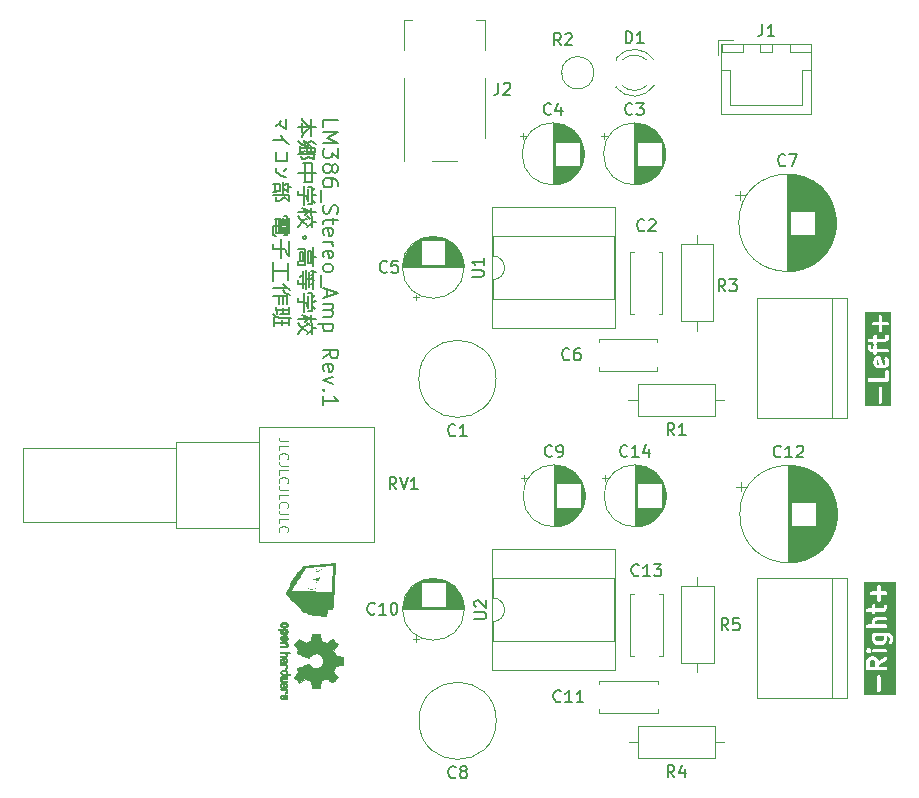
<source format=gbr>
%TF.GenerationSoftware,KiCad,Pcbnew,7.0.8*%
%TF.CreationDate,2024-08-19T13:22:41+09:00*%
%TF.ProjectId,lm386_stereo_amp,6c6d3338-365f-4737-9465-72656f5f616d,rev?*%
%TF.SameCoordinates,Original*%
%TF.FileFunction,Legend,Top*%
%TF.FilePolarity,Positive*%
%FSLAX46Y46*%
G04 Gerber Fmt 4.6, Leading zero omitted, Abs format (unit mm)*
G04 Created by KiCad (PCBNEW 7.0.8) date 2024-08-19 13:22:41*
%MOMM*%
%LPD*%
G01*
G04 APERTURE LIST*
%ADD10C,0.300000*%
%ADD11C,0.200000*%
%ADD12C,0.100000*%
%ADD13C,0.150000*%
%ADD14C,0.120000*%
%ADD15C,0.010000*%
G04 APERTURE END LIST*
D10*
G36*
X176409857Y-49352142D02*
G01*
X176342524Y-49352142D01*
X176276060Y-49318910D01*
X176242828Y-49252446D01*
X176242828Y-49037552D01*
X176276060Y-48971088D01*
X176328411Y-48944912D01*
X176409857Y-49352142D01*
G37*
G36*
X177457114Y-52866429D02*
G01*
X175228542Y-52866429D01*
X175228542Y-52502143D01*
X176371400Y-52502143D01*
X176391496Y-52577143D01*
X176446400Y-52632047D01*
X176521400Y-52652143D01*
X176596400Y-52632047D01*
X176651304Y-52577143D01*
X176671400Y-52502143D01*
X176671400Y-51359286D01*
X176651304Y-51284286D01*
X176596400Y-51229382D01*
X176521400Y-51209286D01*
X176446400Y-51229382D01*
X176391496Y-51284286D01*
X176371400Y-51359286D01*
X176371400Y-52502143D01*
X175228542Y-52502143D01*
X175228542Y-50645000D01*
X175442828Y-50645000D01*
X175462924Y-50720000D01*
X175517828Y-50774904D01*
X175592828Y-50795000D01*
X177092828Y-50795000D01*
X177167828Y-50774904D01*
X177222732Y-50720000D01*
X177242828Y-50645000D01*
X177242828Y-49930714D01*
X177222732Y-49855714D01*
X177167828Y-49800810D01*
X177092828Y-49780714D01*
X177017828Y-49800810D01*
X176962924Y-49855714D01*
X176942828Y-49930714D01*
X176942828Y-50495000D01*
X175592828Y-50495000D01*
X175517828Y-50515096D01*
X175462924Y-50570000D01*
X175442828Y-50645000D01*
X175228542Y-50645000D01*
X175228542Y-49287857D01*
X175942828Y-49287857D01*
X175951751Y-49321158D01*
X175958664Y-49354939D01*
X176030093Y-49497796D01*
X176036178Y-49504658D01*
X176039080Y-49513363D01*
X176061623Y-49533353D01*
X176081609Y-49555891D01*
X176090311Y-49558791D01*
X176097175Y-49564878D01*
X176240033Y-49636306D01*
X176273808Y-49643217D01*
X176307114Y-49652142D01*
X176878542Y-49652142D01*
X176911847Y-49643217D01*
X176945623Y-49636306D01*
X177088482Y-49564878D01*
X177095344Y-49558792D01*
X177104049Y-49555891D01*
X177124036Y-49533350D01*
X177146577Y-49513363D01*
X177149478Y-49504658D01*
X177155564Y-49497796D01*
X177226992Y-49354938D01*
X177233903Y-49321162D01*
X177242828Y-49287857D01*
X177242828Y-49002142D01*
X177233903Y-48968836D01*
X177226992Y-48935061D01*
X177155564Y-48792203D01*
X177104049Y-48734108D01*
X177030388Y-48709554D01*
X176954318Y-48725121D01*
X176896223Y-48776636D01*
X176871669Y-48850297D01*
X176887236Y-48926367D01*
X176942828Y-49037551D01*
X176942828Y-49252447D01*
X176909596Y-49318910D01*
X176843133Y-49352142D01*
X176715798Y-49352142D01*
X176597058Y-48758440D01*
X176586209Y-48736499D01*
X176579875Y-48712857D01*
X176569283Y-48702265D01*
X176562644Y-48688837D01*
X176542277Y-48675259D01*
X176524971Y-48657953D01*
X176510501Y-48654075D01*
X176498038Y-48645767D01*
X176473613Y-48644191D01*
X176449971Y-48637857D01*
X176307114Y-48637857D01*
X176273808Y-48646781D01*
X176240033Y-48653693D01*
X176097175Y-48725121D01*
X176090311Y-48731207D01*
X176081609Y-48734108D01*
X176061623Y-48756645D01*
X176039080Y-48776636D01*
X176036178Y-48785340D01*
X176030093Y-48792203D01*
X175958664Y-48935060D01*
X175951751Y-48968840D01*
X175942828Y-49002142D01*
X175942828Y-49287857D01*
X175228542Y-49287857D01*
X175228542Y-47930714D01*
X175442828Y-47930714D01*
X175451751Y-47964015D01*
X175458664Y-47997796D01*
X175530093Y-48140653D01*
X175536179Y-48147516D01*
X175539080Y-48156219D01*
X175561620Y-48176207D01*
X175581609Y-48198748D01*
X175590311Y-48201648D01*
X175597175Y-48207735D01*
X175740031Y-48279164D01*
X175773813Y-48286077D01*
X175807114Y-48295000D01*
X175942828Y-48295000D01*
X175942828Y-48359285D01*
X175962924Y-48434285D01*
X176017828Y-48489189D01*
X176092828Y-48509285D01*
X176167828Y-48489189D01*
X176222732Y-48434285D01*
X176242828Y-48359285D01*
X176242828Y-48295000D01*
X177092828Y-48295000D01*
X177167828Y-48274904D01*
X177222732Y-48220000D01*
X177242828Y-48145000D01*
X177222732Y-48070000D01*
X177167828Y-48015096D01*
X177092828Y-47995000D01*
X176242828Y-47995000D01*
X176242828Y-47787857D01*
X176222732Y-47712857D01*
X176167828Y-47657953D01*
X176119484Y-47644999D01*
X176167828Y-47632046D01*
X176222732Y-47577142D01*
X176242828Y-47502142D01*
X176242828Y-47437857D01*
X176878542Y-47437857D01*
X176911843Y-47428933D01*
X176945624Y-47422021D01*
X177088482Y-47350592D01*
X177095344Y-47344506D01*
X177104049Y-47341605D01*
X177124036Y-47319064D01*
X177146577Y-47299077D01*
X177149478Y-47290372D01*
X177155564Y-47283510D01*
X177226992Y-47140652D01*
X177233903Y-47106876D01*
X177242828Y-47073571D01*
X177242828Y-46930714D01*
X177222732Y-46855714D01*
X177167828Y-46800810D01*
X177092828Y-46780714D01*
X177017828Y-46800810D01*
X176962924Y-46855714D01*
X176942828Y-46930714D01*
X176942828Y-47038161D01*
X176909596Y-47104624D01*
X176843132Y-47137857D01*
X176242828Y-47137857D01*
X176242828Y-46930714D01*
X176222732Y-46855714D01*
X176167828Y-46800810D01*
X176092828Y-46780714D01*
X176017828Y-46800810D01*
X175962924Y-46855714D01*
X175942828Y-46930714D01*
X175942828Y-47137857D01*
X175592828Y-47137857D01*
X175517828Y-47157953D01*
X175462924Y-47212857D01*
X175442828Y-47287857D01*
X175462924Y-47362857D01*
X175517828Y-47417761D01*
X175592828Y-47437857D01*
X175942828Y-47437857D01*
X175942828Y-47502142D01*
X175962924Y-47577142D01*
X176017828Y-47632046D01*
X176066171Y-47644999D01*
X176017828Y-47657953D01*
X175962924Y-47712857D01*
X175942828Y-47787857D01*
X175942828Y-47995000D01*
X175842524Y-47995000D01*
X175776060Y-47961768D01*
X175742828Y-47895303D01*
X175742828Y-47787857D01*
X175722732Y-47712857D01*
X175667828Y-47657953D01*
X175592828Y-47637857D01*
X175517828Y-47657953D01*
X175462924Y-47712857D01*
X175442828Y-47787857D01*
X175442828Y-47930714D01*
X175228542Y-47930714D01*
X175228542Y-45859285D01*
X175799971Y-45859285D01*
X175820067Y-45934285D01*
X175874971Y-45989189D01*
X175949971Y-46009285D01*
X176371400Y-46009285D01*
X176371400Y-46430714D01*
X176391496Y-46505714D01*
X176446400Y-46560618D01*
X176521400Y-46580714D01*
X176596400Y-46560618D01*
X176651304Y-46505714D01*
X176671400Y-46430714D01*
X176671400Y-46009285D01*
X177092828Y-46009285D01*
X177167828Y-45989189D01*
X177222732Y-45934285D01*
X177242828Y-45859285D01*
X177222732Y-45784285D01*
X177167828Y-45729381D01*
X177092828Y-45709285D01*
X176671400Y-45709285D01*
X176671400Y-45287857D01*
X176651304Y-45212857D01*
X176596400Y-45157953D01*
X176521400Y-45137857D01*
X176446400Y-45157953D01*
X176391496Y-45212857D01*
X176371400Y-45287857D01*
X176371400Y-45709285D01*
X175949971Y-45709285D01*
X175874971Y-45729381D01*
X175820067Y-45784285D01*
X175799971Y-45859285D01*
X175228542Y-45859285D01*
X175228542Y-44923571D01*
X177457114Y-44923571D01*
X177457114Y-52866429D01*
G37*
D11*
X129323495Y-29254149D02*
X129323495Y-28635101D01*
X129323495Y-28635101D02*
X130623495Y-28635101D01*
X129323495Y-29687482D02*
X130623495Y-29687482D01*
X130623495Y-29687482D02*
X129694923Y-30120816D01*
X129694923Y-30120816D02*
X130623495Y-30554149D01*
X130623495Y-30554149D02*
X129323495Y-30554149D01*
X130623495Y-31049387D02*
X130623495Y-31854149D01*
X130623495Y-31854149D02*
X130128257Y-31420815D01*
X130128257Y-31420815D02*
X130128257Y-31606530D01*
X130128257Y-31606530D02*
X130066352Y-31730339D01*
X130066352Y-31730339D02*
X130004447Y-31792244D01*
X130004447Y-31792244D02*
X129880638Y-31854149D01*
X129880638Y-31854149D02*
X129571114Y-31854149D01*
X129571114Y-31854149D02*
X129447304Y-31792244D01*
X129447304Y-31792244D02*
X129385400Y-31730339D01*
X129385400Y-31730339D02*
X129323495Y-31606530D01*
X129323495Y-31606530D02*
X129323495Y-31235101D01*
X129323495Y-31235101D02*
X129385400Y-31111292D01*
X129385400Y-31111292D02*
X129447304Y-31049387D01*
X130066352Y-32597006D02*
X130128257Y-32473196D01*
X130128257Y-32473196D02*
X130190161Y-32411291D01*
X130190161Y-32411291D02*
X130313971Y-32349387D01*
X130313971Y-32349387D02*
X130375876Y-32349387D01*
X130375876Y-32349387D02*
X130499685Y-32411291D01*
X130499685Y-32411291D02*
X130561590Y-32473196D01*
X130561590Y-32473196D02*
X130623495Y-32597006D01*
X130623495Y-32597006D02*
X130623495Y-32844625D01*
X130623495Y-32844625D02*
X130561590Y-32968434D01*
X130561590Y-32968434D02*
X130499685Y-33030339D01*
X130499685Y-33030339D02*
X130375876Y-33092244D01*
X130375876Y-33092244D02*
X130313971Y-33092244D01*
X130313971Y-33092244D02*
X130190161Y-33030339D01*
X130190161Y-33030339D02*
X130128257Y-32968434D01*
X130128257Y-32968434D02*
X130066352Y-32844625D01*
X130066352Y-32844625D02*
X130066352Y-32597006D01*
X130066352Y-32597006D02*
X130004447Y-32473196D01*
X130004447Y-32473196D02*
X129942542Y-32411291D01*
X129942542Y-32411291D02*
X129818733Y-32349387D01*
X129818733Y-32349387D02*
X129571114Y-32349387D01*
X129571114Y-32349387D02*
X129447304Y-32411291D01*
X129447304Y-32411291D02*
X129385400Y-32473196D01*
X129385400Y-32473196D02*
X129323495Y-32597006D01*
X129323495Y-32597006D02*
X129323495Y-32844625D01*
X129323495Y-32844625D02*
X129385400Y-32968434D01*
X129385400Y-32968434D02*
X129447304Y-33030339D01*
X129447304Y-33030339D02*
X129571114Y-33092244D01*
X129571114Y-33092244D02*
X129818733Y-33092244D01*
X129818733Y-33092244D02*
X129942542Y-33030339D01*
X129942542Y-33030339D02*
X130004447Y-32968434D01*
X130004447Y-32968434D02*
X130066352Y-32844625D01*
X130623495Y-34206529D02*
X130623495Y-33958910D01*
X130623495Y-33958910D02*
X130561590Y-33835101D01*
X130561590Y-33835101D02*
X130499685Y-33773196D01*
X130499685Y-33773196D02*
X130313971Y-33649386D01*
X130313971Y-33649386D02*
X130066352Y-33587482D01*
X130066352Y-33587482D02*
X129571114Y-33587482D01*
X129571114Y-33587482D02*
X129447304Y-33649386D01*
X129447304Y-33649386D02*
X129385400Y-33711291D01*
X129385400Y-33711291D02*
X129323495Y-33835101D01*
X129323495Y-33835101D02*
X129323495Y-34082720D01*
X129323495Y-34082720D02*
X129385400Y-34206529D01*
X129385400Y-34206529D02*
X129447304Y-34268434D01*
X129447304Y-34268434D02*
X129571114Y-34330339D01*
X129571114Y-34330339D02*
X129880638Y-34330339D01*
X129880638Y-34330339D02*
X130004447Y-34268434D01*
X130004447Y-34268434D02*
X130066352Y-34206529D01*
X130066352Y-34206529D02*
X130128257Y-34082720D01*
X130128257Y-34082720D02*
X130128257Y-33835101D01*
X130128257Y-33835101D02*
X130066352Y-33711291D01*
X130066352Y-33711291D02*
X130004447Y-33649386D01*
X130004447Y-33649386D02*
X129880638Y-33587482D01*
X129199685Y-34577958D02*
X129199685Y-35568434D01*
X129385400Y-35816053D02*
X129323495Y-36001767D01*
X129323495Y-36001767D02*
X129323495Y-36311291D01*
X129323495Y-36311291D02*
X129385400Y-36435100D01*
X129385400Y-36435100D02*
X129447304Y-36497005D01*
X129447304Y-36497005D02*
X129571114Y-36558910D01*
X129571114Y-36558910D02*
X129694923Y-36558910D01*
X129694923Y-36558910D02*
X129818733Y-36497005D01*
X129818733Y-36497005D02*
X129880638Y-36435100D01*
X129880638Y-36435100D02*
X129942542Y-36311291D01*
X129942542Y-36311291D02*
X130004447Y-36063672D01*
X130004447Y-36063672D02*
X130066352Y-35939862D01*
X130066352Y-35939862D02*
X130128257Y-35877957D01*
X130128257Y-35877957D02*
X130252066Y-35816053D01*
X130252066Y-35816053D02*
X130375876Y-35816053D01*
X130375876Y-35816053D02*
X130499685Y-35877957D01*
X130499685Y-35877957D02*
X130561590Y-35939862D01*
X130561590Y-35939862D02*
X130623495Y-36063672D01*
X130623495Y-36063672D02*
X130623495Y-36373195D01*
X130623495Y-36373195D02*
X130561590Y-36558910D01*
X130190161Y-36930338D02*
X130190161Y-37425576D01*
X130623495Y-37116052D02*
X129509209Y-37116052D01*
X129509209Y-37116052D02*
X129385400Y-37177957D01*
X129385400Y-37177957D02*
X129323495Y-37301767D01*
X129323495Y-37301767D02*
X129323495Y-37425576D01*
X129385400Y-38354147D02*
X129323495Y-38230338D01*
X129323495Y-38230338D02*
X129323495Y-37982719D01*
X129323495Y-37982719D02*
X129385400Y-37858909D01*
X129385400Y-37858909D02*
X129509209Y-37797005D01*
X129509209Y-37797005D02*
X130004447Y-37797005D01*
X130004447Y-37797005D02*
X130128257Y-37858909D01*
X130128257Y-37858909D02*
X130190161Y-37982719D01*
X130190161Y-37982719D02*
X130190161Y-38230338D01*
X130190161Y-38230338D02*
X130128257Y-38354147D01*
X130128257Y-38354147D02*
X130004447Y-38416052D01*
X130004447Y-38416052D02*
X129880638Y-38416052D01*
X129880638Y-38416052D02*
X129756828Y-37797005D01*
X129323495Y-38973195D02*
X130190161Y-38973195D01*
X129942542Y-38973195D02*
X130066352Y-39035100D01*
X130066352Y-39035100D02*
X130128257Y-39097005D01*
X130128257Y-39097005D02*
X130190161Y-39220814D01*
X130190161Y-39220814D02*
X130190161Y-39344624D01*
X129385400Y-40273195D02*
X129323495Y-40149386D01*
X129323495Y-40149386D02*
X129323495Y-39901767D01*
X129323495Y-39901767D02*
X129385400Y-39777957D01*
X129385400Y-39777957D02*
X129509209Y-39716053D01*
X129509209Y-39716053D02*
X130004447Y-39716053D01*
X130004447Y-39716053D02*
X130128257Y-39777957D01*
X130128257Y-39777957D02*
X130190161Y-39901767D01*
X130190161Y-39901767D02*
X130190161Y-40149386D01*
X130190161Y-40149386D02*
X130128257Y-40273195D01*
X130128257Y-40273195D02*
X130004447Y-40335100D01*
X130004447Y-40335100D02*
X129880638Y-40335100D01*
X129880638Y-40335100D02*
X129756828Y-39716053D01*
X129323495Y-41077958D02*
X129385400Y-40954148D01*
X129385400Y-40954148D02*
X129447304Y-40892243D01*
X129447304Y-40892243D02*
X129571114Y-40830339D01*
X129571114Y-40830339D02*
X129942542Y-40830339D01*
X129942542Y-40830339D02*
X130066352Y-40892243D01*
X130066352Y-40892243D02*
X130128257Y-40954148D01*
X130128257Y-40954148D02*
X130190161Y-41077958D01*
X130190161Y-41077958D02*
X130190161Y-41263672D01*
X130190161Y-41263672D02*
X130128257Y-41387481D01*
X130128257Y-41387481D02*
X130066352Y-41449386D01*
X130066352Y-41449386D02*
X129942542Y-41511291D01*
X129942542Y-41511291D02*
X129571114Y-41511291D01*
X129571114Y-41511291D02*
X129447304Y-41449386D01*
X129447304Y-41449386D02*
X129385400Y-41387481D01*
X129385400Y-41387481D02*
X129323495Y-41263672D01*
X129323495Y-41263672D02*
X129323495Y-41077958D01*
X129199685Y-41758910D02*
X129199685Y-42749386D01*
X129694923Y-42997005D02*
X129694923Y-43616052D01*
X129323495Y-42873195D02*
X130623495Y-43306528D01*
X130623495Y-43306528D02*
X129323495Y-43739862D01*
X129323495Y-44173195D02*
X130190161Y-44173195D01*
X130066352Y-44173195D02*
X130128257Y-44235100D01*
X130128257Y-44235100D02*
X130190161Y-44358910D01*
X130190161Y-44358910D02*
X130190161Y-44544624D01*
X130190161Y-44544624D02*
X130128257Y-44668433D01*
X130128257Y-44668433D02*
X130004447Y-44730338D01*
X130004447Y-44730338D02*
X129323495Y-44730338D01*
X130004447Y-44730338D02*
X130128257Y-44792243D01*
X130128257Y-44792243D02*
X130190161Y-44916052D01*
X130190161Y-44916052D02*
X130190161Y-45101767D01*
X130190161Y-45101767D02*
X130128257Y-45225576D01*
X130128257Y-45225576D02*
X130004447Y-45287481D01*
X130004447Y-45287481D02*
X129323495Y-45287481D01*
X130190161Y-45906528D02*
X128890161Y-45906528D01*
X130128257Y-45906528D02*
X130190161Y-46030338D01*
X130190161Y-46030338D02*
X130190161Y-46277957D01*
X130190161Y-46277957D02*
X130128257Y-46401766D01*
X130128257Y-46401766D02*
X130066352Y-46463671D01*
X130066352Y-46463671D02*
X129942542Y-46525576D01*
X129942542Y-46525576D02*
X129571114Y-46525576D01*
X129571114Y-46525576D02*
X129447304Y-46463671D01*
X129447304Y-46463671D02*
X129385400Y-46401766D01*
X129385400Y-46401766D02*
X129323495Y-46277957D01*
X129323495Y-46277957D02*
X129323495Y-46030338D01*
X129323495Y-46030338D02*
X129385400Y-45906528D01*
X129323495Y-48816051D02*
X129942542Y-48382718D01*
X129323495Y-48073194D02*
X130623495Y-48073194D01*
X130623495Y-48073194D02*
X130623495Y-48568432D01*
X130623495Y-48568432D02*
X130561590Y-48692242D01*
X130561590Y-48692242D02*
X130499685Y-48754147D01*
X130499685Y-48754147D02*
X130375876Y-48816051D01*
X130375876Y-48816051D02*
X130190161Y-48816051D01*
X130190161Y-48816051D02*
X130066352Y-48754147D01*
X130066352Y-48754147D02*
X130004447Y-48692242D01*
X130004447Y-48692242D02*
X129942542Y-48568432D01*
X129942542Y-48568432D02*
X129942542Y-48073194D01*
X129385400Y-49868432D02*
X129323495Y-49744623D01*
X129323495Y-49744623D02*
X129323495Y-49497004D01*
X129323495Y-49497004D02*
X129385400Y-49373194D01*
X129385400Y-49373194D02*
X129509209Y-49311290D01*
X129509209Y-49311290D02*
X130004447Y-49311290D01*
X130004447Y-49311290D02*
X130128257Y-49373194D01*
X130128257Y-49373194D02*
X130190161Y-49497004D01*
X130190161Y-49497004D02*
X130190161Y-49744623D01*
X130190161Y-49744623D02*
X130128257Y-49868432D01*
X130128257Y-49868432D02*
X130004447Y-49930337D01*
X130004447Y-49930337D02*
X129880638Y-49930337D01*
X129880638Y-49930337D02*
X129756828Y-49311290D01*
X130190161Y-50363671D02*
X129323495Y-50673195D01*
X129323495Y-50673195D02*
X130190161Y-50982718D01*
X129447304Y-51477956D02*
X129385400Y-51539861D01*
X129385400Y-51539861D02*
X129323495Y-51477956D01*
X129323495Y-51477956D02*
X129385400Y-51416052D01*
X129385400Y-51416052D02*
X129447304Y-51477956D01*
X129447304Y-51477956D02*
X129323495Y-51477956D01*
X129323495Y-52777957D02*
X129323495Y-52035100D01*
X129323495Y-52406528D02*
X130623495Y-52406528D01*
X130623495Y-52406528D02*
X130437780Y-52282719D01*
X130437780Y-52282719D02*
X130313971Y-52158909D01*
X130313971Y-52158909D02*
X130252066Y-52035100D01*
X128282876Y-28511292D02*
X128282876Y-29997006D01*
X127540019Y-28882720D02*
X127540019Y-29625578D01*
X128716209Y-29254149D02*
X127230495Y-29254149D01*
X128282876Y-29254149D02*
X128097161Y-29130339D01*
X128097161Y-29130339D02*
X127601923Y-28635101D01*
X127601923Y-28635101D02*
X127540019Y-28449387D01*
X128282876Y-29254149D02*
X128035257Y-29377958D01*
X128035257Y-29377958D02*
X127663828Y-29811292D01*
X127663828Y-29811292D02*
X127540019Y-30058911D01*
X128282876Y-30987483D02*
X128282876Y-31358911D01*
X127973352Y-30987483D02*
X127973352Y-31358911D01*
X128654304Y-30987483D02*
X127354304Y-30987483D01*
X128654304Y-30987483D02*
X128654304Y-31358911D01*
X128654304Y-31358911D02*
X127973352Y-31358911D01*
X128654304Y-31544626D02*
X127230495Y-31544626D01*
X127540019Y-30739864D02*
X127230495Y-30430340D01*
X128716209Y-30677959D02*
X128344780Y-30430340D01*
X128344780Y-30430340D02*
X128097161Y-30616054D01*
X128097161Y-30616054D02*
X127787638Y-30492245D01*
X128344780Y-30801768D02*
X127911447Y-30554149D01*
X127849542Y-30801768D02*
X127354304Y-30616054D01*
X128592400Y-31544626D02*
X128592400Y-31977959D01*
X128592400Y-31977959D02*
X128097161Y-31792245D01*
X128097161Y-31792245D02*
X127787638Y-31977959D01*
X127787638Y-31977959D02*
X127540019Y-31977959D01*
X127540019Y-31977959D02*
X127478114Y-31668435D01*
X128035257Y-30863673D02*
X127478114Y-30677959D01*
X127849542Y-30801768D02*
X127725733Y-30368435D01*
X127787638Y-31235102D02*
X127416209Y-31420816D01*
X127416209Y-31420816D02*
X127354304Y-30863673D01*
X127787638Y-32287483D02*
X127787638Y-33897007D01*
X128406685Y-32287483D02*
X127663828Y-32287483D01*
X128716209Y-33092245D02*
X127230495Y-33092245D01*
X128406685Y-32287483D02*
X128406685Y-33897007D01*
X128406685Y-33897007D02*
X127725733Y-33897007D01*
X127725733Y-34206531D02*
X127725733Y-35816055D01*
X127230495Y-34639864D02*
X127230495Y-35011293D01*
X128406685Y-34268436D02*
X128097161Y-34268436D01*
X127849542Y-35011293D02*
X127230495Y-35011293D01*
X128406685Y-34268436D02*
X128406685Y-35754150D01*
X128406685Y-35754150D02*
X128097161Y-35754150D01*
X128654304Y-34392245D02*
X128468590Y-34577960D01*
X128654304Y-35630341D02*
X128406685Y-35382722D01*
X128716209Y-34949388D02*
X128468590Y-35011293D01*
X128097161Y-34516055D02*
X128097161Y-35506531D01*
X128097161Y-35506531D02*
X127911447Y-35011293D01*
X128406685Y-36744627D02*
X128406685Y-37735103D01*
X128344780Y-36125579D02*
X128344780Y-36682722D01*
X128716209Y-36435103D02*
X127230495Y-36435103D01*
X128716209Y-37239865D02*
X128468590Y-37239865D01*
X128097161Y-36435103D02*
X127849542Y-36682722D01*
X128282876Y-37425579D02*
X127973352Y-37735103D01*
X128220971Y-36992246D02*
X127973352Y-36744627D01*
X127973352Y-36992246D02*
X127663828Y-37116055D01*
X127663828Y-37116055D02*
X127354304Y-37487484D01*
X127354304Y-37487484D02*
X127230495Y-37735103D01*
X128282876Y-36435103D02*
X127601923Y-36125579D01*
X127973352Y-37487484D02*
X127663828Y-37301770D01*
X127663828Y-37301770D02*
X127354304Y-37054150D01*
X127354304Y-37054150D02*
X127230495Y-36744627D01*
X128406685Y-36435103D02*
X127725733Y-36249389D01*
X127911447Y-38539865D02*
X127911447Y-38663675D01*
X127911447Y-38663675D02*
X127849542Y-38725579D01*
X127849542Y-38725579D02*
X127725733Y-38725579D01*
X127725733Y-38725579D02*
X127663828Y-38663675D01*
X127663828Y-38663675D02*
X127663828Y-38539865D01*
X127663828Y-38539865D02*
X127725733Y-38477960D01*
X127725733Y-38477960D02*
X127849542Y-38477960D01*
X127849542Y-38477960D02*
X127911447Y-38539865D01*
X128530495Y-39406532D02*
X128530495Y-41016056D01*
X128097161Y-39716056D02*
X128097161Y-40706532D01*
X127230495Y-40582723D02*
X127230495Y-40954151D01*
X127849542Y-39530342D02*
X127230495Y-39530342D01*
X128344780Y-39716056D02*
X128097161Y-39716056D01*
X128716209Y-40211294D02*
X128530495Y-40211294D01*
X128344780Y-39716056D02*
X128344780Y-40706532D01*
X128344780Y-40706532D02*
X128097161Y-40706532D01*
X127849542Y-39530342D02*
X127849542Y-40954151D01*
X127849542Y-40954151D02*
X127230495Y-40954151D01*
X127663828Y-39839865D02*
X127663828Y-40582723D01*
X127663828Y-40582723D02*
X127416209Y-40582723D01*
X127416209Y-40582723D02*
X127416209Y-39839865D01*
X127416209Y-39839865D02*
X127663828Y-39839865D01*
X128468590Y-41511294D02*
X128468590Y-42068437D01*
X128468590Y-42192247D02*
X128468590Y-42935104D01*
X128159066Y-41511294D02*
X128159066Y-42749390D01*
X127911447Y-41325580D02*
X127911447Y-42935104D01*
X127663828Y-41387485D02*
X127663828Y-42873199D01*
X127230495Y-42192247D02*
X127230495Y-42501771D01*
X128344780Y-42130342D02*
X127911447Y-42130342D01*
X127911447Y-42501771D02*
X127230495Y-42501771D01*
X127540019Y-41758913D02*
X127354304Y-41944628D01*
X128468590Y-42501771D02*
X128344780Y-42501771D01*
X128592400Y-42254151D02*
X128344780Y-42006532D01*
X128468590Y-41635104D02*
X128344780Y-41758913D01*
X128716209Y-41511294D02*
X128344780Y-41387485D01*
X127725733Y-43244628D02*
X127725733Y-44854152D01*
X127230495Y-43677961D02*
X127230495Y-44049390D01*
X128406685Y-43306533D02*
X128097161Y-43306533D01*
X127849542Y-44049390D02*
X127230495Y-44049390D01*
X128406685Y-43306533D02*
X128406685Y-44792247D01*
X128406685Y-44792247D02*
X128097161Y-44792247D01*
X128654304Y-43430342D02*
X128468590Y-43616057D01*
X128654304Y-44668438D02*
X128406685Y-44420819D01*
X128716209Y-43987485D02*
X128468590Y-44049390D01*
X128097161Y-43554152D02*
X128097161Y-44544628D01*
X128097161Y-44544628D02*
X127911447Y-44049390D01*
X128406685Y-45782724D02*
X128406685Y-46773200D01*
X128344780Y-45163676D02*
X128344780Y-45720819D01*
X128716209Y-45473200D02*
X127230495Y-45473200D01*
X128716209Y-46277962D02*
X128468590Y-46277962D01*
X128097161Y-45473200D02*
X127849542Y-45720819D01*
X128282876Y-46463676D02*
X127973352Y-46773200D01*
X128220971Y-46030343D02*
X127973352Y-45782724D01*
X127973352Y-46030343D02*
X127663828Y-46154152D01*
X127663828Y-46154152D02*
X127354304Y-46525581D01*
X127354304Y-46525581D02*
X127230495Y-46773200D01*
X128282876Y-45473200D02*
X127601923Y-45163676D01*
X127973352Y-46525581D02*
X127663828Y-46339867D01*
X127663828Y-46339867D02*
X127354304Y-46092247D01*
X127354304Y-46092247D02*
X127230495Y-45782724D01*
X128406685Y-45473200D02*
X127725733Y-45287486D01*
X126189876Y-28573197D02*
X126189876Y-29377958D01*
X126189876Y-29377958D02*
X125942257Y-29254149D01*
X125942257Y-29254149D02*
X125756542Y-29130339D01*
X125756542Y-29130339D02*
X125632733Y-29006530D01*
X125818447Y-28758911D02*
X125632733Y-28944625D01*
X125632733Y-28944625D02*
X125508923Y-29006530D01*
X125508923Y-29006530D02*
X125323209Y-29130339D01*
X126066066Y-30368435D02*
X125137495Y-30368435D01*
X126499400Y-30677959D02*
X126313685Y-30554149D01*
X126313685Y-30554149D02*
X126066066Y-30368435D01*
X126066066Y-30368435D02*
X125880352Y-30120816D01*
X125880352Y-30120816D02*
X125756542Y-29935102D01*
X126251780Y-31358911D02*
X126251780Y-32101768D01*
X126251780Y-32101768D02*
X125385114Y-32101768D01*
X125385114Y-32101768D02*
X125385114Y-31358911D01*
X126313685Y-32720816D02*
X126066066Y-32968435D01*
X125323209Y-32720816D02*
X125385114Y-33030340D01*
X125385114Y-33030340D02*
X125570828Y-33216054D01*
X125570828Y-33216054D02*
X125756542Y-33339864D01*
X125756542Y-33339864D02*
X126189876Y-33463673D01*
X126375590Y-33958912D02*
X126375590Y-34763674D01*
X125942257Y-33897007D02*
X125942257Y-34825578D01*
X125261304Y-34020817D02*
X125261304Y-34639864D01*
X125694638Y-34020817D02*
X125137495Y-34020817D01*
X126623209Y-34330340D02*
X126375590Y-34330340D01*
X125694638Y-34020817D02*
X125694638Y-34639864D01*
X125694638Y-34639864D02*
X125137495Y-34701769D01*
X126499400Y-34949388D02*
X125137495Y-34949388D01*
X126251780Y-34082721D02*
X126066066Y-34144626D01*
X126313685Y-34639864D02*
X126004161Y-34516055D01*
X126499400Y-34949388D02*
X126499400Y-35506531D01*
X126499400Y-35506531D02*
X126004161Y-35197007D01*
X126004161Y-35197007D02*
X125818447Y-35444626D01*
X125818447Y-35444626D02*
X125632733Y-35506531D01*
X125632733Y-35506531D02*
X125385114Y-35506531D01*
X125385114Y-35506531D02*
X125385114Y-35197007D01*
X126499400Y-36930341D02*
X126499400Y-38230341D01*
X126127971Y-36992245D02*
X126127971Y-37363674D01*
X126127971Y-37735102D02*
X126127971Y-38168436D01*
X125942257Y-36930341D02*
X125942257Y-37363674D01*
X125942257Y-37735102D02*
X125942257Y-38230341D01*
X125570828Y-36992245D02*
X125570828Y-38230341D01*
X125323209Y-36992245D02*
X125323209Y-38230341D01*
X125137495Y-37611293D02*
X125137495Y-38354150D01*
X126313685Y-36806531D02*
X126066066Y-36806531D01*
X125756542Y-36992245D02*
X125261304Y-36992245D01*
X126499400Y-37549388D02*
X125880352Y-37549388D01*
X125756542Y-37611293D02*
X125137495Y-37611293D01*
X125756542Y-36992245D02*
X125756542Y-38230341D01*
X125756542Y-38230341D02*
X125323209Y-38230341D01*
X126313685Y-36806531D02*
X126313685Y-38354150D01*
X126313685Y-38354150D02*
X126066066Y-38354150D01*
X125323209Y-38416055D02*
X125137495Y-38354150D01*
X125818447Y-38725579D02*
X125818447Y-40335103D01*
X125137495Y-39158912D02*
X125137495Y-39530341D01*
X126127971Y-39530341D02*
X125137495Y-39530341D01*
X126437495Y-38911293D02*
X126437495Y-40149389D01*
X126437495Y-40149389D02*
X126313685Y-39963674D01*
X126313685Y-39963674D02*
X126127971Y-39530341D01*
X126375590Y-40706532D02*
X126375590Y-42192246D01*
X125137495Y-40644627D02*
X125137495Y-42254151D01*
X126375590Y-41449389D02*
X125137495Y-41449389D01*
X126251780Y-43306532D02*
X126251780Y-44173199D01*
X125942257Y-43554151D02*
X125942257Y-44173199D01*
X125570828Y-43554151D02*
X125570828Y-44173199D01*
X126313685Y-42873199D02*
X125137495Y-42873199D01*
X126313685Y-43554151D02*
X125137495Y-43554151D01*
X126561304Y-42997008D02*
X126189876Y-42811294D01*
X126189876Y-42811294D02*
X125942257Y-42563675D01*
X126561304Y-43430342D02*
X126127971Y-43244627D01*
X126127971Y-43244627D02*
X125942257Y-43058913D01*
X126499400Y-45473199D02*
X126499400Y-46030342D01*
X126499400Y-44482723D02*
X126499400Y-44977961D01*
X125942257Y-44544628D02*
X125942257Y-44977961D01*
X125880352Y-45535104D02*
X125880352Y-46030342D01*
X125199400Y-45349390D02*
X125199400Y-46092247D01*
X126499400Y-44730342D02*
X125385114Y-44730342D01*
X126437495Y-45101771D02*
X125694638Y-45101771D01*
X126499400Y-45782723D02*
X125199400Y-45782723D01*
X125385114Y-45287485D02*
X125137495Y-45039866D01*
X125447019Y-45039866D02*
X125323209Y-44482723D01*
X126623209Y-45411294D02*
X125756542Y-45411294D01*
X125756542Y-45411294D02*
X125385114Y-45287485D01*
D10*
G36*
X176019830Y-74395908D02*
G01*
X176056835Y-74432913D01*
X176101542Y-74522326D01*
X176101542Y-74908346D01*
X175615828Y-74908346D01*
X175615828Y-74522327D01*
X175660535Y-74432912D01*
X175697539Y-74395908D01*
X175786952Y-74351203D01*
X175930418Y-74351203D01*
X176019830Y-74395908D01*
G37*
G36*
X176815828Y-72379469D02*
G01*
X176815828Y-72594364D01*
X176771121Y-72683777D01*
X176734116Y-72720782D01*
X176644704Y-72765488D01*
X176286952Y-72765488D01*
X176197539Y-72720782D01*
X176160535Y-72683778D01*
X176115828Y-72594363D01*
X176115828Y-72379470D01*
X176129962Y-72351203D01*
X176801695Y-72351203D01*
X176815828Y-72379469D01*
G37*
G36*
X177830114Y-77279775D02*
G01*
X175101542Y-77279775D01*
X175101542Y-76915489D01*
X176244400Y-76915489D01*
X176264496Y-76990489D01*
X176319400Y-77045393D01*
X176394400Y-77065489D01*
X176469400Y-77045393D01*
X176524304Y-76990489D01*
X176544400Y-76915489D01*
X176544400Y-75772632D01*
X176524304Y-75697632D01*
X176469400Y-75642728D01*
X176394400Y-75622632D01*
X176319400Y-75642728D01*
X176264496Y-75697632D01*
X176244400Y-75772632D01*
X176244400Y-76915489D01*
X175101542Y-76915489D01*
X175101542Y-75058346D01*
X175315828Y-75058346D01*
X175335924Y-75133346D01*
X175390828Y-75188250D01*
X175465828Y-75208346D01*
X176251542Y-75208346D01*
X176965828Y-75208346D01*
X177040828Y-75188250D01*
X177095732Y-75133346D01*
X177115828Y-75058346D01*
X177095732Y-74983346D01*
X177040828Y-74928442D01*
X176965828Y-74908346D01*
X176401542Y-74908346D01*
X176401542Y-74779301D01*
X177051847Y-74324088D01*
X177101765Y-74264615D01*
X177115259Y-74188150D01*
X177088713Y-74115184D01*
X177029240Y-74065266D01*
X176952775Y-74051772D01*
X176879809Y-74078318D01*
X176386485Y-74423644D01*
X176385706Y-74419836D01*
X176314278Y-74276978D01*
X176298254Y-74258908D01*
X176286180Y-74237994D01*
X176214751Y-74166565D01*
X176193836Y-74154490D01*
X176175767Y-74138467D01*
X176032910Y-74067039D01*
X175999131Y-74060126D01*
X175965828Y-74051203D01*
X175751542Y-74051203D01*
X175718236Y-74060127D01*
X175684461Y-74067039D01*
X175541603Y-74138467D01*
X175523533Y-74154490D01*
X175502618Y-74166566D01*
X175431190Y-74237995D01*
X175419115Y-74258909D01*
X175403093Y-74276978D01*
X175331664Y-74419835D01*
X175324751Y-74453615D01*
X175315828Y-74486917D01*
X175315828Y-75058346D01*
X175101542Y-75058346D01*
X175101542Y-73558346D01*
X175315828Y-73558346D01*
X175320939Y-73577420D01*
X175320939Y-73597170D01*
X175330813Y-73614272D01*
X175335924Y-73633346D01*
X175349888Y-73647310D01*
X175359761Y-73664411D01*
X175359763Y-73664413D01*
X175431192Y-73735841D01*
X175459612Y-73752248D01*
X175498434Y-73774663D01*
X175498435Y-73774663D01*
X175576081Y-73774663D01*
X175643321Y-73735841D01*
X175643323Y-73735840D01*
X175714751Y-73664412D01*
X175724624Y-73647310D01*
X175738589Y-73633346D01*
X175743699Y-73614272D01*
X175753574Y-73597170D01*
X175753574Y-73577420D01*
X175758685Y-73558346D01*
X175815828Y-73558346D01*
X175835924Y-73633346D01*
X175890828Y-73688250D01*
X175965828Y-73708346D01*
X176965828Y-73708346D01*
X177040828Y-73688250D01*
X177095732Y-73633346D01*
X177115828Y-73558346D01*
X177095732Y-73483346D01*
X177040828Y-73428442D01*
X176965828Y-73408346D01*
X175965828Y-73408346D01*
X175890828Y-73428442D01*
X175835924Y-73483346D01*
X175815828Y-73558346D01*
X175758685Y-73558346D01*
X175753574Y-73539271D01*
X175753574Y-73519524D01*
X175753574Y-73519523D01*
X175743700Y-73502420D01*
X175738589Y-73483346D01*
X175724624Y-73469381D01*
X175714751Y-73452280D01*
X175643324Y-73380852D01*
X175643323Y-73380851D01*
X175614904Y-73364443D01*
X175576081Y-73342028D01*
X175576080Y-73342028D01*
X175498434Y-73342028D01*
X175459612Y-73364442D01*
X175431192Y-73380850D01*
X175431191Y-73380850D01*
X175431191Y-73380851D01*
X175359762Y-73452280D01*
X175349888Y-73469381D01*
X175335924Y-73483346D01*
X175330812Y-73502420D01*
X175320939Y-73519523D01*
X175320939Y-73519524D01*
X175320939Y-73539271D01*
X175315828Y-73558346D01*
X175101542Y-73558346D01*
X175101542Y-72629774D01*
X175815828Y-72629774D01*
X175824751Y-72663075D01*
X175831664Y-72696856D01*
X175903093Y-72839713D01*
X175919115Y-72857781D01*
X175931190Y-72878696D01*
X176002618Y-72950125D01*
X176023533Y-72962200D01*
X176041603Y-72978224D01*
X176184461Y-73049652D01*
X176218236Y-73056563D01*
X176251542Y-73065488D01*
X176680114Y-73065488D01*
X176713417Y-73056564D01*
X176747196Y-73049652D01*
X176890053Y-72978224D01*
X176908122Y-72962200D01*
X176929037Y-72950126D01*
X177000466Y-72878697D01*
X177012540Y-72857782D01*
X177028564Y-72839713D01*
X177099992Y-72696855D01*
X177106903Y-72663079D01*
X177115828Y-72629774D01*
X177115828Y-72351203D01*
X177144704Y-72351203D01*
X177234116Y-72395908D01*
X177271121Y-72432913D01*
X177315828Y-72522326D01*
X177315828Y-72665793D01*
X177260236Y-72776978D01*
X177244669Y-72853048D01*
X177269223Y-72926709D01*
X177327318Y-72978224D01*
X177403388Y-72993791D01*
X177477049Y-72969237D01*
X177528564Y-72911142D01*
X177599992Y-72768284D01*
X177606903Y-72734508D01*
X177615828Y-72701203D01*
X177615828Y-72486917D01*
X177606903Y-72453611D01*
X177599992Y-72419836D01*
X177528564Y-72276978D01*
X177512540Y-72258908D01*
X177500466Y-72237994D01*
X177429037Y-72166565D01*
X177408122Y-72154490D01*
X177390053Y-72138467D01*
X177247196Y-72067039D01*
X177213417Y-72060126D01*
X177180114Y-72051203D01*
X175965828Y-72051203D01*
X175890828Y-72071299D01*
X175835924Y-72126203D01*
X175815828Y-72201203D01*
X175834572Y-72271160D01*
X175831664Y-72276978D01*
X175824751Y-72310758D01*
X175815828Y-72344060D01*
X175815828Y-72629774D01*
X175101542Y-72629774D01*
X175101542Y-71486917D01*
X175315828Y-71486917D01*
X175335924Y-71561917D01*
X175390828Y-71616821D01*
X175465828Y-71636917D01*
X176965828Y-71636917D01*
X177040828Y-71616821D01*
X177095732Y-71561917D01*
X177115828Y-71486917D01*
X177095732Y-71411917D01*
X177040828Y-71357013D01*
X176965828Y-71336917D01*
X176170818Y-71336917D01*
X176160535Y-71326635D01*
X176115828Y-71237220D01*
X176115828Y-71093755D01*
X176149060Y-71027291D01*
X176215524Y-70994060D01*
X176965828Y-70994060D01*
X177040828Y-70973964D01*
X177095732Y-70919060D01*
X177115828Y-70844060D01*
X177095732Y-70769060D01*
X177040828Y-70714156D01*
X176965828Y-70694060D01*
X176180114Y-70694060D01*
X176146808Y-70702984D01*
X176113033Y-70709896D01*
X175970175Y-70781324D01*
X175963311Y-70787410D01*
X175954609Y-70790311D01*
X175934623Y-70812848D01*
X175912080Y-70832839D01*
X175909178Y-70841543D01*
X175903093Y-70848406D01*
X175831664Y-70991263D01*
X175824751Y-71025043D01*
X175815828Y-71058345D01*
X175815828Y-71272631D01*
X175824751Y-71305932D01*
X175831092Y-71336917D01*
X175465828Y-71336917D01*
X175390828Y-71357013D01*
X175335924Y-71411917D01*
X175315828Y-71486917D01*
X175101542Y-71486917D01*
X175101542Y-70129774D01*
X175315828Y-70129774D01*
X175335924Y-70204774D01*
X175390828Y-70259678D01*
X175465828Y-70279774D01*
X175815828Y-70279774D01*
X175815828Y-70344059D01*
X175835924Y-70419059D01*
X175890828Y-70473963D01*
X175965828Y-70494059D01*
X176040828Y-70473963D01*
X176095732Y-70419059D01*
X176115828Y-70344059D01*
X176115828Y-70279774D01*
X176751542Y-70279774D01*
X176784843Y-70270850D01*
X176818624Y-70263938D01*
X176961482Y-70192509D01*
X176968344Y-70186423D01*
X176977049Y-70183522D01*
X176997036Y-70160981D01*
X177019577Y-70140994D01*
X177022478Y-70132289D01*
X177028564Y-70125427D01*
X177099992Y-69982569D01*
X177106903Y-69948793D01*
X177115828Y-69915488D01*
X177115828Y-69772631D01*
X177095732Y-69697631D01*
X177040828Y-69642727D01*
X176965828Y-69622631D01*
X176890828Y-69642727D01*
X176835924Y-69697631D01*
X176815828Y-69772631D01*
X176815828Y-69880078D01*
X176782596Y-69946541D01*
X176716132Y-69979774D01*
X176115828Y-69979774D01*
X176115828Y-69772631D01*
X176095732Y-69697631D01*
X176040828Y-69642727D01*
X175965828Y-69622631D01*
X175890828Y-69642727D01*
X175835924Y-69697631D01*
X175815828Y-69772631D01*
X175815828Y-69979774D01*
X175465828Y-69979774D01*
X175390828Y-69999870D01*
X175335924Y-70054774D01*
X175315828Y-70129774D01*
X175101542Y-70129774D01*
X175101542Y-68701202D01*
X175672971Y-68701202D01*
X175693067Y-68776202D01*
X175747971Y-68831106D01*
X175822971Y-68851202D01*
X176244400Y-68851202D01*
X176244400Y-69272631D01*
X176264496Y-69347631D01*
X176319400Y-69402535D01*
X176394400Y-69422631D01*
X176469400Y-69402535D01*
X176524304Y-69347631D01*
X176544400Y-69272631D01*
X176544400Y-68851202D01*
X176965828Y-68851202D01*
X177040828Y-68831106D01*
X177095732Y-68776202D01*
X177115828Y-68701202D01*
X177095732Y-68626202D01*
X177040828Y-68571298D01*
X176965828Y-68551202D01*
X176544400Y-68551202D01*
X176544400Y-68129774D01*
X176524304Y-68054774D01*
X176469400Y-67999870D01*
X176394400Y-67979774D01*
X176319400Y-67999870D01*
X176264496Y-68054774D01*
X176244400Y-68129774D01*
X176244400Y-68551202D01*
X175822971Y-68551202D01*
X175747971Y-68571298D01*
X175693067Y-68626202D01*
X175672971Y-68701202D01*
X175101542Y-68701202D01*
X175101542Y-67765488D01*
X177830114Y-67765488D01*
X177830114Y-77279775D01*
G37*
D12*
X126379104Y-55856836D02*
X125807676Y-55856836D01*
X125807676Y-55856836D02*
X125693390Y-55818741D01*
X125693390Y-55818741D02*
X125617200Y-55742550D01*
X125617200Y-55742550D02*
X125579104Y-55628265D01*
X125579104Y-55628265D02*
X125579104Y-55552074D01*
X125579104Y-56618741D02*
X125579104Y-56237789D01*
X125579104Y-56237789D02*
X126379104Y-56237789D01*
X125655295Y-57342551D02*
X125617200Y-57304455D01*
X125617200Y-57304455D02*
X125579104Y-57190170D01*
X125579104Y-57190170D02*
X125579104Y-57113979D01*
X125579104Y-57113979D02*
X125617200Y-56999693D01*
X125617200Y-56999693D02*
X125693390Y-56923503D01*
X125693390Y-56923503D02*
X125769580Y-56885408D01*
X125769580Y-56885408D02*
X125921961Y-56847312D01*
X125921961Y-56847312D02*
X126036247Y-56847312D01*
X126036247Y-56847312D02*
X126188628Y-56885408D01*
X126188628Y-56885408D02*
X126264819Y-56923503D01*
X126264819Y-56923503D02*
X126341009Y-56999693D01*
X126341009Y-56999693D02*
X126379104Y-57113979D01*
X126379104Y-57113979D02*
X126379104Y-57190170D01*
X126379104Y-57190170D02*
X126341009Y-57304455D01*
X126341009Y-57304455D02*
X126302914Y-57342551D01*
X126379104Y-57913979D02*
X125807676Y-57913979D01*
X125807676Y-57913979D02*
X125693390Y-57875884D01*
X125693390Y-57875884D02*
X125617200Y-57799693D01*
X125617200Y-57799693D02*
X125579104Y-57685408D01*
X125579104Y-57685408D02*
X125579104Y-57609217D01*
X125579104Y-58675884D02*
X125579104Y-58294932D01*
X125579104Y-58294932D02*
X126379104Y-58294932D01*
X125655295Y-59399694D02*
X125617200Y-59361598D01*
X125617200Y-59361598D02*
X125579104Y-59247313D01*
X125579104Y-59247313D02*
X125579104Y-59171122D01*
X125579104Y-59171122D02*
X125617200Y-59056836D01*
X125617200Y-59056836D02*
X125693390Y-58980646D01*
X125693390Y-58980646D02*
X125769580Y-58942551D01*
X125769580Y-58942551D02*
X125921961Y-58904455D01*
X125921961Y-58904455D02*
X126036247Y-58904455D01*
X126036247Y-58904455D02*
X126188628Y-58942551D01*
X126188628Y-58942551D02*
X126264819Y-58980646D01*
X126264819Y-58980646D02*
X126341009Y-59056836D01*
X126341009Y-59056836D02*
X126379104Y-59171122D01*
X126379104Y-59171122D02*
X126379104Y-59247313D01*
X126379104Y-59247313D02*
X126341009Y-59361598D01*
X126341009Y-59361598D02*
X126302914Y-59399694D01*
X126379104Y-59971122D02*
X125807676Y-59971122D01*
X125807676Y-59971122D02*
X125693390Y-59933027D01*
X125693390Y-59933027D02*
X125617200Y-59856836D01*
X125617200Y-59856836D02*
X125579104Y-59742551D01*
X125579104Y-59742551D02*
X125579104Y-59666360D01*
X125579104Y-60733027D02*
X125579104Y-60352075D01*
X125579104Y-60352075D02*
X126379104Y-60352075D01*
X125655295Y-61456837D02*
X125617200Y-61418741D01*
X125617200Y-61418741D02*
X125579104Y-61304456D01*
X125579104Y-61304456D02*
X125579104Y-61228265D01*
X125579104Y-61228265D02*
X125617200Y-61113979D01*
X125617200Y-61113979D02*
X125693390Y-61037789D01*
X125693390Y-61037789D02*
X125769580Y-60999694D01*
X125769580Y-60999694D02*
X125921961Y-60961598D01*
X125921961Y-60961598D02*
X126036247Y-60961598D01*
X126036247Y-60961598D02*
X126188628Y-60999694D01*
X126188628Y-60999694D02*
X126264819Y-61037789D01*
X126264819Y-61037789D02*
X126341009Y-61113979D01*
X126341009Y-61113979D02*
X126379104Y-61228265D01*
X126379104Y-61228265D02*
X126379104Y-61304456D01*
X126379104Y-61304456D02*
X126341009Y-61418741D01*
X126341009Y-61418741D02*
X126302914Y-61456837D01*
X126379104Y-62028265D02*
X125807676Y-62028265D01*
X125807676Y-62028265D02*
X125693390Y-61990170D01*
X125693390Y-61990170D02*
X125617200Y-61913979D01*
X125617200Y-61913979D02*
X125579104Y-61799694D01*
X125579104Y-61799694D02*
X125579104Y-61723503D01*
X125579104Y-62790170D02*
X125579104Y-62409218D01*
X125579104Y-62409218D02*
X126379104Y-62409218D01*
X125655295Y-63513980D02*
X125617200Y-63475884D01*
X125617200Y-63475884D02*
X125579104Y-63361599D01*
X125579104Y-63361599D02*
X125579104Y-63285408D01*
X125579104Y-63285408D02*
X125617200Y-63171122D01*
X125617200Y-63171122D02*
X125693390Y-63094932D01*
X125693390Y-63094932D02*
X125769580Y-63056837D01*
X125769580Y-63056837D02*
X125921961Y-63018741D01*
X125921961Y-63018741D02*
X126036247Y-63018741D01*
X126036247Y-63018741D02*
X126188628Y-63056837D01*
X126188628Y-63056837D02*
X126264819Y-63094932D01*
X126264819Y-63094932D02*
X126341009Y-63171122D01*
X126341009Y-63171122D02*
X126379104Y-63285408D01*
X126379104Y-63285408D02*
X126379104Y-63361599D01*
X126379104Y-63361599D02*
X126341009Y-63475884D01*
X126341009Y-63475884D02*
X126302914Y-63513980D01*
D13*
X135548761Y-59890819D02*
X135215428Y-59414628D01*
X134977333Y-59890819D02*
X134977333Y-58890819D01*
X134977333Y-58890819D02*
X135358285Y-58890819D01*
X135358285Y-58890819D02*
X135453523Y-58938438D01*
X135453523Y-58938438D02*
X135501142Y-58986057D01*
X135501142Y-58986057D02*
X135548761Y-59081295D01*
X135548761Y-59081295D02*
X135548761Y-59224152D01*
X135548761Y-59224152D02*
X135501142Y-59319390D01*
X135501142Y-59319390D02*
X135453523Y-59367009D01*
X135453523Y-59367009D02*
X135358285Y-59414628D01*
X135358285Y-59414628D02*
X134977333Y-59414628D01*
X135834476Y-58890819D02*
X136167809Y-59890819D01*
X136167809Y-59890819D02*
X136501142Y-58890819D01*
X137358285Y-59890819D02*
X136786857Y-59890819D01*
X137072571Y-59890819D02*
X137072571Y-58890819D01*
X137072571Y-58890819D02*
X136977333Y-59033676D01*
X136977333Y-59033676D02*
X136882095Y-59128914D01*
X136882095Y-59128914D02*
X136786857Y-59176533D01*
X148722221Y-57061580D02*
X148674602Y-57109200D01*
X148674602Y-57109200D02*
X148531745Y-57156819D01*
X148531745Y-57156819D02*
X148436507Y-57156819D01*
X148436507Y-57156819D02*
X148293650Y-57109200D01*
X148293650Y-57109200D02*
X148198412Y-57013961D01*
X148198412Y-57013961D02*
X148150793Y-56918723D01*
X148150793Y-56918723D02*
X148103174Y-56728247D01*
X148103174Y-56728247D02*
X148103174Y-56585390D01*
X148103174Y-56585390D02*
X148150793Y-56394914D01*
X148150793Y-56394914D02*
X148198412Y-56299676D01*
X148198412Y-56299676D02*
X148293650Y-56204438D01*
X148293650Y-56204438D02*
X148436507Y-56156819D01*
X148436507Y-56156819D02*
X148531745Y-56156819D01*
X148531745Y-56156819D02*
X148674602Y-56204438D01*
X148674602Y-56204438D02*
X148722221Y-56252057D01*
X149198412Y-57156819D02*
X149388888Y-57156819D01*
X149388888Y-57156819D02*
X149484126Y-57109200D01*
X149484126Y-57109200D02*
X149531745Y-57061580D01*
X149531745Y-57061580D02*
X149626983Y-56918723D01*
X149626983Y-56918723D02*
X149674602Y-56728247D01*
X149674602Y-56728247D02*
X149674602Y-56347295D01*
X149674602Y-56347295D02*
X149626983Y-56252057D01*
X149626983Y-56252057D02*
X149579364Y-56204438D01*
X149579364Y-56204438D02*
X149484126Y-56156819D01*
X149484126Y-56156819D02*
X149293650Y-56156819D01*
X149293650Y-56156819D02*
X149198412Y-56204438D01*
X149198412Y-56204438D02*
X149150793Y-56252057D01*
X149150793Y-56252057D02*
X149103174Y-56347295D01*
X149103174Y-56347295D02*
X149103174Y-56585390D01*
X149103174Y-56585390D02*
X149150793Y-56680628D01*
X149150793Y-56680628D02*
X149198412Y-56728247D01*
X149198412Y-56728247D02*
X149293650Y-56775866D01*
X149293650Y-56775866D02*
X149484126Y-56775866D01*
X149484126Y-56775866D02*
X149579364Y-56728247D01*
X149579364Y-56728247D02*
X149626983Y-56680628D01*
X149626983Y-56680628D02*
X149674602Y-56585390D01*
X150201333Y-48873580D02*
X150153714Y-48921200D01*
X150153714Y-48921200D02*
X150010857Y-48968819D01*
X150010857Y-48968819D02*
X149915619Y-48968819D01*
X149915619Y-48968819D02*
X149772762Y-48921200D01*
X149772762Y-48921200D02*
X149677524Y-48825961D01*
X149677524Y-48825961D02*
X149629905Y-48730723D01*
X149629905Y-48730723D02*
X149582286Y-48540247D01*
X149582286Y-48540247D02*
X149582286Y-48397390D01*
X149582286Y-48397390D02*
X149629905Y-48206914D01*
X149629905Y-48206914D02*
X149677524Y-48111676D01*
X149677524Y-48111676D02*
X149772762Y-48016438D01*
X149772762Y-48016438D02*
X149915619Y-47968819D01*
X149915619Y-47968819D02*
X150010857Y-47968819D01*
X150010857Y-47968819D02*
X150153714Y-48016438D01*
X150153714Y-48016438D02*
X150201333Y-48064057D01*
X151058476Y-47968819D02*
X150868000Y-47968819D01*
X150868000Y-47968819D02*
X150772762Y-48016438D01*
X150772762Y-48016438D02*
X150725143Y-48064057D01*
X150725143Y-48064057D02*
X150629905Y-48206914D01*
X150629905Y-48206914D02*
X150582286Y-48397390D01*
X150582286Y-48397390D02*
X150582286Y-48778342D01*
X150582286Y-48778342D02*
X150629905Y-48873580D01*
X150629905Y-48873580D02*
X150677524Y-48921200D01*
X150677524Y-48921200D02*
X150772762Y-48968819D01*
X150772762Y-48968819D02*
X150963238Y-48968819D01*
X150963238Y-48968819D02*
X151058476Y-48921200D01*
X151058476Y-48921200D02*
X151106095Y-48873580D01*
X151106095Y-48873580D02*
X151153714Y-48778342D01*
X151153714Y-48778342D02*
X151153714Y-48540247D01*
X151153714Y-48540247D02*
X151106095Y-48445009D01*
X151106095Y-48445009D02*
X151058476Y-48397390D01*
X151058476Y-48397390D02*
X150963238Y-48349771D01*
X150963238Y-48349771D02*
X150772762Y-48349771D01*
X150772762Y-48349771D02*
X150677524Y-48397390D01*
X150677524Y-48397390D02*
X150629905Y-48445009D01*
X150629905Y-48445009D02*
X150582286Y-48540247D01*
X156551333Y-37951580D02*
X156503714Y-37999200D01*
X156503714Y-37999200D02*
X156360857Y-38046819D01*
X156360857Y-38046819D02*
X156265619Y-38046819D01*
X156265619Y-38046819D02*
X156122762Y-37999200D01*
X156122762Y-37999200D02*
X156027524Y-37903961D01*
X156027524Y-37903961D02*
X155979905Y-37808723D01*
X155979905Y-37808723D02*
X155932286Y-37618247D01*
X155932286Y-37618247D02*
X155932286Y-37475390D01*
X155932286Y-37475390D02*
X155979905Y-37284914D01*
X155979905Y-37284914D02*
X156027524Y-37189676D01*
X156027524Y-37189676D02*
X156122762Y-37094438D01*
X156122762Y-37094438D02*
X156265619Y-37046819D01*
X156265619Y-37046819D02*
X156360857Y-37046819D01*
X156360857Y-37046819D02*
X156503714Y-37094438D01*
X156503714Y-37094438D02*
X156551333Y-37142057D01*
X156932286Y-37142057D02*
X156979905Y-37094438D01*
X156979905Y-37094438D02*
X157075143Y-37046819D01*
X157075143Y-37046819D02*
X157313238Y-37046819D01*
X157313238Y-37046819D02*
X157408476Y-37094438D01*
X157408476Y-37094438D02*
X157456095Y-37142057D01*
X157456095Y-37142057D02*
X157503714Y-37237295D01*
X157503714Y-37237295D02*
X157503714Y-37332533D01*
X157503714Y-37332533D02*
X157456095Y-37475390D01*
X157456095Y-37475390D02*
X156884667Y-38046819D01*
X156884667Y-38046819D02*
X157503714Y-38046819D01*
X155539333Y-28109580D02*
X155491714Y-28157200D01*
X155491714Y-28157200D02*
X155348857Y-28204819D01*
X155348857Y-28204819D02*
X155253619Y-28204819D01*
X155253619Y-28204819D02*
X155110762Y-28157200D01*
X155110762Y-28157200D02*
X155015524Y-28061961D01*
X155015524Y-28061961D02*
X154967905Y-27966723D01*
X154967905Y-27966723D02*
X154920286Y-27776247D01*
X154920286Y-27776247D02*
X154920286Y-27633390D01*
X154920286Y-27633390D02*
X154967905Y-27442914D01*
X154967905Y-27442914D02*
X155015524Y-27347676D01*
X155015524Y-27347676D02*
X155110762Y-27252438D01*
X155110762Y-27252438D02*
X155253619Y-27204819D01*
X155253619Y-27204819D02*
X155348857Y-27204819D01*
X155348857Y-27204819D02*
X155491714Y-27252438D01*
X155491714Y-27252438D02*
X155539333Y-27300057D01*
X155872667Y-27204819D02*
X156491714Y-27204819D01*
X156491714Y-27204819D02*
X156158381Y-27585771D01*
X156158381Y-27585771D02*
X156301238Y-27585771D01*
X156301238Y-27585771D02*
X156396476Y-27633390D01*
X156396476Y-27633390D02*
X156444095Y-27681009D01*
X156444095Y-27681009D02*
X156491714Y-27776247D01*
X156491714Y-27776247D02*
X156491714Y-28014342D01*
X156491714Y-28014342D02*
X156444095Y-28109580D01*
X156444095Y-28109580D02*
X156396476Y-28157200D01*
X156396476Y-28157200D02*
X156301238Y-28204819D01*
X156301238Y-28204819D02*
X156015524Y-28204819D01*
X156015524Y-28204819D02*
X155920286Y-28157200D01*
X155920286Y-28157200D02*
X155872667Y-28109580D01*
X154963905Y-22132819D02*
X154963905Y-21132819D01*
X154963905Y-21132819D02*
X155202000Y-21132819D01*
X155202000Y-21132819D02*
X155344857Y-21180438D01*
X155344857Y-21180438D02*
X155440095Y-21275676D01*
X155440095Y-21275676D02*
X155487714Y-21370914D01*
X155487714Y-21370914D02*
X155535333Y-21561390D01*
X155535333Y-21561390D02*
X155535333Y-21704247D01*
X155535333Y-21704247D02*
X155487714Y-21894723D01*
X155487714Y-21894723D02*
X155440095Y-21989961D01*
X155440095Y-21989961D02*
X155344857Y-22085200D01*
X155344857Y-22085200D02*
X155202000Y-22132819D01*
X155202000Y-22132819D02*
X154963905Y-22132819D01*
X156487714Y-22132819D02*
X155916286Y-22132819D01*
X156202000Y-22132819D02*
X156202000Y-21132819D01*
X156202000Y-21132819D02*
X156106762Y-21275676D01*
X156106762Y-21275676D02*
X156011524Y-21370914D01*
X156011524Y-21370914D02*
X155916286Y-21418533D01*
X166544666Y-20525819D02*
X166544666Y-21240104D01*
X166544666Y-21240104D02*
X166497047Y-21382961D01*
X166497047Y-21382961D02*
X166401809Y-21478200D01*
X166401809Y-21478200D02*
X166258952Y-21525819D01*
X166258952Y-21525819D02*
X166163714Y-21525819D01*
X167544666Y-21525819D02*
X166973238Y-21525819D01*
X167258952Y-21525819D02*
X167258952Y-20525819D01*
X167258952Y-20525819D02*
X167163714Y-20668676D01*
X167163714Y-20668676D02*
X167068476Y-20763914D01*
X167068476Y-20763914D02*
X166973238Y-20811533D01*
X140553333Y-55309580D02*
X140505714Y-55357200D01*
X140505714Y-55357200D02*
X140362857Y-55404819D01*
X140362857Y-55404819D02*
X140267619Y-55404819D01*
X140267619Y-55404819D02*
X140124762Y-55357200D01*
X140124762Y-55357200D02*
X140029524Y-55261961D01*
X140029524Y-55261961D02*
X139981905Y-55166723D01*
X139981905Y-55166723D02*
X139934286Y-54976247D01*
X139934286Y-54976247D02*
X139934286Y-54833390D01*
X139934286Y-54833390D02*
X139981905Y-54642914D01*
X139981905Y-54642914D02*
X140029524Y-54547676D01*
X140029524Y-54547676D02*
X140124762Y-54452438D01*
X140124762Y-54452438D02*
X140267619Y-54404819D01*
X140267619Y-54404819D02*
X140362857Y-54404819D01*
X140362857Y-54404819D02*
X140505714Y-54452438D01*
X140505714Y-54452438D02*
X140553333Y-54500057D01*
X141505714Y-55404819D02*
X140934286Y-55404819D01*
X141220000Y-55404819D02*
X141220000Y-54404819D01*
X141220000Y-54404819D02*
X141124762Y-54547676D01*
X141124762Y-54547676D02*
X141029524Y-54642914D01*
X141029524Y-54642914D02*
X140934286Y-54690533D01*
X142158819Y-70865904D02*
X142968342Y-70865904D01*
X142968342Y-70865904D02*
X143063580Y-70818285D01*
X143063580Y-70818285D02*
X143111200Y-70770666D01*
X143111200Y-70770666D02*
X143158819Y-70675428D01*
X143158819Y-70675428D02*
X143158819Y-70484952D01*
X143158819Y-70484952D02*
X143111200Y-70389714D01*
X143111200Y-70389714D02*
X143063580Y-70342095D01*
X143063580Y-70342095D02*
X142968342Y-70294476D01*
X142968342Y-70294476D02*
X142158819Y-70294476D01*
X142254057Y-69865904D02*
X142206438Y-69818285D01*
X142206438Y-69818285D02*
X142158819Y-69723047D01*
X142158819Y-69723047D02*
X142158819Y-69484952D01*
X142158819Y-69484952D02*
X142206438Y-69389714D01*
X142206438Y-69389714D02*
X142254057Y-69342095D01*
X142254057Y-69342095D02*
X142349295Y-69294476D01*
X142349295Y-69294476D02*
X142444533Y-69294476D01*
X142444533Y-69294476D02*
X142587390Y-69342095D01*
X142587390Y-69342095D02*
X143158819Y-69913523D01*
X143158819Y-69913523D02*
X143158819Y-69294476D01*
X144192666Y-25489819D02*
X144192666Y-26204104D01*
X144192666Y-26204104D02*
X144145047Y-26346961D01*
X144145047Y-26346961D02*
X144049809Y-26442200D01*
X144049809Y-26442200D02*
X143906952Y-26489819D01*
X143906952Y-26489819D02*
X143811714Y-26489819D01*
X144621238Y-25585057D02*
X144668857Y-25537438D01*
X144668857Y-25537438D02*
X144764095Y-25489819D01*
X144764095Y-25489819D02*
X145002190Y-25489819D01*
X145002190Y-25489819D02*
X145097428Y-25537438D01*
X145097428Y-25537438D02*
X145145047Y-25585057D01*
X145145047Y-25585057D02*
X145192666Y-25680295D01*
X145192666Y-25680295D02*
X145192666Y-25775533D01*
X145192666Y-25775533D02*
X145145047Y-25918390D01*
X145145047Y-25918390D02*
X144573619Y-26489819D01*
X144573619Y-26489819D02*
X145192666Y-26489819D01*
X133723142Y-70418693D02*
X133675523Y-70466313D01*
X133675523Y-70466313D02*
X133532666Y-70513932D01*
X133532666Y-70513932D02*
X133437428Y-70513932D01*
X133437428Y-70513932D02*
X133294571Y-70466313D01*
X133294571Y-70466313D02*
X133199333Y-70371074D01*
X133199333Y-70371074D02*
X133151714Y-70275836D01*
X133151714Y-70275836D02*
X133104095Y-70085360D01*
X133104095Y-70085360D02*
X133104095Y-69942503D01*
X133104095Y-69942503D02*
X133151714Y-69752027D01*
X133151714Y-69752027D02*
X133199333Y-69656789D01*
X133199333Y-69656789D02*
X133294571Y-69561551D01*
X133294571Y-69561551D02*
X133437428Y-69513932D01*
X133437428Y-69513932D02*
X133532666Y-69513932D01*
X133532666Y-69513932D02*
X133675523Y-69561551D01*
X133675523Y-69561551D02*
X133723142Y-69609170D01*
X134675523Y-70513932D02*
X134104095Y-70513932D01*
X134389809Y-70513932D02*
X134389809Y-69513932D01*
X134389809Y-69513932D02*
X134294571Y-69656789D01*
X134294571Y-69656789D02*
X134199333Y-69752027D01*
X134199333Y-69752027D02*
X134104095Y-69799646D01*
X135294571Y-69513932D02*
X135389809Y-69513932D01*
X135389809Y-69513932D02*
X135485047Y-69561551D01*
X135485047Y-69561551D02*
X135532666Y-69609170D01*
X135532666Y-69609170D02*
X135580285Y-69704408D01*
X135580285Y-69704408D02*
X135627904Y-69894884D01*
X135627904Y-69894884D02*
X135627904Y-70132979D01*
X135627904Y-70132979D02*
X135580285Y-70323455D01*
X135580285Y-70323455D02*
X135532666Y-70418693D01*
X135532666Y-70418693D02*
X135485047Y-70466313D01*
X135485047Y-70466313D02*
X135389809Y-70513932D01*
X135389809Y-70513932D02*
X135294571Y-70513932D01*
X135294571Y-70513932D02*
X135199333Y-70466313D01*
X135199333Y-70466313D02*
X135151714Y-70418693D01*
X135151714Y-70418693D02*
X135104095Y-70323455D01*
X135104095Y-70323455D02*
X135056476Y-70132979D01*
X135056476Y-70132979D02*
X135056476Y-69894884D01*
X135056476Y-69894884D02*
X135104095Y-69704408D01*
X135104095Y-69704408D02*
X135151714Y-69609170D01*
X135151714Y-69609170D02*
X135199333Y-69561551D01*
X135199333Y-69561551D02*
X135294571Y-69513932D01*
X168493333Y-32451580D02*
X168445714Y-32499200D01*
X168445714Y-32499200D02*
X168302857Y-32546819D01*
X168302857Y-32546819D02*
X168207619Y-32546819D01*
X168207619Y-32546819D02*
X168064762Y-32499200D01*
X168064762Y-32499200D02*
X167969524Y-32403961D01*
X167969524Y-32403961D02*
X167921905Y-32308723D01*
X167921905Y-32308723D02*
X167874286Y-32118247D01*
X167874286Y-32118247D02*
X167874286Y-31975390D01*
X167874286Y-31975390D02*
X167921905Y-31784914D01*
X167921905Y-31784914D02*
X167969524Y-31689676D01*
X167969524Y-31689676D02*
X168064762Y-31594438D01*
X168064762Y-31594438D02*
X168207619Y-31546819D01*
X168207619Y-31546819D02*
X168302857Y-31546819D01*
X168302857Y-31546819D02*
X168445714Y-31594438D01*
X168445714Y-31594438D02*
X168493333Y-31642057D01*
X168826667Y-31546819D02*
X169493333Y-31546819D01*
X169493333Y-31546819D02*
X169064762Y-32546819D01*
X159091333Y-84274819D02*
X158758000Y-83798628D01*
X158519905Y-84274819D02*
X158519905Y-83274819D01*
X158519905Y-83274819D02*
X158900857Y-83274819D01*
X158900857Y-83274819D02*
X158996095Y-83322438D01*
X158996095Y-83322438D02*
X159043714Y-83370057D01*
X159043714Y-83370057D02*
X159091333Y-83465295D01*
X159091333Y-83465295D02*
X159091333Y-83608152D01*
X159091333Y-83608152D02*
X159043714Y-83703390D01*
X159043714Y-83703390D02*
X158996095Y-83751009D01*
X158996095Y-83751009D02*
X158900857Y-83798628D01*
X158900857Y-83798628D02*
X158519905Y-83798628D01*
X159948476Y-83608152D02*
X159948476Y-84274819D01*
X159710381Y-83227200D02*
X159472286Y-83941485D01*
X159472286Y-83941485D02*
X160091333Y-83941485D01*
X148641333Y-28109580D02*
X148593714Y-28157200D01*
X148593714Y-28157200D02*
X148450857Y-28204819D01*
X148450857Y-28204819D02*
X148355619Y-28204819D01*
X148355619Y-28204819D02*
X148212762Y-28157200D01*
X148212762Y-28157200D02*
X148117524Y-28061961D01*
X148117524Y-28061961D02*
X148069905Y-27966723D01*
X148069905Y-27966723D02*
X148022286Y-27776247D01*
X148022286Y-27776247D02*
X148022286Y-27633390D01*
X148022286Y-27633390D02*
X148069905Y-27442914D01*
X148069905Y-27442914D02*
X148117524Y-27347676D01*
X148117524Y-27347676D02*
X148212762Y-27252438D01*
X148212762Y-27252438D02*
X148355619Y-27204819D01*
X148355619Y-27204819D02*
X148450857Y-27204819D01*
X148450857Y-27204819D02*
X148593714Y-27252438D01*
X148593714Y-27252438D02*
X148641333Y-27300057D01*
X149498476Y-27538152D02*
X149498476Y-28204819D01*
X149260381Y-27157200D02*
X149022286Y-27871485D01*
X149022286Y-27871485D02*
X149641333Y-27871485D01*
X141932819Y-41913904D02*
X142742342Y-41913904D01*
X142742342Y-41913904D02*
X142837580Y-41866285D01*
X142837580Y-41866285D02*
X142885200Y-41818666D01*
X142885200Y-41818666D02*
X142932819Y-41723428D01*
X142932819Y-41723428D02*
X142932819Y-41532952D01*
X142932819Y-41532952D02*
X142885200Y-41437714D01*
X142885200Y-41437714D02*
X142837580Y-41390095D01*
X142837580Y-41390095D02*
X142742342Y-41342476D01*
X142742342Y-41342476D02*
X141932819Y-41342476D01*
X142932819Y-40342476D02*
X142932819Y-40913904D01*
X142932819Y-40628190D02*
X141932819Y-40628190D01*
X141932819Y-40628190D02*
X142075676Y-40723428D01*
X142075676Y-40723428D02*
X142170914Y-40818666D01*
X142170914Y-40818666D02*
X142218533Y-40913904D01*
X140569333Y-84261580D02*
X140521714Y-84309200D01*
X140521714Y-84309200D02*
X140378857Y-84356819D01*
X140378857Y-84356819D02*
X140283619Y-84356819D01*
X140283619Y-84356819D02*
X140140762Y-84309200D01*
X140140762Y-84309200D02*
X140045524Y-84213961D01*
X140045524Y-84213961D02*
X139997905Y-84118723D01*
X139997905Y-84118723D02*
X139950286Y-83928247D01*
X139950286Y-83928247D02*
X139950286Y-83785390D01*
X139950286Y-83785390D02*
X139997905Y-83594914D01*
X139997905Y-83594914D02*
X140045524Y-83499676D01*
X140045524Y-83499676D02*
X140140762Y-83404438D01*
X140140762Y-83404438D02*
X140283619Y-83356819D01*
X140283619Y-83356819D02*
X140378857Y-83356819D01*
X140378857Y-83356819D02*
X140521714Y-83404438D01*
X140521714Y-83404438D02*
X140569333Y-83452057D01*
X141140762Y-83785390D02*
X141045524Y-83737771D01*
X141045524Y-83737771D02*
X140997905Y-83690152D01*
X140997905Y-83690152D02*
X140950286Y-83594914D01*
X140950286Y-83594914D02*
X140950286Y-83547295D01*
X140950286Y-83547295D02*
X140997905Y-83452057D01*
X140997905Y-83452057D02*
X141045524Y-83404438D01*
X141045524Y-83404438D02*
X141140762Y-83356819D01*
X141140762Y-83356819D02*
X141331238Y-83356819D01*
X141331238Y-83356819D02*
X141426476Y-83404438D01*
X141426476Y-83404438D02*
X141474095Y-83452057D01*
X141474095Y-83452057D02*
X141521714Y-83547295D01*
X141521714Y-83547295D02*
X141521714Y-83594914D01*
X141521714Y-83594914D02*
X141474095Y-83690152D01*
X141474095Y-83690152D02*
X141426476Y-83737771D01*
X141426476Y-83737771D02*
X141331238Y-83785390D01*
X141331238Y-83785390D02*
X141140762Y-83785390D01*
X141140762Y-83785390D02*
X141045524Y-83833009D01*
X141045524Y-83833009D02*
X140997905Y-83880628D01*
X140997905Y-83880628D02*
X140950286Y-83975866D01*
X140950286Y-83975866D02*
X140950286Y-84166342D01*
X140950286Y-84166342D02*
X140997905Y-84261580D01*
X140997905Y-84261580D02*
X141045524Y-84309200D01*
X141045524Y-84309200D02*
X141140762Y-84356819D01*
X141140762Y-84356819D02*
X141331238Y-84356819D01*
X141331238Y-84356819D02*
X141426476Y-84309200D01*
X141426476Y-84309200D02*
X141474095Y-84261580D01*
X141474095Y-84261580D02*
X141521714Y-84166342D01*
X141521714Y-84166342D02*
X141521714Y-83975866D01*
X141521714Y-83975866D02*
X141474095Y-83880628D01*
X141474095Y-83880628D02*
X141426476Y-83833009D01*
X141426476Y-83833009D02*
X141331238Y-83785390D01*
X149471142Y-77829580D02*
X149423523Y-77877200D01*
X149423523Y-77877200D02*
X149280666Y-77924819D01*
X149280666Y-77924819D02*
X149185428Y-77924819D01*
X149185428Y-77924819D02*
X149042571Y-77877200D01*
X149042571Y-77877200D02*
X148947333Y-77781961D01*
X148947333Y-77781961D02*
X148899714Y-77686723D01*
X148899714Y-77686723D02*
X148852095Y-77496247D01*
X148852095Y-77496247D02*
X148852095Y-77353390D01*
X148852095Y-77353390D02*
X148899714Y-77162914D01*
X148899714Y-77162914D02*
X148947333Y-77067676D01*
X148947333Y-77067676D02*
X149042571Y-76972438D01*
X149042571Y-76972438D02*
X149185428Y-76924819D01*
X149185428Y-76924819D02*
X149280666Y-76924819D01*
X149280666Y-76924819D02*
X149423523Y-76972438D01*
X149423523Y-76972438D02*
X149471142Y-77020057D01*
X150423523Y-77924819D02*
X149852095Y-77924819D01*
X150137809Y-77924819D02*
X150137809Y-76924819D01*
X150137809Y-76924819D02*
X150042571Y-77067676D01*
X150042571Y-77067676D02*
X149947333Y-77162914D01*
X149947333Y-77162914D02*
X149852095Y-77210533D01*
X151375904Y-77924819D02*
X150804476Y-77924819D01*
X151090190Y-77924819D02*
X151090190Y-76924819D01*
X151090190Y-76924819D02*
X150994952Y-77067676D01*
X150994952Y-77067676D02*
X150899714Y-77162914D01*
X150899714Y-77162914D02*
X150804476Y-77210533D01*
X163663333Y-71828819D02*
X163330000Y-71352628D01*
X163091905Y-71828819D02*
X163091905Y-70828819D01*
X163091905Y-70828819D02*
X163472857Y-70828819D01*
X163472857Y-70828819D02*
X163568095Y-70876438D01*
X163568095Y-70876438D02*
X163615714Y-70924057D01*
X163615714Y-70924057D02*
X163663333Y-71019295D01*
X163663333Y-71019295D02*
X163663333Y-71162152D01*
X163663333Y-71162152D02*
X163615714Y-71257390D01*
X163615714Y-71257390D02*
X163568095Y-71305009D01*
X163568095Y-71305009D02*
X163472857Y-71352628D01*
X163472857Y-71352628D02*
X163091905Y-71352628D01*
X164568095Y-70828819D02*
X164091905Y-70828819D01*
X164091905Y-70828819D02*
X164044286Y-71305009D01*
X164044286Y-71305009D02*
X164091905Y-71257390D01*
X164091905Y-71257390D02*
X164187143Y-71209771D01*
X164187143Y-71209771D02*
X164425238Y-71209771D01*
X164425238Y-71209771D02*
X164520476Y-71257390D01*
X164520476Y-71257390D02*
X164568095Y-71305009D01*
X164568095Y-71305009D02*
X164615714Y-71400247D01*
X164615714Y-71400247D02*
X164615714Y-71638342D01*
X164615714Y-71638342D02*
X164568095Y-71733580D01*
X164568095Y-71733580D02*
X164520476Y-71781200D01*
X164520476Y-71781200D02*
X164425238Y-71828819D01*
X164425238Y-71828819D02*
X164187143Y-71828819D01*
X164187143Y-71828819D02*
X164091905Y-71781200D01*
X164091905Y-71781200D02*
X164044286Y-71733580D01*
X168107142Y-57109580D02*
X168059523Y-57157200D01*
X168059523Y-57157200D02*
X167916666Y-57204819D01*
X167916666Y-57204819D02*
X167821428Y-57204819D01*
X167821428Y-57204819D02*
X167678571Y-57157200D01*
X167678571Y-57157200D02*
X167583333Y-57061961D01*
X167583333Y-57061961D02*
X167535714Y-56966723D01*
X167535714Y-56966723D02*
X167488095Y-56776247D01*
X167488095Y-56776247D02*
X167488095Y-56633390D01*
X167488095Y-56633390D02*
X167535714Y-56442914D01*
X167535714Y-56442914D02*
X167583333Y-56347676D01*
X167583333Y-56347676D02*
X167678571Y-56252438D01*
X167678571Y-56252438D02*
X167821428Y-56204819D01*
X167821428Y-56204819D02*
X167916666Y-56204819D01*
X167916666Y-56204819D02*
X168059523Y-56252438D01*
X168059523Y-56252438D02*
X168107142Y-56300057D01*
X169059523Y-57204819D02*
X168488095Y-57204819D01*
X168773809Y-57204819D02*
X168773809Y-56204819D01*
X168773809Y-56204819D02*
X168678571Y-56347676D01*
X168678571Y-56347676D02*
X168583333Y-56442914D01*
X168583333Y-56442914D02*
X168488095Y-56490533D01*
X169440476Y-56300057D02*
X169488095Y-56252438D01*
X169488095Y-56252438D02*
X169583333Y-56204819D01*
X169583333Y-56204819D02*
X169821428Y-56204819D01*
X169821428Y-56204819D02*
X169916666Y-56252438D01*
X169916666Y-56252438D02*
X169964285Y-56300057D01*
X169964285Y-56300057D02*
X170011904Y-56395295D01*
X170011904Y-56395295D02*
X170011904Y-56490533D01*
X170011904Y-56490533D02*
X169964285Y-56633390D01*
X169964285Y-56633390D02*
X169392857Y-57204819D01*
X169392857Y-57204819D02*
X170011904Y-57204819D01*
X149468333Y-22298819D02*
X149135000Y-21822628D01*
X148896905Y-22298819D02*
X148896905Y-21298819D01*
X148896905Y-21298819D02*
X149277857Y-21298819D01*
X149277857Y-21298819D02*
X149373095Y-21346438D01*
X149373095Y-21346438D02*
X149420714Y-21394057D01*
X149420714Y-21394057D02*
X149468333Y-21489295D01*
X149468333Y-21489295D02*
X149468333Y-21632152D01*
X149468333Y-21632152D02*
X149420714Y-21727390D01*
X149420714Y-21727390D02*
X149373095Y-21775009D01*
X149373095Y-21775009D02*
X149277857Y-21822628D01*
X149277857Y-21822628D02*
X148896905Y-21822628D01*
X149849286Y-21394057D02*
X149896905Y-21346438D01*
X149896905Y-21346438D02*
X149992143Y-21298819D01*
X149992143Y-21298819D02*
X150230238Y-21298819D01*
X150230238Y-21298819D02*
X150325476Y-21346438D01*
X150325476Y-21346438D02*
X150373095Y-21394057D01*
X150373095Y-21394057D02*
X150420714Y-21489295D01*
X150420714Y-21489295D02*
X150420714Y-21584533D01*
X150420714Y-21584533D02*
X150373095Y-21727390D01*
X150373095Y-21727390D02*
X149801667Y-22298819D01*
X149801667Y-22298819D02*
X150420714Y-22298819D01*
X155104030Y-57061580D02*
X155056411Y-57109200D01*
X155056411Y-57109200D02*
X154913554Y-57156819D01*
X154913554Y-57156819D02*
X154818316Y-57156819D01*
X154818316Y-57156819D02*
X154675459Y-57109200D01*
X154675459Y-57109200D02*
X154580221Y-57013961D01*
X154580221Y-57013961D02*
X154532602Y-56918723D01*
X154532602Y-56918723D02*
X154484983Y-56728247D01*
X154484983Y-56728247D02*
X154484983Y-56585390D01*
X154484983Y-56585390D02*
X154532602Y-56394914D01*
X154532602Y-56394914D02*
X154580221Y-56299676D01*
X154580221Y-56299676D02*
X154675459Y-56204438D01*
X154675459Y-56204438D02*
X154818316Y-56156819D01*
X154818316Y-56156819D02*
X154913554Y-56156819D01*
X154913554Y-56156819D02*
X155056411Y-56204438D01*
X155056411Y-56204438D02*
X155104030Y-56252057D01*
X156056411Y-57156819D02*
X155484983Y-57156819D01*
X155770697Y-57156819D02*
X155770697Y-56156819D01*
X155770697Y-56156819D02*
X155675459Y-56299676D01*
X155675459Y-56299676D02*
X155580221Y-56394914D01*
X155580221Y-56394914D02*
X155484983Y-56442533D01*
X156913554Y-56490152D02*
X156913554Y-57156819D01*
X156675459Y-56109200D02*
X156437364Y-56823485D01*
X156437364Y-56823485D02*
X157056411Y-56823485D01*
X156075142Y-67161580D02*
X156027523Y-67209200D01*
X156027523Y-67209200D02*
X155884666Y-67256819D01*
X155884666Y-67256819D02*
X155789428Y-67256819D01*
X155789428Y-67256819D02*
X155646571Y-67209200D01*
X155646571Y-67209200D02*
X155551333Y-67113961D01*
X155551333Y-67113961D02*
X155503714Y-67018723D01*
X155503714Y-67018723D02*
X155456095Y-66828247D01*
X155456095Y-66828247D02*
X155456095Y-66685390D01*
X155456095Y-66685390D02*
X155503714Y-66494914D01*
X155503714Y-66494914D02*
X155551333Y-66399676D01*
X155551333Y-66399676D02*
X155646571Y-66304438D01*
X155646571Y-66304438D02*
X155789428Y-66256819D01*
X155789428Y-66256819D02*
X155884666Y-66256819D01*
X155884666Y-66256819D02*
X156027523Y-66304438D01*
X156027523Y-66304438D02*
X156075142Y-66352057D01*
X157027523Y-67256819D02*
X156456095Y-67256819D01*
X156741809Y-67256819D02*
X156741809Y-66256819D01*
X156741809Y-66256819D02*
X156646571Y-66399676D01*
X156646571Y-66399676D02*
X156551333Y-66494914D01*
X156551333Y-66494914D02*
X156456095Y-66542533D01*
X157360857Y-66256819D02*
X157979904Y-66256819D01*
X157979904Y-66256819D02*
X157646571Y-66637771D01*
X157646571Y-66637771D02*
X157789428Y-66637771D01*
X157789428Y-66637771D02*
X157884666Y-66685390D01*
X157884666Y-66685390D02*
X157932285Y-66733009D01*
X157932285Y-66733009D02*
X157979904Y-66828247D01*
X157979904Y-66828247D02*
X157979904Y-67066342D01*
X157979904Y-67066342D02*
X157932285Y-67161580D01*
X157932285Y-67161580D02*
X157884666Y-67209200D01*
X157884666Y-67209200D02*
X157789428Y-67256819D01*
X157789428Y-67256819D02*
X157503714Y-67256819D01*
X157503714Y-67256819D02*
X157408476Y-67209200D01*
X157408476Y-67209200D02*
X157360857Y-67161580D01*
X163409333Y-43126819D02*
X163076000Y-42650628D01*
X162837905Y-43126819D02*
X162837905Y-42126819D01*
X162837905Y-42126819D02*
X163218857Y-42126819D01*
X163218857Y-42126819D02*
X163314095Y-42174438D01*
X163314095Y-42174438D02*
X163361714Y-42222057D01*
X163361714Y-42222057D02*
X163409333Y-42317295D01*
X163409333Y-42317295D02*
X163409333Y-42460152D01*
X163409333Y-42460152D02*
X163361714Y-42555390D01*
X163361714Y-42555390D02*
X163314095Y-42603009D01*
X163314095Y-42603009D02*
X163218857Y-42650628D01*
X163218857Y-42650628D02*
X162837905Y-42650628D01*
X163742667Y-42126819D02*
X164361714Y-42126819D01*
X164361714Y-42126819D02*
X164028381Y-42507771D01*
X164028381Y-42507771D02*
X164171238Y-42507771D01*
X164171238Y-42507771D02*
X164266476Y-42555390D01*
X164266476Y-42555390D02*
X164314095Y-42603009D01*
X164314095Y-42603009D02*
X164361714Y-42698247D01*
X164361714Y-42698247D02*
X164361714Y-42936342D01*
X164361714Y-42936342D02*
X164314095Y-43031580D01*
X164314095Y-43031580D02*
X164266476Y-43079200D01*
X164266476Y-43079200D02*
X164171238Y-43126819D01*
X164171238Y-43126819D02*
X163885524Y-43126819D01*
X163885524Y-43126819D02*
X163790286Y-43079200D01*
X163790286Y-43079200D02*
X163742667Y-43031580D01*
X159091333Y-55318819D02*
X158758000Y-54842628D01*
X158519905Y-55318819D02*
X158519905Y-54318819D01*
X158519905Y-54318819D02*
X158900857Y-54318819D01*
X158900857Y-54318819D02*
X158996095Y-54366438D01*
X158996095Y-54366438D02*
X159043714Y-54414057D01*
X159043714Y-54414057D02*
X159091333Y-54509295D01*
X159091333Y-54509295D02*
X159091333Y-54652152D01*
X159091333Y-54652152D02*
X159043714Y-54747390D01*
X159043714Y-54747390D02*
X158996095Y-54795009D01*
X158996095Y-54795009D02*
X158900857Y-54842628D01*
X158900857Y-54842628D02*
X158519905Y-54842628D01*
X160043714Y-55318819D02*
X159472286Y-55318819D01*
X159758000Y-55318819D02*
X159758000Y-54318819D01*
X159758000Y-54318819D02*
X159662762Y-54461676D01*
X159662762Y-54461676D02*
X159567524Y-54556914D01*
X159567524Y-54556914D02*
X159472286Y-54604533D01*
X134751333Y-41466693D02*
X134703714Y-41514313D01*
X134703714Y-41514313D02*
X134560857Y-41561932D01*
X134560857Y-41561932D02*
X134465619Y-41561932D01*
X134465619Y-41561932D02*
X134322762Y-41514313D01*
X134322762Y-41514313D02*
X134227524Y-41419074D01*
X134227524Y-41419074D02*
X134179905Y-41323836D01*
X134179905Y-41323836D02*
X134132286Y-41133360D01*
X134132286Y-41133360D02*
X134132286Y-40990503D01*
X134132286Y-40990503D02*
X134179905Y-40800027D01*
X134179905Y-40800027D02*
X134227524Y-40704789D01*
X134227524Y-40704789D02*
X134322762Y-40609551D01*
X134322762Y-40609551D02*
X134465619Y-40561932D01*
X134465619Y-40561932D02*
X134560857Y-40561932D01*
X134560857Y-40561932D02*
X134703714Y-40609551D01*
X134703714Y-40609551D02*
X134751333Y-40657170D01*
X135656095Y-40561932D02*
X135179905Y-40561932D01*
X135179905Y-40561932D02*
X135132286Y-41038122D01*
X135132286Y-41038122D02*
X135179905Y-40990503D01*
X135179905Y-40990503D02*
X135275143Y-40942884D01*
X135275143Y-40942884D02*
X135513238Y-40942884D01*
X135513238Y-40942884D02*
X135608476Y-40990503D01*
X135608476Y-40990503D02*
X135656095Y-41038122D01*
X135656095Y-41038122D02*
X135703714Y-41133360D01*
X135703714Y-41133360D02*
X135703714Y-41371455D01*
X135703714Y-41371455D02*
X135656095Y-41466693D01*
X135656095Y-41466693D02*
X135608476Y-41514313D01*
X135608476Y-41514313D02*
X135513238Y-41561932D01*
X135513238Y-41561932D02*
X135275143Y-41561932D01*
X135275143Y-41561932D02*
X135179905Y-41514313D01*
X135179905Y-41514313D02*
X135132286Y-41466693D01*
D14*
%TO.C,RV1*%
X103905000Y-62640000D02*
X103905000Y-56420000D01*
X116885000Y-56400000D02*
X103905000Y-56400000D01*
X116885000Y-62640000D02*
X103905000Y-62640000D01*
X116885000Y-63140000D02*
X116885000Y-55900000D01*
X123885000Y-55900000D02*
X116885000Y-55900000D01*
X123885000Y-63140000D02*
X116885000Y-63140000D01*
X123885000Y-64390000D02*
X123885000Y-54650000D01*
X133676000Y-54650000D02*
X123885000Y-54650000D01*
X133676000Y-64390000D02*
X123885000Y-64390000D01*
X133676000Y-64390000D02*
X133676000Y-54650000D01*
%TO.C,C9*%
X146084113Y-58977000D02*
X146584113Y-58977000D01*
X146334113Y-58727000D02*
X146334113Y-59227000D01*
X148888888Y-57872000D02*
X148888888Y-63032000D01*
X148928888Y-57872000D02*
X148928888Y-63032000D01*
X148968888Y-57873000D02*
X148968888Y-63031000D01*
X149008888Y-57874000D02*
X149008888Y-63030000D01*
X149048888Y-57876000D02*
X149048888Y-63028000D01*
X149088888Y-57879000D02*
X149088888Y-63025000D01*
X149128888Y-57883000D02*
X149128888Y-59412000D01*
X149128888Y-61492000D02*
X149128888Y-63021000D01*
X149168888Y-57887000D02*
X149168888Y-59412000D01*
X149168888Y-61492000D02*
X149168888Y-63017000D01*
X149208888Y-57891000D02*
X149208888Y-59412000D01*
X149208888Y-61492000D02*
X149208888Y-63013000D01*
X149248888Y-57896000D02*
X149248888Y-59412000D01*
X149248888Y-61492000D02*
X149248888Y-63008000D01*
X149288888Y-57902000D02*
X149288888Y-59412000D01*
X149288888Y-61492000D02*
X149288888Y-63002000D01*
X149328888Y-57909000D02*
X149328888Y-59412000D01*
X149328888Y-61492000D02*
X149328888Y-62995000D01*
X149368888Y-57916000D02*
X149368888Y-59412000D01*
X149368888Y-61492000D02*
X149368888Y-62988000D01*
X149408888Y-57924000D02*
X149408888Y-59412000D01*
X149408888Y-61492000D02*
X149408888Y-62980000D01*
X149448888Y-57932000D02*
X149448888Y-59412000D01*
X149448888Y-61492000D02*
X149448888Y-62972000D01*
X149488888Y-57941000D02*
X149488888Y-59412000D01*
X149488888Y-61492000D02*
X149488888Y-62963000D01*
X149528888Y-57951000D02*
X149528888Y-59412000D01*
X149528888Y-61492000D02*
X149528888Y-62953000D01*
X149568888Y-57961000D02*
X149568888Y-59412000D01*
X149568888Y-61492000D02*
X149568888Y-62943000D01*
X149609888Y-57972000D02*
X149609888Y-59412000D01*
X149609888Y-61492000D02*
X149609888Y-62932000D01*
X149649888Y-57984000D02*
X149649888Y-59412000D01*
X149649888Y-61492000D02*
X149649888Y-62920000D01*
X149689888Y-57997000D02*
X149689888Y-59412000D01*
X149689888Y-61492000D02*
X149689888Y-62907000D01*
X149729888Y-58010000D02*
X149729888Y-59412000D01*
X149729888Y-61492000D02*
X149729888Y-62894000D01*
X149769888Y-58024000D02*
X149769888Y-59412000D01*
X149769888Y-61492000D02*
X149769888Y-62880000D01*
X149809888Y-58038000D02*
X149809888Y-59412000D01*
X149809888Y-61492000D02*
X149809888Y-62866000D01*
X149849888Y-58054000D02*
X149849888Y-59412000D01*
X149849888Y-61492000D02*
X149849888Y-62850000D01*
X149889888Y-58070000D02*
X149889888Y-59412000D01*
X149889888Y-61492000D02*
X149889888Y-62834000D01*
X149929888Y-58087000D02*
X149929888Y-59412000D01*
X149929888Y-61492000D02*
X149929888Y-62817000D01*
X149969888Y-58104000D02*
X149969888Y-59412000D01*
X149969888Y-61492000D02*
X149969888Y-62800000D01*
X150009888Y-58123000D02*
X150009888Y-59412000D01*
X150009888Y-61492000D02*
X150009888Y-62781000D01*
X150049888Y-58142000D02*
X150049888Y-59412000D01*
X150049888Y-61492000D02*
X150049888Y-62762000D01*
X150089888Y-58162000D02*
X150089888Y-59412000D01*
X150089888Y-61492000D02*
X150089888Y-62742000D01*
X150129888Y-58184000D02*
X150129888Y-59412000D01*
X150129888Y-61492000D02*
X150129888Y-62720000D01*
X150169888Y-58205000D02*
X150169888Y-59412000D01*
X150169888Y-61492000D02*
X150169888Y-62699000D01*
X150209888Y-58228000D02*
X150209888Y-59412000D01*
X150209888Y-61492000D02*
X150209888Y-62676000D01*
X150249888Y-58252000D02*
X150249888Y-59412000D01*
X150249888Y-61492000D02*
X150249888Y-62652000D01*
X150289888Y-58277000D02*
X150289888Y-59412000D01*
X150289888Y-61492000D02*
X150289888Y-62627000D01*
X150329888Y-58303000D02*
X150329888Y-59412000D01*
X150329888Y-61492000D02*
X150329888Y-62601000D01*
X150369888Y-58330000D02*
X150369888Y-59412000D01*
X150369888Y-61492000D02*
X150369888Y-62574000D01*
X150409888Y-58357000D02*
X150409888Y-59412000D01*
X150409888Y-61492000D02*
X150409888Y-62547000D01*
X150449888Y-58387000D02*
X150449888Y-59412000D01*
X150449888Y-61492000D02*
X150449888Y-62517000D01*
X150489888Y-58417000D02*
X150489888Y-59412000D01*
X150489888Y-61492000D02*
X150489888Y-62487000D01*
X150529888Y-58448000D02*
X150529888Y-59412000D01*
X150529888Y-61492000D02*
X150529888Y-62456000D01*
X150569888Y-58481000D02*
X150569888Y-59412000D01*
X150569888Y-61492000D02*
X150569888Y-62423000D01*
X150609888Y-58515000D02*
X150609888Y-59412000D01*
X150609888Y-61492000D02*
X150609888Y-62389000D01*
X150649888Y-58551000D02*
X150649888Y-59412000D01*
X150649888Y-61492000D02*
X150649888Y-62353000D01*
X150689888Y-58588000D02*
X150689888Y-59412000D01*
X150689888Y-61492000D02*
X150689888Y-62316000D01*
X150729888Y-58626000D02*
X150729888Y-59412000D01*
X150729888Y-61492000D02*
X150729888Y-62278000D01*
X150769888Y-58667000D02*
X150769888Y-59412000D01*
X150769888Y-61492000D02*
X150769888Y-62237000D01*
X150809888Y-58709000D02*
X150809888Y-59412000D01*
X150809888Y-61492000D02*
X150809888Y-62195000D01*
X150849888Y-58753000D02*
X150849888Y-59412000D01*
X150849888Y-61492000D02*
X150849888Y-62151000D01*
X150889888Y-58799000D02*
X150889888Y-59412000D01*
X150889888Y-61492000D02*
X150889888Y-62105000D01*
X150929888Y-58847000D02*
X150929888Y-59412000D01*
X150929888Y-61492000D02*
X150929888Y-62057000D01*
X150969888Y-58898000D02*
X150969888Y-59412000D01*
X150969888Y-61492000D02*
X150969888Y-62006000D01*
X151009888Y-58952000D02*
X151009888Y-59412000D01*
X151009888Y-61492000D02*
X151009888Y-61952000D01*
X151049888Y-59009000D02*
X151049888Y-59412000D01*
X151049888Y-61492000D02*
X151049888Y-61895000D01*
X151089888Y-59069000D02*
X151089888Y-59412000D01*
X151089888Y-61492000D02*
X151089888Y-61835000D01*
X151129888Y-59133000D02*
X151129888Y-59412000D01*
X151129888Y-61492000D02*
X151129888Y-61771000D01*
X151169888Y-59201000D02*
X151169888Y-59412000D01*
X151169888Y-61492000D02*
X151169888Y-61703000D01*
X151209888Y-59274000D02*
X151209888Y-61630000D01*
X151249888Y-59354000D02*
X151249888Y-61550000D01*
X151289888Y-59441000D02*
X151289888Y-61463000D01*
X151329888Y-59537000D02*
X151329888Y-61367000D01*
X151369888Y-59647000D02*
X151369888Y-61257000D01*
X151409888Y-59775000D02*
X151409888Y-61129000D01*
X151449888Y-59934000D02*
X151449888Y-60970000D01*
X151489888Y-60168000D02*
X151489888Y-60736000D01*
X151508888Y-60452000D02*
G75*
G03*
X151508888Y-60452000I-2620000J0D01*
G01*
%TO.C,C6*%
X157648000Y-49888000D02*
X157648000Y-49573000D01*
X157648000Y-49888000D02*
X152708000Y-49888000D01*
X157648000Y-47463000D02*
X157648000Y-47148000D01*
X157648000Y-47148000D02*
X152708000Y-47148000D01*
X152708000Y-49888000D02*
X152708000Y-49573000D01*
X152708000Y-47463000D02*
X152708000Y-47148000D01*
%TO.C,C2*%
X158072000Y-39842000D02*
X157757000Y-39842000D01*
X158072000Y-39842000D02*
X158072000Y-45082000D01*
X155647000Y-39842000D02*
X155332000Y-39842000D01*
X155332000Y-39842000D02*
X155332000Y-45082000D01*
X158072000Y-45082000D02*
X157757000Y-45082000D01*
X155647000Y-45082000D02*
X155332000Y-45082000D01*
%TO.C,C3*%
X152901225Y-30025000D02*
X153401225Y-30025000D01*
X153151225Y-29775000D02*
X153151225Y-30275000D01*
X155706000Y-28920000D02*
X155706000Y-34080000D01*
X155746000Y-28920000D02*
X155746000Y-34080000D01*
X155786000Y-28921000D02*
X155786000Y-34079000D01*
X155826000Y-28922000D02*
X155826000Y-34078000D01*
X155866000Y-28924000D02*
X155866000Y-34076000D01*
X155906000Y-28927000D02*
X155906000Y-34073000D01*
X155946000Y-28931000D02*
X155946000Y-30460000D01*
X155946000Y-32540000D02*
X155946000Y-34069000D01*
X155986000Y-28935000D02*
X155986000Y-30460000D01*
X155986000Y-32540000D02*
X155986000Y-34065000D01*
X156026000Y-28939000D02*
X156026000Y-30460000D01*
X156026000Y-32540000D02*
X156026000Y-34061000D01*
X156066000Y-28944000D02*
X156066000Y-30460000D01*
X156066000Y-32540000D02*
X156066000Y-34056000D01*
X156106000Y-28950000D02*
X156106000Y-30460000D01*
X156106000Y-32540000D02*
X156106000Y-34050000D01*
X156146000Y-28957000D02*
X156146000Y-30460000D01*
X156146000Y-32540000D02*
X156146000Y-34043000D01*
X156186000Y-28964000D02*
X156186000Y-30460000D01*
X156186000Y-32540000D02*
X156186000Y-34036000D01*
X156226000Y-28972000D02*
X156226000Y-30460000D01*
X156226000Y-32540000D02*
X156226000Y-34028000D01*
X156266000Y-28980000D02*
X156266000Y-30460000D01*
X156266000Y-32540000D02*
X156266000Y-34020000D01*
X156306000Y-28989000D02*
X156306000Y-30460000D01*
X156306000Y-32540000D02*
X156306000Y-34011000D01*
X156346000Y-28999000D02*
X156346000Y-30460000D01*
X156346000Y-32540000D02*
X156346000Y-34001000D01*
X156386000Y-29009000D02*
X156386000Y-30460000D01*
X156386000Y-32540000D02*
X156386000Y-33991000D01*
X156427000Y-29020000D02*
X156427000Y-30460000D01*
X156427000Y-32540000D02*
X156427000Y-33980000D01*
X156467000Y-29032000D02*
X156467000Y-30460000D01*
X156467000Y-32540000D02*
X156467000Y-33968000D01*
X156507000Y-29045000D02*
X156507000Y-30460000D01*
X156507000Y-32540000D02*
X156507000Y-33955000D01*
X156547000Y-29058000D02*
X156547000Y-30460000D01*
X156547000Y-32540000D02*
X156547000Y-33942000D01*
X156587000Y-29072000D02*
X156587000Y-30460000D01*
X156587000Y-32540000D02*
X156587000Y-33928000D01*
X156627000Y-29086000D02*
X156627000Y-30460000D01*
X156627000Y-32540000D02*
X156627000Y-33914000D01*
X156667000Y-29102000D02*
X156667000Y-30460000D01*
X156667000Y-32540000D02*
X156667000Y-33898000D01*
X156707000Y-29118000D02*
X156707000Y-30460000D01*
X156707000Y-32540000D02*
X156707000Y-33882000D01*
X156747000Y-29135000D02*
X156747000Y-30460000D01*
X156747000Y-32540000D02*
X156747000Y-33865000D01*
X156787000Y-29152000D02*
X156787000Y-30460000D01*
X156787000Y-32540000D02*
X156787000Y-33848000D01*
X156827000Y-29171000D02*
X156827000Y-30460000D01*
X156827000Y-32540000D02*
X156827000Y-33829000D01*
X156867000Y-29190000D02*
X156867000Y-30460000D01*
X156867000Y-32540000D02*
X156867000Y-33810000D01*
X156907000Y-29210000D02*
X156907000Y-30460000D01*
X156907000Y-32540000D02*
X156907000Y-33790000D01*
X156947000Y-29232000D02*
X156947000Y-30460000D01*
X156947000Y-32540000D02*
X156947000Y-33768000D01*
X156987000Y-29253000D02*
X156987000Y-30460000D01*
X156987000Y-32540000D02*
X156987000Y-33747000D01*
X157027000Y-29276000D02*
X157027000Y-30460000D01*
X157027000Y-32540000D02*
X157027000Y-33724000D01*
X157067000Y-29300000D02*
X157067000Y-30460000D01*
X157067000Y-32540000D02*
X157067000Y-33700000D01*
X157107000Y-29325000D02*
X157107000Y-30460000D01*
X157107000Y-32540000D02*
X157107000Y-33675000D01*
X157147000Y-29351000D02*
X157147000Y-30460000D01*
X157147000Y-32540000D02*
X157147000Y-33649000D01*
X157187000Y-29378000D02*
X157187000Y-30460000D01*
X157187000Y-32540000D02*
X157187000Y-33622000D01*
X157227000Y-29405000D02*
X157227000Y-30460000D01*
X157227000Y-32540000D02*
X157227000Y-33595000D01*
X157267000Y-29435000D02*
X157267000Y-30460000D01*
X157267000Y-32540000D02*
X157267000Y-33565000D01*
X157307000Y-29465000D02*
X157307000Y-30460000D01*
X157307000Y-32540000D02*
X157307000Y-33535000D01*
X157347000Y-29496000D02*
X157347000Y-30460000D01*
X157347000Y-32540000D02*
X157347000Y-33504000D01*
X157387000Y-29529000D02*
X157387000Y-30460000D01*
X157387000Y-32540000D02*
X157387000Y-33471000D01*
X157427000Y-29563000D02*
X157427000Y-30460000D01*
X157427000Y-32540000D02*
X157427000Y-33437000D01*
X157467000Y-29599000D02*
X157467000Y-30460000D01*
X157467000Y-32540000D02*
X157467000Y-33401000D01*
X157507000Y-29636000D02*
X157507000Y-30460000D01*
X157507000Y-32540000D02*
X157507000Y-33364000D01*
X157547000Y-29674000D02*
X157547000Y-30460000D01*
X157547000Y-32540000D02*
X157547000Y-33326000D01*
X157587000Y-29715000D02*
X157587000Y-30460000D01*
X157587000Y-32540000D02*
X157587000Y-33285000D01*
X157627000Y-29757000D02*
X157627000Y-30460000D01*
X157627000Y-32540000D02*
X157627000Y-33243000D01*
X157667000Y-29801000D02*
X157667000Y-30460000D01*
X157667000Y-32540000D02*
X157667000Y-33199000D01*
X157707000Y-29847000D02*
X157707000Y-30460000D01*
X157707000Y-32540000D02*
X157707000Y-33153000D01*
X157747000Y-29895000D02*
X157747000Y-30460000D01*
X157747000Y-32540000D02*
X157747000Y-33105000D01*
X157787000Y-29946000D02*
X157787000Y-30460000D01*
X157787000Y-32540000D02*
X157787000Y-33054000D01*
X157827000Y-30000000D02*
X157827000Y-30460000D01*
X157827000Y-32540000D02*
X157827000Y-33000000D01*
X157867000Y-30057000D02*
X157867000Y-30460000D01*
X157867000Y-32540000D02*
X157867000Y-32943000D01*
X157907000Y-30117000D02*
X157907000Y-30460000D01*
X157907000Y-32540000D02*
X157907000Y-32883000D01*
X157947000Y-30181000D02*
X157947000Y-30460000D01*
X157947000Y-32540000D02*
X157947000Y-32819000D01*
X157987000Y-30249000D02*
X157987000Y-30460000D01*
X157987000Y-32540000D02*
X157987000Y-32751000D01*
X158027000Y-30322000D02*
X158027000Y-32678000D01*
X158067000Y-30402000D02*
X158067000Y-32598000D01*
X158107000Y-30489000D02*
X158107000Y-32511000D01*
X158147000Y-30585000D02*
X158147000Y-32415000D01*
X158187000Y-30695000D02*
X158187000Y-32305000D01*
X158227000Y-30823000D02*
X158227000Y-32177000D01*
X158267000Y-30982000D02*
X158267000Y-32018000D01*
X158307000Y-31216000D02*
X158307000Y-31784000D01*
X158326000Y-31500000D02*
G75*
G03*
X158326000Y-31500000I-2620000J0D01*
G01*
%TO.C,D1*%
X154142000Y-23402000D02*
X154142000Y-23558000D01*
X154142000Y-25718000D02*
X154142000Y-25874000D01*
X157374334Y-23559392D02*
G75*
G03*
X154142001Y-23402485I-1672334J-1078608D01*
G01*
X156743129Y-23558164D02*
G75*
G03*
X154661040Y-23558001I-1041129J-1079836D01*
G01*
X154661040Y-25717999D02*
G75*
G03*
X156743129Y-25717836I1040960J1079999D01*
G01*
X154142001Y-25873515D02*
G75*
G03*
X157374334Y-25716608I1559999J1235515D01*
G01*
%TO.C,J1*%
X162778000Y-21871000D02*
X162778000Y-23121000D01*
X163068000Y-22161000D02*
X163068000Y-28131000D01*
X163068000Y-28131000D02*
X170688000Y-28131000D01*
X163078000Y-22171000D02*
X163078000Y-22921000D01*
X163078000Y-22921000D02*
X164878000Y-22921000D01*
X163078000Y-24421000D02*
X163828000Y-24421000D01*
X163828000Y-24421000D02*
X163828000Y-27371000D01*
X163828000Y-27371000D02*
X166878000Y-27371000D01*
X164028000Y-21871000D02*
X162778000Y-21871000D01*
X164878000Y-22171000D02*
X163078000Y-22171000D01*
X164878000Y-22921000D02*
X164878000Y-22171000D01*
X166378000Y-22171000D02*
X166378000Y-22921000D01*
X166378000Y-22921000D02*
X167378000Y-22921000D01*
X167378000Y-22171000D02*
X166378000Y-22171000D01*
X167378000Y-22921000D02*
X167378000Y-22171000D01*
X168878000Y-22171000D02*
X168878000Y-22921000D01*
X168878000Y-22921000D02*
X170678000Y-22921000D01*
X169928000Y-24421000D02*
X169928000Y-27371000D01*
X169928000Y-27371000D02*
X166878000Y-27371000D01*
X170678000Y-22171000D02*
X168878000Y-22171000D01*
X170678000Y-22921000D02*
X170678000Y-22171000D01*
X170678000Y-24421000D02*
X169928000Y-24421000D01*
X170688000Y-22161000D02*
X163068000Y-22161000D01*
X170688000Y-28131000D02*
X170688000Y-22161000D01*
%TO.C,J4*%
X166116000Y-77597000D02*
X173736000Y-77597000D01*
X173736000Y-77597000D02*
X173736000Y-67437000D01*
X166116000Y-67437000D02*
X166116000Y-77597000D01*
X172466000Y-67437000D02*
X172466000Y-77597000D01*
X173736000Y-67437000D02*
X166116000Y-67437000D01*
%TO.C,C1*%
X143990000Y-50550000D02*
G75*
G03*
X143990000Y-50550000I-3270000J0D01*
G01*
%TO.C,U2*%
X143644000Y-75244000D02*
X154044000Y-75244000D01*
X154044000Y-75244000D02*
X154044000Y-64964000D01*
X143704000Y-72754000D02*
X153984000Y-72754000D01*
X153984000Y-72754000D02*
X153984000Y-67454000D01*
X143704000Y-71104000D02*
X143704000Y-72754000D01*
X143704000Y-67454000D02*
X143704000Y-69104000D01*
X153984000Y-67454000D02*
X143704000Y-67454000D01*
X143644000Y-64964000D02*
X143644000Y-75244000D01*
X154044000Y-64964000D02*
X143644000Y-64964000D01*
X143704000Y-71104000D02*
G75*
G03*
X143704000Y-69104000I0J1000000D01*
G01*
%TO.C,J2*%
X143059000Y-20169000D02*
X143059000Y-22669000D01*
X142309000Y-20169000D02*
X143059000Y-20169000D01*
X136159000Y-20169000D02*
X136909000Y-20169000D01*
X136159000Y-22669000D02*
X136159000Y-20169000D01*
X143059000Y-25069000D02*
X143059000Y-30169000D01*
X136159000Y-25069000D02*
X136159000Y-32069000D01*
X140659000Y-32069000D02*
X138559000Y-32069000D01*
%TO.C,C10*%
X137209000Y-72863888D02*
X137209000Y-72363888D01*
X136959000Y-72613888D02*
X137459000Y-72613888D01*
X136104000Y-70059113D02*
X141264000Y-70059113D01*
X136104000Y-70019113D02*
X141264000Y-70019113D01*
X136105000Y-69979113D02*
X141263000Y-69979113D01*
X136106000Y-69939113D02*
X141262000Y-69939113D01*
X136108000Y-69899113D02*
X141260000Y-69899113D01*
X136111000Y-69859113D02*
X141257000Y-69859113D01*
X136115000Y-69819113D02*
X137644000Y-69819113D01*
X139724000Y-69819113D02*
X141253000Y-69819113D01*
X136119000Y-69779113D02*
X137644000Y-69779113D01*
X139724000Y-69779113D02*
X141249000Y-69779113D01*
X136123000Y-69739113D02*
X137644000Y-69739113D01*
X139724000Y-69739113D02*
X141245000Y-69739113D01*
X136128000Y-69699113D02*
X137644000Y-69699113D01*
X139724000Y-69699113D02*
X141240000Y-69699113D01*
X136134000Y-69659113D02*
X137644000Y-69659113D01*
X139724000Y-69659113D02*
X141234000Y-69659113D01*
X136141000Y-69619113D02*
X137644000Y-69619113D01*
X139724000Y-69619113D02*
X141227000Y-69619113D01*
X136148000Y-69579113D02*
X137644000Y-69579113D01*
X139724000Y-69579113D02*
X141220000Y-69579113D01*
X136156000Y-69539113D02*
X137644000Y-69539113D01*
X139724000Y-69539113D02*
X141212000Y-69539113D01*
X136164000Y-69499113D02*
X137644000Y-69499113D01*
X139724000Y-69499113D02*
X141204000Y-69499113D01*
X136173000Y-69459113D02*
X137644000Y-69459113D01*
X139724000Y-69459113D02*
X141195000Y-69459113D01*
X136183000Y-69419113D02*
X137644000Y-69419113D01*
X139724000Y-69419113D02*
X141185000Y-69419113D01*
X136193000Y-69379113D02*
X137644000Y-69379113D01*
X139724000Y-69379113D02*
X141175000Y-69379113D01*
X136204000Y-69338113D02*
X137644000Y-69338113D01*
X139724000Y-69338113D02*
X141164000Y-69338113D01*
X136216000Y-69298113D02*
X137644000Y-69298113D01*
X139724000Y-69298113D02*
X141152000Y-69298113D01*
X136229000Y-69258113D02*
X137644000Y-69258113D01*
X139724000Y-69258113D02*
X141139000Y-69258113D01*
X136242000Y-69218113D02*
X137644000Y-69218113D01*
X139724000Y-69218113D02*
X141126000Y-69218113D01*
X136256000Y-69178113D02*
X137644000Y-69178113D01*
X139724000Y-69178113D02*
X141112000Y-69178113D01*
X136270000Y-69138113D02*
X137644000Y-69138113D01*
X139724000Y-69138113D02*
X141098000Y-69138113D01*
X136286000Y-69098113D02*
X137644000Y-69098113D01*
X139724000Y-69098113D02*
X141082000Y-69098113D01*
X136302000Y-69058113D02*
X137644000Y-69058113D01*
X139724000Y-69058113D02*
X141066000Y-69058113D01*
X136319000Y-69018113D02*
X137644000Y-69018113D01*
X139724000Y-69018113D02*
X141049000Y-69018113D01*
X136336000Y-68978113D02*
X137644000Y-68978113D01*
X139724000Y-68978113D02*
X141032000Y-68978113D01*
X136355000Y-68938113D02*
X137644000Y-68938113D01*
X139724000Y-68938113D02*
X141013000Y-68938113D01*
X136374000Y-68898113D02*
X137644000Y-68898113D01*
X139724000Y-68898113D02*
X140994000Y-68898113D01*
X136394000Y-68858113D02*
X137644000Y-68858113D01*
X139724000Y-68858113D02*
X140974000Y-68858113D01*
X136416000Y-68818113D02*
X137644000Y-68818113D01*
X139724000Y-68818113D02*
X140952000Y-68818113D01*
X136437000Y-68778113D02*
X137644000Y-68778113D01*
X139724000Y-68778113D02*
X140931000Y-68778113D01*
X136460000Y-68738113D02*
X137644000Y-68738113D01*
X139724000Y-68738113D02*
X140908000Y-68738113D01*
X136484000Y-68698113D02*
X137644000Y-68698113D01*
X139724000Y-68698113D02*
X140884000Y-68698113D01*
X136509000Y-68658113D02*
X137644000Y-68658113D01*
X139724000Y-68658113D02*
X140859000Y-68658113D01*
X136535000Y-68618113D02*
X137644000Y-68618113D01*
X139724000Y-68618113D02*
X140833000Y-68618113D01*
X136562000Y-68578113D02*
X137644000Y-68578113D01*
X139724000Y-68578113D02*
X140806000Y-68578113D01*
X136589000Y-68538113D02*
X137644000Y-68538113D01*
X139724000Y-68538113D02*
X140779000Y-68538113D01*
X136619000Y-68498113D02*
X137644000Y-68498113D01*
X139724000Y-68498113D02*
X140749000Y-68498113D01*
X136649000Y-68458113D02*
X137644000Y-68458113D01*
X139724000Y-68458113D02*
X140719000Y-68458113D01*
X136680000Y-68418113D02*
X137644000Y-68418113D01*
X139724000Y-68418113D02*
X140688000Y-68418113D01*
X136713000Y-68378113D02*
X137644000Y-68378113D01*
X139724000Y-68378113D02*
X140655000Y-68378113D01*
X136747000Y-68338113D02*
X137644000Y-68338113D01*
X139724000Y-68338113D02*
X140621000Y-68338113D01*
X136783000Y-68298113D02*
X137644000Y-68298113D01*
X139724000Y-68298113D02*
X140585000Y-68298113D01*
X136820000Y-68258113D02*
X137644000Y-68258113D01*
X139724000Y-68258113D02*
X140548000Y-68258113D01*
X136858000Y-68218113D02*
X137644000Y-68218113D01*
X139724000Y-68218113D02*
X140510000Y-68218113D01*
X136899000Y-68178113D02*
X137644000Y-68178113D01*
X139724000Y-68178113D02*
X140469000Y-68178113D01*
X136941000Y-68138113D02*
X137644000Y-68138113D01*
X139724000Y-68138113D02*
X140427000Y-68138113D01*
X136985000Y-68098113D02*
X137644000Y-68098113D01*
X139724000Y-68098113D02*
X140383000Y-68098113D01*
X137031000Y-68058113D02*
X137644000Y-68058113D01*
X139724000Y-68058113D02*
X140337000Y-68058113D01*
X137079000Y-68018113D02*
X137644000Y-68018113D01*
X139724000Y-68018113D02*
X140289000Y-68018113D01*
X137130000Y-67978113D02*
X137644000Y-67978113D01*
X139724000Y-67978113D02*
X140238000Y-67978113D01*
X137184000Y-67938113D02*
X137644000Y-67938113D01*
X139724000Y-67938113D02*
X140184000Y-67938113D01*
X137241000Y-67898113D02*
X137644000Y-67898113D01*
X139724000Y-67898113D02*
X140127000Y-67898113D01*
X137301000Y-67858113D02*
X137644000Y-67858113D01*
X139724000Y-67858113D02*
X140067000Y-67858113D01*
X137365000Y-67818113D02*
X137644000Y-67818113D01*
X139724000Y-67818113D02*
X140003000Y-67818113D01*
X137433000Y-67778113D02*
X137644000Y-67778113D01*
X139724000Y-67778113D02*
X139935000Y-67778113D01*
X137506000Y-67738113D02*
X139862000Y-67738113D01*
X137586000Y-67698113D02*
X139782000Y-67698113D01*
X137673000Y-67658113D02*
X139695000Y-67658113D01*
X137769000Y-67618113D02*
X139599000Y-67618113D01*
X137879000Y-67578113D02*
X139489000Y-67578113D01*
X138007000Y-67538113D02*
X139361000Y-67538113D01*
X138166000Y-67498113D02*
X139202000Y-67498113D01*
X138400000Y-67458113D02*
X138968000Y-67458113D01*
X141304000Y-70059113D02*
G75*
G03*
X141304000Y-70059113I-2620000J0D01*
G01*
%TO.C,C7*%
X164250302Y-35027000D02*
X165050302Y-35027000D01*
X164650302Y-34627000D02*
X164650302Y-35427000D01*
X168660000Y-33262000D02*
X168660000Y-41422000D01*
X168700000Y-33262000D02*
X168700000Y-41422000D01*
X168740000Y-33262000D02*
X168740000Y-41422000D01*
X168780000Y-33263000D02*
X168780000Y-41421000D01*
X168820000Y-33265000D02*
X168820000Y-41419000D01*
X168860000Y-33266000D02*
X168860000Y-41418000D01*
X168900000Y-33268000D02*
X168900000Y-36302000D01*
X168900000Y-38382000D02*
X168900000Y-41416000D01*
X168940000Y-33271000D02*
X168940000Y-36302000D01*
X168940000Y-38382000D02*
X168940000Y-41413000D01*
X168980000Y-33274000D02*
X168980000Y-36302000D01*
X168980000Y-38382000D02*
X168980000Y-41410000D01*
X169020000Y-33277000D02*
X169020000Y-36302000D01*
X169020000Y-38382000D02*
X169020000Y-41407000D01*
X169060000Y-33281000D02*
X169060000Y-36302000D01*
X169060000Y-38382000D02*
X169060000Y-41403000D01*
X169100000Y-33285000D02*
X169100000Y-36302000D01*
X169100000Y-38382000D02*
X169100000Y-41399000D01*
X169140000Y-33290000D02*
X169140000Y-36302000D01*
X169140000Y-38382000D02*
X169140000Y-41394000D01*
X169180000Y-33294000D02*
X169180000Y-36302000D01*
X169180000Y-38382000D02*
X169180000Y-41390000D01*
X169220000Y-33300000D02*
X169220000Y-36302000D01*
X169220000Y-38382000D02*
X169220000Y-41384000D01*
X169260000Y-33305000D02*
X169260000Y-36302000D01*
X169260000Y-38382000D02*
X169260000Y-41379000D01*
X169300000Y-33312000D02*
X169300000Y-36302000D01*
X169300000Y-38382000D02*
X169300000Y-41372000D01*
X169340000Y-33318000D02*
X169340000Y-36302000D01*
X169340000Y-38382000D02*
X169340000Y-41366000D01*
X169381000Y-33325000D02*
X169381000Y-36302000D01*
X169381000Y-38382000D02*
X169381000Y-41359000D01*
X169421000Y-33332000D02*
X169421000Y-36302000D01*
X169421000Y-38382000D02*
X169421000Y-41352000D01*
X169461000Y-33340000D02*
X169461000Y-36302000D01*
X169461000Y-38382000D02*
X169461000Y-41344000D01*
X169501000Y-33348000D02*
X169501000Y-36302000D01*
X169501000Y-38382000D02*
X169501000Y-41336000D01*
X169541000Y-33357000D02*
X169541000Y-36302000D01*
X169541000Y-38382000D02*
X169541000Y-41327000D01*
X169581000Y-33366000D02*
X169581000Y-36302000D01*
X169581000Y-38382000D02*
X169581000Y-41318000D01*
X169621000Y-33375000D02*
X169621000Y-36302000D01*
X169621000Y-38382000D02*
X169621000Y-41309000D01*
X169661000Y-33385000D02*
X169661000Y-36302000D01*
X169661000Y-38382000D02*
X169661000Y-41299000D01*
X169701000Y-33395000D02*
X169701000Y-36302000D01*
X169701000Y-38382000D02*
X169701000Y-41289000D01*
X169741000Y-33406000D02*
X169741000Y-36302000D01*
X169741000Y-38382000D02*
X169741000Y-41278000D01*
X169781000Y-33417000D02*
X169781000Y-36302000D01*
X169781000Y-38382000D02*
X169781000Y-41267000D01*
X169821000Y-33428000D02*
X169821000Y-36302000D01*
X169821000Y-38382000D02*
X169821000Y-41256000D01*
X169861000Y-33440000D02*
X169861000Y-36302000D01*
X169861000Y-38382000D02*
X169861000Y-41244000D01*
X169901000Y-33453000D02*
X169901000Y-36302000D01*
X169901000Y-38382000D02*
X169901000Y-41231000D01*
X169941000Y-33465000D02*
X169941000Y-36302000D01*
X169941000Y-38382000D02*
X169941000Y-41219000D01*
X169981000Y-33479000D02*
X169981000Y-36302000D01*
X169981000Y-38382000D02*
X169981000Y-41205000D01*
X170021000Y-33492000D02*
X170021000Y-36302000D01*
X170021000Y-38382000D02*
X170021000Y-41192000D01*
X170061000Y-33507000D02*
X170061000Y-36302000D01*
X170061000Y-38382000D02*
X170061000Y-41177000D01*
X170101000Y-33521000D02*
X170101000Y-36302000D01*
X170101000Y-38382000D02*
X170101000Y-41163000D01*
X170141000Y-33537000D02*
X170141000Y-36302000D01*
X170141000Y-38382000D02*
X170141000Y-41147000D01*
X170181000Y-33552000D02*
X170181000Y-36302000D01*
X170181000Y-38382000D02*
X170181000Y-41132000D01*
X170221000Y-33568000D02*
X170221000Y-36302000D01*
X170221000Y-38382000D02*
X170221000Y-41116000D01*
X170261000Y-33585000D02*
X170261000Y-36302000D01*
X170261000Y-38382000D02*
X170261000Y-41099000D01*
X170301000Y-33602000D02*
X170301000Y-36302000D01*
X170301000Y-38382000D02*
X170301000Y-41082000D01*
X170341000Y-33620000D02*
X170341000Y-36302000D01*
X170341000Y-38382000D02*
X170341000Y-41064000D01*
X170381000Y-33638000D02*
X170381000Y-36302000D01*
X170381000Y-38382000D02*
X170381000Y-41046000D01*
X170421000Y-33656000D02*
X170421000Y-36302000D01*
X170421000Y-38382000D02*
X170421000Y-41028000D01*
X170461000Y-33676000D02*
X170461000Y-36302000D01*
X170461000Y-38382000D02*
X170461000Y-41008000D01*
X170501000Y-33695000D02*
X170501000Y-36302000D01*
X170501000Y-38382000D02*
X170501000Y-40989000D01*
X170541000Y-33715000D02*
X170541000Y-36302000D01*
X170541000Y-38382000D02*
X170541000Y-40969000D01*
X170581000Y-33736000D02*
X170581000Y-36302000D01*
X170581000Y-38382000D02*
X170581000Y-40948000D01*
X170621000Y-33758000D02*
X170621000Y-36302000D01*
X170621000Y-38382000D02*
X170621000Y-40926000D01*
X170661000Y-33780000D02*
X170661000Y-36302000D01*
X170661000Y-38382000D02*
X170661000Y-40904000D01*
X170701000Y-33802000D02*
X170701000Y-36302000D01*
X170701000Y-38382000D02*
X170701000Y-40882000D01*
X170741000Y-33825000D02*
X170741000Y-36302000D01*
X170741000Y-38382000D02*
X170741000Y-40859000D01*
X170781000Y-33849000D02*
X170781000Y-36302000D01*
X170781000Y-38382000D02*
X170781000Y-40835000D01*
X170821000Y-33873000D02*
X170821000Y-36302000D01*
X170821000Y-38382000D02*
X170821000Y-40811000D01*
X170861000Y-33898000D02*
X170861000Y-36302000D01*
X170861000Y-38382000D02*
X170861000Y-40786000D01*
X170901000Y-33924000D02*
X170901000Y-36302000D01*
X170901000Y-38382000D02*
X170901000Y-40760000D01*
X170941000Y-33950000D02*
X170941000Y-36302000D01*
X170941000Y-38382000D02*
X170941000Y-40734000D01*
X170981000Y-33977000D02*
X170981000Y-40707000D01*
X171021000Y-34004000D02*
X171021000Y-40680000D01*
X171061000Y-34033000D02*
X171061000Y-40651000D01*
X171101000Y-34062000D02*
X171101000Y-40622000D01*
X171141000Y-34092000D02*
X171141000Y-40592000D01*
X171181000Y-34122000D02*
X171181000Y-40562000D01*
X171221000Y-34153000D02*
X171221000Y-40531000D01*
X171261000Y-34186000D02*
X171261000Y-40498000D01*
X171301000Y-34218000D02*
X171301000Y-40466000D01*
X171341000Y-34252000D02*
X171341000Y-40432000D01*
X171381000Y-34287000D02*
X171381000Y-40397000D01*
X171421000Y-34323000D02*
X171421000Y-40361000D01*
X171461000Y-34359000D02*
X171461000Y-40325000D01*
X171501000Y-34397000D02*
X171501000Y-40287000D01*
X171541000Y-34435000D02*
X171541000Y-40249000D01*
X171581000Y-34475000D02*
X171581000Y-40209000D01*
X171621000Y-34516000D02*
X171621000Y-40168000D01*
X171661000Y-34558000D02*
X171661000Y-40126000D01*
X171701000Y-34601000D02*
X171701000Y-40083000D01*
X171741000Y-34645000D02*
X171741000Y-40039000D01*
X171781000Y-34691000D02*
X171781000Y-39993000D01*
X171821000Y-34738000D02*
X171821000Y-39946000D01*
X171861000Y-34786000D02*
X171861000Y-39898000D01*
X171901000Y-34837000D02*
X171901000Y-39847000D01*
X171941000Y-34888000D02*
X171941000Y-39796000D01*
X171981000Y-34942000D02*
X171981000Y-39742000D01*
X172021000Y-34997000D02*
X172021000Y-39687000D01*
X172061000Y-35055000D02*
X172061000Y-39629000D01*
X172101000Y-35114000D02*
X172101000Y-39570000D01*
X172141000Y-35176000D02*
X172141000Y-39508000D01*
X172181000Y-35240000D02*
X172181000Y-39444000D01*
X172221000Y-35308000D02*
X172221000Y-39376000D01*
X172261000Y-35378000D02*
X172261000Y-39306000D01*
X172301000Y-35452000D02*
X172301000Y-39232000D01*
X172341000Y-35529000D02*
X172341000Y-39155000D01*
X172381000Y-35611000D02*
X172381000Y-39073000D01*
X172421000Y-35697000D02*
X172421000Y-38987000D01*
X172461000Y-35790000D02*
X172461000Y-38894000D01*
X172501000Y-35889000D02*
X172501000Y-38795000D01*
X172541000Y-35996000D02*
X172541000Y-38688000D01*
X172581000Y-36113000D02*
X172581000Y-38571000D01*
X172621000Y-36244000D02*
X172621000Y-38440000D01*
X172661000Y-36394000D02*
X172661000Y-38290000D01*
X172701000Y-36574000D02*
X172701000Y-38110000D01*
X172741000Y-36809000D02*
X172741000Y-37875000D01*
X172780000Y-37342000D02*
G75*
G03*
X172780000Y-37342000I-4120000J0D01*
G01*
%TO.C,G\u002A\u002A\u002A*%
G36*
X129044361Y-66771363D02*
G01*
X129045588Y-66782652D01*
X129035283Y-66793503D01*
X129023473Y-66796878D01*
X129011296Y-66791541D01*
X129012538Y-66780419D01*
X129024442Y-66771697D01*
X129039986Y-66769516D01*
X129044361Y-66771363D01*
G37*
G36*
X128705841Y-66725462D02*
G01*
X128715685Y-66737216D01*
X128708861Y-66746473D01*
X128692069Y-66749454D01*
X128673391Y-66745102D01*
X128668910Y-66735364D01*
X128680615Y-66725216D01*
X128682130Y-66724605D01*
X128700340Y-66723364D01*
X128705841Y-66725462D01*
G37*
G36*
X128826697Y-66895613D02*
G01*
X128825182Y-66908929D01*
X128822646Y-66911954D01*
X128807416Y-66917834D01*
X128790761Y-66914282D01*
X128782221Y-66903521D01*
X128782173Y-66902522D01*
X128789791Y-66892109D01*
X128797986Y-66887686D01*
X128815854Y-66886782D01*
X128826697Y-66895613D01*
G37*
G36*
X128765977Y-66691690D02*
G01*
X128771395Y-66703184D01*
X128760938Y-66715452D01*
X128759020Y-66716897D01*
X128741792Y-66727487D01*
X128732937Y-66730485D01*
X128725603Y-66723937D01*
X128727738Y-66709262D01*
X128737987Y-66693911D01*
X128739894Y-66692213D01*
X128754597Y-66684934D01*
X128765977Y-66691690D01*
G37*
G36*
X129023288Y-66947671D02*
G01*
X129046440Y-66964880D01*
X129048601Y-66967000D01*
X129069889Y-66985088D01*
X129089631Y-66991132D01*
X129111881Y-66989380D01*
X129139793Y-66983609D01*
X129161435Y-66976655D01*
X129163308Y-66975768D01*
X129189447Y-66967596D01*
X129209447Y-66970648D01*
X129218375Y-66984005D01*
X129218469Y-66986012D01*
X129214881Y-67003644D01*
X129210582Y-67009296D01*
X129195154Y-67013929D01*
X129168490Y-67017886D01*
X129136533Y-67020769D01*
X129105225Y-67022182D01*
X129080507Y-67021728D01*
X129068321Y-67019011D01*
X129068143Y-67018803D01*
X129056189Y-67009695D01*
X129033985Y-66997469D01*
X129026404Y-66993839D01*
X129001202Y-66977994D01*
X128991353Y-66962222D01*
X128997923Y-66949053D01*
X129005806Y-66944918D01*
X129023288Y-66947671D01*
G37*
G36*
X128768008Y-67768142D02*
G01*
X128778743Y-67778543D01*
X128789866Y-67791134D01*
X128795945Y-67792770D01*
X128810610Y-67799237D01*
X128824854Y-67811740D01*
X128851517Y-67827496D01*
X128876382Y-67830709D01*
X128910848Y-67823918D01*
X128926985Y-67811740D01*
X128948987Y-67794905D01*
X128971558Y-67796481D01*
X128978152Y-67800077D01*
X128983943Y-67810212D01*
X128979403Y-67829953D01*
X128976239Y-67837870D01*
X128963298Y-67868648D01*
X128886963Y-67868648D01*
X128848038Y-67867507D01*
X128821617Y-67864344D01*
X128810743Y-67859546D01*
X128810627Y-67858928D01*
X128802776Y-67848734D01*
X128786915Y-67840194D01*
X128769255Y-67828642D01*
X128763204Y-67816717D01*
X128755282Y-67804870D01*
X128744234Y-67802255D01*
X128728538Y-67795425D01*
X128725675Y-67780361D01*
X128731588Y-67770639D01*
X128748510Y-67764296D01*
X128768008Y-67768142D01*
G37*
G36*
X129054034Y-66633849D02*
G01*
X129077018Y-66635569D01*
X129085694Y-66638763D01*
X129093660Y-66642468D01*
X129112954Y-66640635D01*
X129114035Y-66640403D01*
X129136320Y-66640155D01*
X129164110Y-66645693D01*
X129191195Y-66654935D01*
X129211363Y-66665799D01*
X129218469Y-66675402D01*
X129226177Y-66682205D01*
X129232696Y-66683062D01*
X129245315Y-66688341D01*
X129246923Y-66692844D01*
X129239814Y-66705272D01*
X129220702Y-66706525D01*
X129192905Y-66696608D01*
X129185606Y-66692734D01*
X129157565Y-66680814D01*
X129134973Y-66678011D01*
X129131987Y-66678674D01*
X129112456Y-66678906D01*
X129084406Y-66672745D01*
X129071661Y-66668409D01*
X129026312Y-66658093D01*
X128972718Y-66656241D01*
X128919450Y-66662530D01*
X128877020Y-66675719D01*
X128837426Y-66692164D01*
X128809584Y-66698932D01*
X128789519Y-66696951D01*
X128788252Y-66696489D01*
X128774076Y-66685932D01*
X128778413Y-66673191D01*
X128791034Y-66664426D01*
X128814478Y-66656976D01*
X128836561Y-66654608D01*
X128859473Y-66651785D01*
X128872752Y-66645902D01*
X128885173Y-66642000D01*
X128910833Y-66638650D01*
X128945140Y-66636006D01*
X128983504Y-66634222D01*
X129021332Y-66633452D01*
X129054034Y-66633849D01*
G37*
G36*
X128853305Y-66785613D02*
G01*
X128877124Y-66796957D01*
X128877881Y-66797491D01*
X128896228Y-66812806D01*
X128905274Y-66824772D01*
X128905474Y-66825978D01*
X128912024Y-66834071D01*
X128925776Y-66833253D01*
X128937885Y-66824728D01*
X128939702Y-66821323D01*
X128954539Y-66804717D01*
X128978988Y-66803137D01*
X129000451Y-66811172D01*
X129028240Y-66821470D01*
X129052806Y-66825332D01*
X129071975Y-66828024D01*
X129075687Y-66834483D01*
X129066414Y-66842286D01*
X129046628Y-66849010D01*
X129025662Y-66851935D01*
X128996284Y-66856007D01*
X128982382Y-66862716D01*
X128985301Y-66870977D01*
X128995579Y-66876185D01*
X129008146Y-66886220D01*
X129009806Y-66891427D01*
X129002591Y-66900273D01*
X128982744Y-66898378D01*
X128952957Y-66886182D01*
X128942237Y-66880439D01*
X128916702Y-66868077D01*
X128901176Y-66866504D01*
X128893996Y-66870955D01*
X128875241Y-66880150D01*
X128851805Y-66881635D01*
X128835022Y-66875127D01*
X128821445Y-66870364D01*
X128797693Y-66868054D01*
X128794027Y-66868013D01*
X128768359Y-66864441D01*
X128755606Y-66855224D01*
X128758650Y-66842610D01*
X128759845Y-66841337D01*
X128772529Y-66837361D01*
X128797002Y-66834881D01*
X128809837Y-66834515D01*
X128835281Y-66833699D01*
X128844557Y-66830836D01*
X128840451Y-66824588D01*
X128836710Y-66821614D01*
X128821705Y-66804714D01*
X128821920Y-66791645D01*
X128833678Y-66784560D01*
X128853305Y-66785613D01*
G37*
G36*
X129049428Y-67367377D02*
G01*
X129057228Y-67374570D01*
X129057229Y-67374704D01*
X129054562Y-67389612D01*
X129047317Y-67418398D01*
X129036629Y-67457274D01*
X129023631Y-67502449D01*
X129009460Y-67550134D01*
X128995248Y-67596538D01*
X128982131Y-67637872D01*
X128971243Y-67670346D01*
X128963719Y-67690171D01*
X128961614Y-67694107D01*
X128943605Y-67706142D01*
X128926340Y-67703559D01*
X128918389Y-67693181D01*
X128904492Y-67682408D01*
X128877818Y-67678954D01*
X128849092Y-67675239D01*
X128825935Y-67666178D01*
X128824296Y-67665029D01*
X128803083Y-67655972D01*
X128773714Y-67651067D01*
X128766590Y-67650802D01*
X128735612Y-67646918D01*
X128721835Y-67636273D01*
X128707615Y-67625491D01*
X128677842Y-67622046D01*
X128647210Y-67618323D01*
X128633848Y-67607819D01*
X128619885Y-67597042D01*
X128592626Y-67593592D01*
X128565153Y-67589897D01*
X128546252Y-67580645D01*
X128545056Y-67579365D01*
X128527469Y-67569589D01*
X128499742Y-67565186D01*
X128496471Y-67565138D01*
X128470179Y-67561239D01*
X128458633Y-67550859D01*
X128463739Y-67535978D01*
X128466017Y-67533522D01*
X128478700Y-67529573D01*
X128502744Y-67527367D01*
X128511970Y-67527199D01*
X128547176Y-67522342D01*
X128568768Y-67508230D01*
X128591871Y-67493609D01*
X128625984Y-67489260D01*
X128656947Y-67485699D01*
X128676729Y-67476242D01*
X128677842Y-67475033D01*
X128696315Y-67465042D01*
X128727170Y-67460844D01*
X128730697Y-67460806D01*
X128762757Y-67457393D01*
X128779593Y-67446608D01*
X128780602Y-67444981D01*
X128794757Y-67433775D01*
X128822303Y-67430530D01*
X128828562Y-67430688D01*
X128862840Y-67427504D01*
X128886387Y-67413499D01*
X128886570Y-67413317D01*
X128915534Y-67397581D01*
X128942735Y-67394413D01*
X128970555Y-67390936D01*
X128991621Y-67382354D01*
X128994224Y-67380186D01*
X129010540Y-67370828D01*
X129031404Y-67366344D01*
X129049428Y-67367377D01*
G37*
G36*
X128119044Y-68246002D02*
G01*
X128130033Y-68255149D01*
X128157383Y-68281944D01*
X128178105Y-68297103D01*
X128197528Y-68303721D01*
X128215787Y-68304944D01*
X128241639Y-68308504D01*
X128257132Y-68317518D01*
X128257673Y-68318369D01*
X128272735Y-68327370D01*
X128306173Y-68334055D01*
X128336393Y-68337021D01*
X128380753Y-68340565D01*
X128426259Y-68344651D01*
X128459913Y-68348060D01*
X128491672Y-68350496D01*
X128511197Y-68348082D01*
X128524884Y-68339550D01*
X128530147Y-68334151D01*
X128547205Y-68321352D01*
X128572080Y-68315450D01*
X128597530Y-68314428D01*
X128635790Y-68311185D01*
X128657515Y-68301660D01*
X128658872Y-68300201D01*
X128676664Y-68289577D01*
X128697333Y-68285974D01*
X128721082Y-68280030D01*
X128729853Y-68267490D01*
X128742399Y-68250448D01*
X128761962Y-68241327D01*
X128780408Y-68243341D01*
X128784017Y-68246086D01*
X128792054Y-68264262D01*
X128784671Y-68281660D01*
X128764819Y-68292773D01*
X128758380Y-68293911D01*
X128735605Y-68300341D01*
X128722422Y-68310509D01*
X128708230Y-68320241D01*
X128687189Y-68323913D01*
X128660095Y-68331116D01*
X128648967Y-68343669D01*
X128640387Y-68355225D01*
X128627321Y-68359739D01*
X128603848Y-68358561D01*
X128590945Y-68356898D01*
X128561560Y-68353963D01*
X128544360Y-68356426D01*
X128532986Y-68365679D01*
X128529511Y-68370339D01*
X128522726Y-68378305D01*
X128513279Y-68383819D01*
X128497906Y-68387329D01*
X128473344Y-68389281D01*
X128436329Y-68390125D01*
X128383838Y-68390306D01*
X128327805Y-68389892D01*
X128288015Y-68388241D01*
X128261751Y-68384739D01*
X128246296Y-68378773D01*
X128238933Y-68369727D01*
X128236949Y-68357109D01*
X128228302Y-68351314D01*
X128206251Y-68346605D01*
X128187009Y-68344758D01*
X128155261Y-68341150D01*
X128139777Y-68334447D01*
X128137214Y-68328160D01*
X128129638Y-68315940D01*
X128123321Y-68314428D01*
X128108226Y-68306898D01*
X128099275Y-68295459D01*
X128085675Y-68280352D01*
X128075230Y-68276490D01*
X128062584Y-68271472D01*
X128065685Y-68258255D01*
X128072718Y-68249932D01*
X128094791Y-68239204D01*
X128119044Y-68246002D01*
G37*
G36*
X130367723Y-66163415D02*
G01*
X130400480Y-66166471D01*
X130411591Y-66169845D01*
X130420695Y-66175904D01*
X130426677Y-66184857D01*
X130430174Y-66200332D01*
X130431824Y-66225960D01*
X130432264Y-66265367D01*
X130432239Y-66287410D01*
X130431610Y-66333619D01*
X130430046Y-66392888D01*
X130427742Y-66459341D01*
X130424894Y-66527103D01*
X130422835Y-66569245D01*
X130420163Y-66622530D01*
X130416896Y-66690875D01*
X130413209Y-66770384D01*
X130409280Y-66857164D01*
X130405287Y-66947321D01*
X130401407Y-67036959D01*
X130399520Y-67081419D01*
X130395794Y-67167495D01*
X130391841Y-67254508D01*
X130387837Y-67338893D01*
X130383957Y-67417086D01*
X130380377Y-67485524D01*
X130377271Y-67540642D01*
X130375754Y-67565138D01*
X130368691Y-67676229D01*
X130361957Y-67788174D01*
X130355464Y-67902850D01*
X130349121Y-68022135D01*
X130342840Y-68147909D01*
X130336532Y-68282049D01*
X130330106Y-68426434D01*
X130323474Y-68582942D01*
X130316546Y-68753452D01*
X130309233Y-68939843D01*
X130304305Y-69068461D01*
X130294083Y-69268737D01*
X130278480Y-69478183D01*
X130266345Y-69609088D01*
X130260203Y-69672146D01*
X130253587Y-69742596D01*
X130247337Y-69811349D01*
X130242769Y-69863714D01*
X130235459Y-69936125D01*
X130226233Y-69991691D01*
X130213427Y-70032535D01*
X130195376Y-70060780D01*
X130170415Y-70078549D01*
X130136881Y-70087964D01*
X130093108Y-70091148D01*
X130064545Y-70091023D01*
X130015888Y-70089204D01*
X129957466Y-70085780D01*
X129898357Y-70081326D01*
X129867834Y-70078548D01*
X129824117Y-70074724D01*
X129787321Y-70072409D01*
X129761548Y-70071801D01*
X129751132Y-70072898D01*
X129746827Y-70084029D01*
X129742274Y-70109476D01*
X129738224Y-70144611D01*
X129736844Y-70161251D01*
X129728797Y-70263917D01*
X129720374Y-70359016D01*
X129711779Y-70444881D01*
X129703214Y-70519845D01*
X129694881Y-70582241D01*
X129686982Y-70630402D01*
X129679719Y-70662661D01*
X129674355Y-70676116D01*
X129661342Y-70691884D01*
X129645909Y-70703361D01*
X129625558Y-70710755D01*
X129597792Y-70714274D01*
X129560112Y-70714128D01*
X129510021Y-70710525D01*
X129445023Y-70703673D01*
X129403259Y-70698745D01*
X129337644Y-70690913D01*
X129258821Y-70681633D01*
X129172435Y-70671563D01*
X129084129Y-70661359D01*
X128999548Y-70651677D01*
X128962382Y-70647459D01*
X128888137Y-70639015D01*
X128813555Y-70630452D01*
X128742714Y-70622242D01*
X128679697Y-70614861D01*
X128628581Y-70608783D01*
X128601964Y-70605546D01*
X128548275Y-70599011D01*
X128484020Y-70591346D01*
X128417485Y-70583532D01*
X128360104Y-70576909D01*
X128309378Y-70571033D01*
X128263146Y-70565518D01*
X128225822Y-70560902D01*
X128201817Y-70557722D01*
X128198368Y-70557207D01*
X128176111Y-70548183D01*
X128143656Y-70527502D01*
X128103999Y-70497140D01*
X128091776Y-70486972D01*
X128059063Y-70459480D01*
X128031339Y-70436521D01*
X128012026Y-70420909D01*
X128005078Y-70415688D01*
X127992867Y-70412833D01*
X127965332Y-70408726D01*
X127926041Y-70403832D01*
X127878560Y-70398613D01*
X127855584Y-70396292D01*
X127715145Y-70382493D01*
X127672464Y-70332970D01*
X127655551Y-70313449D01*
X127628079Y-70281867D01*
X127591982Y-70240441D01*
X127549191Y-70191386D01*
X127501641Y-70136919D01*
X127451262Y-70079255D01*
X127430359Y-70055342D01*
X127377084Y-69994276D01*
X127323850Y-69933021D01*
X127273023Y-69874318D01*
X127226974Y-69820911D01*
X127188070Y-69775541D01*
X127158680Y-69740952D01*
X127152745Y-69733891D01*
X127125335Y-69701500D01*
X127100402Y-69673095D01*
X127075833Y-69646700D01*
X127049515Y-69620342D01*
X127019334Y-69592046D01*
X126983179Y-69559837D01*
X126938936Y-69521741D01*
X126884491Y-69475784D01*
X126817733Y-69419990D01*
X126809358Y-69413010D01*
X126714515Y-69331135D01*
X126618079Y-69242641D01*
X126524283Y-69151651D01*
X126437364Y-69062288D01*
X126361556Y-68978674D01*
X126353106Y-68968872D01*
X126301249Y-68906876D01*
X126255845Y-68849712D01*
X126218177Y-68799176D01*
X126189530Y-68757063D01*
X126171184Y-68725169D01*
X126164424Y-68705291D01*
X126164413Y-68704740D01*
X126169244Y-68686830D01*
X126182495Y-68656785D01*
X126202319Y-68618422D01*
X126226870Y-68575558D01*
X126227050Y-68575257D01*
X126254188Y-68530755D01*
X126274983Y-68497306D01*
X126667591Y-68497306D01*
X126674488Y-68506886D01*
X126678943Y-68509104D01*
X126690160Y-68510008D01*
X126719097Y-68511248D01*
X126764592Y-68512798D01*
X126825479Y-68514635D01*
X126900595Y-68516733D01*
X126988774Y-68519067D01*
X127088854Y-68521613D01*
X127199669Y-68524345D01*
X127320055Y-68527239D01*
X127448849Y-68530270D01*
X127584885Y-68533414D01*
X127727000Y-68536645D01*
X127874030Y-68539938D01*
X128024809Y-68543270D01*
X128178174Y-68546614D01*
X128332961Y-68549946D01*
X128488005Y-68553242D01*
X128642142Y-68556476D01*
X128794208Y-68559623D01*
X128943038Y-68562660D01*
X129087469Y-68565560D01*
X129226336Y-68568300D01*
X129358474Y-68570854D01*
X129482721Y-68573197D01*
X129597910Y-68575305D01*
X129702878Y-68577153D01*
X129796461Y-68578716D01*
X129877495Y-68579969D01*
X129944815Y-68580888D01*
X129997257Y-68581447D01*
X130033657Y-68581622D01*
X130052850Y-68581387D01*
X130055638Y-68581103D01*
X130057247Y-68570817D01*
X130059834Y-68543055D01*
X130063311Y-68499264D01*
X130067590Y-68440892D01*
X130072585Y-68369386D01*
X130078207Y-68286193D01*
X130084369Y-68192761D01*
X130090984Y-68090536D01*
X130097965Y-67980967D01*
X130105223Y-67865501D01*
X130112672Y-67745585D01*
X130120223Y-67622667D01*
X130127790Y-67498193D01*
X130135285Y-67373612D01*
X130142620Y-67250370D01*
X130149709Y-67129915D01*
X130156463Y-67013694D01*
X130162795Y-66903156D01*
X130168618Y-66799746D01*
X130173844Y-66704913D01*
X130178385Y-66620103D01*
X130182155Y-66546765D01*
X130185066Y-66486346D01*
X130187030Y-66440292D01*
X130187961Y-66410052D01*
X130187769Y-66397072D01*
X130187635Y-66396700D01*
X130177533Y-66396564D01*
X130149936Y-66397879D01*
X130106257Y-66400533D01*
X130047905Y-66404414D01*
X129976293Y-66409412D01*
X129892830Y-66415416D01*
X129798927Y-66422315D01*
X129695997Y-66429997D01*
X129585449Y-66438351D01*
X129468695Y-66447266D01*
X129347145Y-66456631D01*
X129222211Y-66466336D01*
X129095304Y-66476268D01*
X128967834Y-66486316D01*
X128841213Y-66496371D01*
X128716850Y-66506319D01*
X128596159Y-66516051D01*
X128480548Y-66525455D01*
X128371430Y-66534421D01*
X128270216Y-66542836D01*
X128178315Y-66550590D01*
X128097140Y-66557571D01*
X128028101Y-66563669D01*
X127972609Y-66568773D01*
X127932075Y-66572771D01*
X127907910Y-66575552D01*
X127901404Y-66576757D01*
X127894994Y-66585345D01*
X127879151Y-66608726D01*
X127854645Y-66645700D01*
X127822244Y-66695070D01*
X127782720Y-66755639D01*
X127736840Y-66826208D01*
X127685374Y-66905579D01*
X127629093Y-66992556D01*
X127568766Y-67085939D01*
X127505161Y-67184531D01*
X127439050Y-67287134D01*
X127371200Y-67392551D01*
X127302383Y-67499583D01*
X127233366Y-67607033D01*
X127164920Y-67713703D01*
X127097815Y-67818395D01*
X127032820Y-67919910D01*
X126970704Y-68017052D01*
X126912237Y-68108623D01*
X126858188Y-68193424D01*
X126809327Y-68270258D01*
X126766424Y-68337927D01*
X126730248Y-68395233D01*
X126701568Y-68440978D01*
X126681154Y-68473965D01*
X126669776Y-68492995D01*
X126667591Y-68497306D01*
X126274983Y-68497306D01*
X126288321Y-68475851D01*
X126326025Y-68415993D01*
X126363876Y-68356631D01*
X126384978Y-68323913D01*
X126418720Y-68271854D01*
X126452054Y-68220410D01*
X126482339Y-68173654D01*
X126506936Y-68135662D01*
X126520141Y-68115250D01*
X126545145Y-68075369D01*
X126560190Y-68046665D01*
X126566288Y-68024843D01*
X126564456Y-68005608D01*
X126555708Y-67984665D01*
X126552455Y-67978465D01*
X126544664Y-67964109D01*
X126538375Y-67951229D01*
X126534258Y-67938540D01*
X126532981Y-67924756D01*
X126535213Y-67908592D01*
X126541624Y-67888762D01*
X126552882Y-67863982D01*
X126569656Y-67832966D01*
X126592615Y-67794428D01*
X126622427Y-67747083D01*
X126659763Y-67689646D01*
X126705290Y-67620831D01*
X126759678Y-67539352D01*
X126823595Y-67443925D01*
X126855062Y-67396960D01*
X126913307Y-67310284D01*
X126968995Y-67227942D01*
X127021141Y-67151354D01*
X127068762Y-67081941D01*
X127110873Y-67021122D01*
X127146492Y-66970318D01*
X127174634Y-66930949D01*
X127194315Y-66904434D01*
X127204553Y-66892196D01*
X127204903Y-66891901D01*
X127237574Y-66876505D01*
X127266711Y-66872755D01*
X127281799Y-66871880D01*
X127295848Y-66868190D01*
X127310247Y-66860092D01*
X127326385Y-66845992D01*
X127345653Y-66824295D01*
X127369440Y-66793407D01*
X127399136Y-66751735D01*
X127436131Y-66697683D01*
X127481814Y-66629658D01*
X127492255Y-66614026D01*
X127532562Y-66553844D01*
X127564101Y-66507495D01*
X127588531Y-66472967D01*
X127607511Y-66448247D01*
X127622698Y-66431322D01*
X127635754Y-66420180D01*
X127648335Y-66412808D01*
X127662102Y-66407192D01*
X127662980Y-66406875D01*
X127686826Y-66400997D01*
X127726980Y-66394260D01*
X127780819Y-66387013D01*
X127845720Y-66379605D01*
X127919060Y-66372385D01*
X127928551Y-66371526D01*
X128095543Y-66356522D01*
X128255957Y-66342060D01*
X128408303Y-66328275D01*
X128551089Y-66315304D01*
X128682826Y-66303282D01*
X128802023Y-66292346D01*
X128907190Y-66282631D01*
X128996837Y-66274274D01*
X129069473Y-66267411D01*
X129085683Y-66265860D01*
X129157334Y-66259076D01*
X129241146Y-66251294D01*
X129330380Y-66243130D01*
X129418297Y-66235201D01*
X129498159Y-66228123D01*
X129503010Y-66227698D01*
X129583073Y-66220655D01*
X129672553Y-66212717D01*
X129764435Y-66204510D01*
X129851706Y-66196661D01*
X129927350Y-66189796D01*
X129929821Y-66189570D01*
X130053400Y-66178837D01*
X130159145Y-66170849D01*
X130177533Y-66169751D01*
X130246890Y-66165611D01*
X130316471Y-66163131D01*
X130367723Y-66163415D01*
G37*
%TO.C,R4*%
X155218000Y-81280000D02*
X155988000Y-81280000D01*
X155988000Y-79910000D02*
X155988000Y-82650000D01*
X155988000Y-82650000D02*
X162528000Y-82650000D01*
X162528000Y-79910000D02*
X155988000Y-79910000D01*
X162528000Y-82650000D02*
X162528000Y-79910000D01*
X163298000Y-81280000D02*
X162528000Y-81280000D01*
%TO.C,C4*%
X146003225Y-30025000D02*
X146503225Y-30025000D01*
X146253225Y-29775000D02*
X146253225Y-30275000D01*
X148808000Y-28920000D02*
X148808000Y-34080000D01*
X148848000Y-28920000D02*
X148848000Y-34080000D01*
X148888000Y-28921000D02*
X148888000Y-34079000D01*
X148928000Y-28922000D02*
X148928000Y-34078000D01*
X148968000Y-28924000D02*
X148968000Y-34076000D01*
X149008000Y-28927000D02*
X149008000Y-34073000D01*
X149048000Y-28931000D02*
X149048000Y-30460000D01*
X149048000Y-32540000D02*
X149048000Y-34069000D01*
X149088000Y-28935000D02*
X149088000Y-30460000D01*
X149088000Y-32540000D02*
X149088000Y-34065000D01*
X149128000Y-28939000D02*
X149128000Y-30460000D01*
X149128000Y-32540000D02*
X149128000Y-34061000D01*
X149168000Y-28944000D02*
X149168000Y-30460000D01*
X149168000Y-32540000D02*
X149168000Y-34056000D01*
X149208000Y-28950000D02*
X149208000Y-30460000D01*
X149208000Y-32540000D02*
X149208000Y-34050000D01*
X149248000Y-28957000D02*
X149248000Y-30460000D01*
X149248000Y-32540000D02*
X149248000Y-34043000D01*
X149288000Y-28964000D02*
X149288000Y-30460000D01*
X149288000Y-32540000D02*
X149288000Y-34036000D01*
X149328000Y-28972000D02*
X149328000Y-30460000D01*
X149328000Y-32540000D02*
X149328000Y-34028000D01*
X149368000Y-28980000D02*
X149368000Y-30460000D01*
X149368000Y-32540000D02*
X149368000Y-34020000D01*
X149408000Y-28989000D02*
X149408000Y-30460000D01*
X149408000Y-32540000D02*
X149408000Y-34011000D01*
X149448000Y-28999000D02*
X149448000Y-30460000D01*
X149448000Y-32540000D02*
X149448000Y-34001000D01*
X149488000Y-29009000D02*
X149488000Y-30460000D01*
X149488000Y-32540000D02*
X149488000Y-33991000D01*
X149529000Y-29020000D02*
X149529000Y-30460000D01*
X149529000Y-32540000D02*
X149529000Y-33980000D01*
X149569000Y-29032000D02*
X149569000Y-30460000D01*
X149569000Y-32540000D02*
X149569000Y-33968000D01*
X149609000Y-29045000D02*
X149609000Y-30460000D01*
X149609000Y-32540000D02*
X149609000Y-33955000D01*
X149649000Y-29058000D02*
X149649000Y-30460000D01*
X149649000Y-32540000D02*
X149649000Y-33942000D01*
X149689000Y-29072000D02*
X149689000Y-30460000D01*
X149689000Y-32540000D02*
X149689000Y-33928000D01*
X149729000Y-29086000D02*
X149729000Y-30460000D01*
X149729000Y-32540000D02*
X149729000Y-33914000D01*
X149769000Y-29102000D02*
X149769000Y-30460000D01*
X149769000Y-32540000D02*
X149769000Y-33898000D01*
X149809000Y-29118000D02*
X149809000Y-30460000D01*
X149809000Y-32540000D02*
X149809000Y-33882000D01*
X149849000Y-29135000D02*
X149849000Y-30460000D01*
X149849000Y-32540000D02*
X149849000Y-33865000D01*
X149889000Y-29152000D02*
X149889000Y-30460000D01*
X149889000Y-32540000D02*
X149889000Y-33848000D01*
X149929000Y-29171000D02*
X149929000Y-30460000D01*
X149929000Y-32540000D02*
X149929000Y-33829000D01*
X149969000Y-29190000D02*
X149969000Y-30460000D01*
X149969000Y-32540000D02*
X149969000Y-33810000D01*
X150009000Y-29210000D02*
X150009000Y-30460000D01*
X150009000Y-32540000D02*
X150009000Y-33790000D01*
X150049000Y-29232000D02*
X150049000Y-30460000D01*
X150049000Y-32540000D02*
X150049000Y-33768000D01*
X150089000Y-29253000D02*
X150089000Y-30460000D01*
X150089000Y-32540000D02*
X150089000Y-33747000D01*
X150129000Y-29276000D02*
X150129000Y-30460000D01*
X150129000Y-32540000D02*
X150129000Y-33724000D01*
X150169000Y-29300000D02*
X150169000Y-30460000D01*
X150169000Y-32540000D02*
X150169000Y-33700000D01*
X150209000Y-29325000D02*
X150209000Y-30460000D01*
X150209000Y-32540000D02*
X150209000Y-33675000D01*
X150249000Y-29351000D02*
X150249000Y-30460000D01*
X150249000Y-32540000D02*
X150249000Y-33649000D01*
X150289000Y-29378000D02*
X150289000Y-30460000D01*
X150289000Y-32540000D02*
X150289000Y-33622000D01*
X150329000Y-29405000D02*
X150329000Y-30460000D01*
X150329000Y-32540000D02*
X150329000Y-33595000D01*
X150369000Y-29435000D02*
X150369000Y-30460000D01*
X150369000Y-32540000D02*
X150369000Y-33565000D01*
X150409000Y-29465000D02*
X150409000Y-30460000D01*
X150409000Y-32540000D02*
X150409000Y-33535000D01*
X150449000Y-29496000D02*
X150449000Y-30460000D01*
X150449000Y-32540000D02*
X150449000Y-33504000D01*
X150489000Y-29529000D02*
X150489000Y-30460000D01*
X150489000Y-32540000D02*
X150489000Y-33471000D01*
X150529000Y-29563000D02*
X150529000Y-30460000D01*
X150529000Y-32540000D02*
X150529000Y-33437000D01*
X150569000Y-29599000D02*
X150569000Y-30460000D01*
X150569000Y-32540000D02*
X150569000Y-33401000D01*
X150609000Y-29636000D02*
X150609000Y-30460000D01*
X150609000Y-32540000D02*
X150609000Y-33364000D01*
X150649000Y-29674000D02*
X150649000Y-30460000D01*
X150649000Y-32540000D02*
X150649000Y-33326000D01*
X150689000Y-29715000D02*
X150689000Y-30460000D01*
X150689000Y-32540000D02*
X150689000Y-33285000D01*
X150729000Y-29757000D02*
X150729000Y-30460000D01*
X150729000Y-32540000D02*
X150729000Y-33243000D01*
X150769000Y-29801000D02*
X150769000Y-30460000D01*
X150769000Y-32540000D02*
X150769000Y-33199000D01*
X150809000Y-29847000D02*
X150809000Y-30460000D01*
X150809000Y-32540000D02*
X150809000Y-33153000D01*
X150849000Y-29895000D02*
X150849000Y-30460000D01*
X150849000Y-32540000D02*
X150849000Y-33105000D01*
X150889000Y-29946000D02*
X150889000Y-30460000D01*
X150889000Y-32540000D02*
X150889000Y-33054000D01*
X150929000Y-30000000D02*
X150929000Y-30460000D01*
X150929000Y-32540000D02*
X150929000Y-33000000D01*
X150969000Y-30057000D02*
X150969000Y-30460000D01*
X150969000Y-32540000D02*
X150969000Y-32943000D01*
X151009000Y-30117000D02*
X151009000Y-30460000D01*
X151009000Y-32540000D02*
X151009000Y-32883000D01*
X151049000Y-30181000D02*
X151049000Y-30460000D01*
X151049000Y-32540000D02*
X151049000Y-32819000D01*
X151089000Y-30249000D02*
X151089000Y-30460000D01*
X151089000Y-32540000D02*
X151089000Y-32751000D01*
X151129000Y-30322000D02*
X151129000Y-32678000D01*
X151169000Y-30402000D02*
X151169000Y-32598000D01*
X151209000Y-30489000D02*
X151209000Y-32511000D01*
X151249000Y-30585000D02*
X151249000Y-32415000D01*
X151289000Y-30695000D02*
X151289000Y-32305000D01*
X151329000Y-30823000D02*
X151329000Y-32177000D01*
X151369000Y-30982000D02*
X151369000Y-32018000D01*
X151409000Y-31216000D02*
X151409000Y-31784000D01*
X151428000Y-31500000D02*
G75*
G03*
X151428000Y-31500000I-2620000J0D01*
G01*
%TO.C,U1*%
X143644000Y-46288000D02*
X154044000Y-46288000D01*
X154044000Y-46288000D02*
X154044000Y-36008000D01*
X143704000Y-43798000D02*
X153984000Y-43798000D01*
X153984000Y-43798000D02*
X153984000Y-38498000D01*
X143704000Y-42148000D02*
X143704000Y-43798000D01*
X143704000Y-38498000D02*
X143704000Y-40148000D01*
X153984000Y-38498000D02*
X143704000Y-38498000D01*
X143644000Y-36008000D02*
X143644000Y-46288000D01*
X154044000Y-36008000D02*
X143644000Y-36008000D01*
X143704000Y-42148000D02*
G75*
G03*
X143704000Y-40148000I0J1000000D01*
G01*
%TO.C,REF\u002A\u002A*%
D15*
X126049953Y-76788692D02*
X126126968Y-76792070D01*
X126183977Y-76799142D01*
X126225474Y-76811088D01*
X126255957Y-76829090D01*
X126279920Y-76854327D01*
X126296645Y-76879247D01*
X126318903Y-76939171D01*
X126323924Y-77008911D01*
X126311248Y-77074600D01*
X126303666Y-77091948D01*
X126270872Y-77133356D01*
X126223453Y-77168765D01*
X126172849Y-77190664D01*
X126147902Y-77194229D01*
X126113073Y-77182279D01*
X126094643Y-77156067D01*
X126083484Y-77127964D01*
X126081428Y-77115095D01*
X126096351Y-77108829D01*
X126128825Y-77096456D01*
X126143498Y-77091028D01*
X126194256Y-77060590D01*
X126219573Y-77016520D01*
X126218794Y-76960010D01*
X126217797Y-76955825D01*
X126203493Y-76925655D01*
X126175607Y-76903476D01*
X126130713Y-76888327D01*
X126065385Y-76879250D01*
X125976196Y-76875286D01*
X125928739Y-76874914D01*
X125853929Y-76874730D01*
X125802931Y-76873522D01*
X125770529Y-76870309D01*
X125751505Y-76864109D01*
X125740644Y-76853940D01*
X125732728Y-76838819D01*
X125732330Y-76837946D01*
X125720019Y-76808828D01*
X125715486Y-76794403D01*
X125729191Y-76792186D01*
X125767075Y-76790289D01*
X125824285Y-76788847D01*
X125895973Y-76787998D01*
X125948435Y-76787829D01*
X126049953Y-76788692D01*
G36*
X126049953Y-76788692D02*
G01*
X126126968Y-76792070D01*
X126183977Y-76799142D01*
X126225474Y-76811088D01*
X126255957Y-76829090D01*
X126279920Y-76854327D01*
X126296645Y-76879247D01*
X126318903Y-76939171D01*
X126323924Y-77008911D01*
X126311248Y-77074600D01*
X126303666Y-77091948D01*
X126270872Y-77133356D01*
X126223453Y-77168765D01*
X126172849Y-77190664D01*
X126147902Y-77194229D01*
X126113073Y-77182279D01*
X126094643Y-77156067D01*
X126083484Y-77127964D01*
X126081428Y-77115095D01*
X126096351Y-77108829D01*
X126128825Y-77096456D01*
X126143498Y-77091028D01*
X126194256Y-77060590D01*
X126219573Y-77016520D01*
X126218794Y-76960010D01*
X126217797Y-76955825D01*
X126203493Y-76925655D01*
X126175607Y-76903476D01*
X126130713Y-76888327D01*
X126065385Y-76879250D01*
X125976196Y-76875286D01*
X125928739Y-76874914D01*
X125853929Y-76874730D01*
X125802931Y-76873522D01*
X125770529Y-76870309D01*
X125751505Y-76864109D01*
X125740644Y-76853940D01*
X125732728Y-76838819D01*
X125732330Y-76837946D01*
X125720019Y-76808828D01*
X125715486Y-76794403D01*
X125729191Y-76792186D01*
X125767075Y-76790289D01*
X125824285Y-76788847D01*
X125895973Y-76787998D01*
X125948435Y-76787829D01*
X126049953Y-76788692D01*
G37*
X125958611Y-72828141D02*
X126051481Y-72829971D01*
X126120111Y-72832112D01*
X126169289Y-72835181D01*
X126203802Y-72839794D01*
X126228438Y-72846568D01*
X126247984Y-72856119D01*
X126265230Y-72867634D01*
X126320320Y-72923190D01*
X126352178Y-72990980D01*
X126359809Y-73064713D01*
X126342220Y-73138093D01*
X126315277Y-73184672D01*
X126288534Y-73217057D01*
X126260516Y-73240742D01*
X126226252Y-73257059D01*
X126180773Y-73267339D01*
X126119108Y-73272914D01*
X126036289Y-73275116D01*
X125976754Y-73275371D01*
X125757609Y-73275371D01*
X125729956Y-73213686D01*
X125702303Y-73152000D01*
X125942330Y-73144743D01*
X126031972Y-73141744D01*
X126097038Y-73138598D01*
X126141974Y-73134701D01*
X126171230Y-73129447D01*
X126189252Y-73122231D01*
X126200489Y-73112450D01*
X126202921Y-73109312D01*
X126221917Y-73061761D01*
X126214400Y-73013697D01*
X126194457Y-72985086D01*
X126180325Y-72973447D01*
X126161780Y-72965391D01*
X126133666Y-72960271D01*
X126090827Y-72957441D01*
X126028105Y-72956256D01*
X125962739Y-72956057D01*
X125880732Y-72956018D01*
X125822684Y-72954614D01*
X125783535Y-72949914D01*
X125758220Y-72939987D01*
X125741677Y-72922903D01*
X125728844Y-72896732D01*
X125715509Y-72861775D01*
X125700993Y-72823596D01*
X125958611Y-72828141D01*
G36*
X125958611Y-72828141D02*
G01*
X126051481Y-72829971D01*
X126120111Y-72832112D01*
X126169289Y-72835181D01*
X126203802Y-72839794D01*
X126228438Y-72846568D01*
X126247984Y-72856119D01*
X126265230Y-72867634D01*
X126320320Y-72923190D01*
X126352178Y-72990980D01*
X126359809Y-73064713D01*
X126342220Y-73138093D01*
X126315277Y-73184672D01*
X126288534Y-73217057D01*
X126260516Y-73240742D01*
X126226252Y-73257059D01*
X126180773Y-73267339D01*
X126119108Y-73272914D01*
X126036289Y-73275116D01*
X125976754Y-73275371D01*
X125757609Y-73275371D01*
X125729956Y-73213686D01*
X125702303Y-73152000D01*
X125942330Y-73144743D01*
X126031972Y-73141744D01*
X126097038Y-73138598D01*
X126141974Y-73134701D01*
X126171230Y-73129447D01*
X126189252Y-73122231D01*
X126200489Y-73112450D01*
X126202921Y-73109312D01*
X126221917Y-73061761D01*
X126214400Y-73013697D01*
X126194457Y-72985086D01*
X126180325Y-72973447D01*
X126161780Y-72965391D01*
X126133666Y-72960271D01*
X126090827Y-72957441D01*
X126028105Y-72956256D01*
X125962739Y-72956057D01*
X125880732Y-72956018D01*
X125822684Y-72954614D01*
X125783535Y-72949914D01*
X125758220Y-72939987D01*
X125741677Y-72922903D01*
X125728844Y-72896732D01*
X125715509Y-72861775D01*
X125700993Y-72823596D01*
X125958611Y-72828141D01*
G37*
X125936331Y-74699598D02*
X125951343Y-74699908D01*
X126040141Y-74702101D01*
X126104981Y-74704693D01*
X126150933Y-74708382D01*
X126183065Y-74713864D01*
X126206447Y-74721835D01*
X126226148Y-74732993D01*
X126234590Y-74738830D01*
X126271943Y-74772296D01*
X126300997Y-74809727D01*
X126303533Y-74814309D01*
X126323557Y-74881426D01*
X126320245Y-74951926D01*
X126295916Y-75017858D01*
X126252883Y-75071273D01*
X126222591Y-75092164D01*
X126167006Y-75114939D01*
X126126814Y-75114466D01*
X126099783Y-75090562D01*
X126095187Y-75081717D01*
X126080856Y-75043530D01*
X126084528Y-75024028D01*
X126108593Y-75017422D01*
X126121886Y-75017086D01*
X126170790Y-75004992D01*
X126205001Y-74973471D01*
X126221524Y-74929659D01*
X126217366Y-74880695D01*
X126195773Y-74840894D01*
X126183456Y-74827450D01*
X126168513Y-74817921D01*
X126145925Y-74811485D01*
X126110672Y-74807317D01*
X126057734Y-74804597D01*
X125982093Y-74802502D01*
X125958143Y-74801960D01*
X125876210Y-74799981D01*
X125818545Y-74797731D01*
X125780392Y-74794357D01*
X125756996Y-74789006D01*
X125743602Y-74780824D01*
X125735455Y-74768959D01*
X125731856Y-74761362D01*
X125719548Y-74729102D01*
X125715486Y-74710111D01*
X125729052Y-74703836D01*
X125770066Y-74700006D01*
X125839001Y-74698600D01*
X125936331Y-74699598D01*
G36*
X125936331Y-74699598D02*
G01*
X125951343Y-74699908D01*
X126040141Y-74702101D01*
X126104981Y-74704693D01*
X126150933Y-74708382D01*
X126183065Y-74713864D01*
X126206447Y-74721835D01*
X126226148Y-74732993D01*
X126234590Y-74738830D01*
X126271943Y-74772296D01*
X126300997Y-74809727D01*
X126303533Y-74814309D01*
X126323557Y-74881426D01*
X126320245Y-74951926D01*
X126295916Y-75017858D01*
X126252883Y-75071273D01*
X126222591Y-75092164D01*
X126167006Y-75114939D01*
X126126814Y-75114466D01*
X126099783Y-75090562D01*
X126095187Y-75081717D01*
X126080856Y-75043530D01*
X126084528Y-75024028D01*
X126108593Y-75017422D01*
X126121886Y-75017086D01*
X126170790Y-75004992D01*
X126205001Y-74973471D01*
X126221524Y-74929659D01*
X126217366Y-74880695D01*
X126195773Y-74840894D01*
X126183456Y-74827450D01*
X126168513Y-74817921D01*
X126145925Y-74811485D01*
X126110672Y-74807317D01*
X126057734Y-74804597D01*
X125982093Y-74802502D01*
X125958143Y-74801960D01*
X125876210Y-74799981D01*
X125818545Y-74797731D01*
X125780392Y-74794357D01*
X125756996Y-74789006D01*
X125743602Y-74780824D01*
X125735455Y-74768959D01*
X125731856Y-74761362D01*
X125719548Y-74729102D01*
X125715486Y-74710111D01*
X125729052Y-74703836D01*
X125770066Y-74700006D01*
X125839001Y-74698600D01*
X125936331Y-74699598D01*
G37*
X126520556Y-73743457D02*
X126540453Y-73790629D01*
X126418711Y-73797886D01*
X126359387Y-73802139D01*
X126324428Y-73807025D01*
X126309180Y-73813795D01*
X126308985Y-73823702D01*
X126310805Y-73826914D01*
X126323985Y-73869644D01*
X126323215Y-73925227D01*
X126309667Y-73981737D01*
X126292139Y-74017082D01*
X126264139Y-74053321D01*
X126232451Y-74079813D01*
X126192187Y-74097999D01*
X126138457Y-74109322D01*
X126066374Y-74115222D01*
X125971049Y-74117143D01*
X125952763Y-74117177D01*
X125747354Y-74117200D01*
X125731420Y-74071491D01*
X125720580Y-74039027D01*
X125715532Y-74021215D01*
X125715486Y-74020691D01*
X125729172Y-74018937D01*
X125766924Y-74017444D01*
X125823776Y-74016326D01*
X125894766Y-74015697D01*
X125937927Y-74015600D01*
X126023027Y-74015398D01*
X126084019Y-74014358D01*
X126125823Y-74011831D01*
X126153358Y-74007164D01*
X126171544Y-73999707D01*
X126185302Y-73988811D01*
X126191927Y-73982007D01*
X126218625Y-73935272D01*
X126220625Y-73884272D01*
X126198045Y-73838001D01*
X126189893Y-73829444D01*
X126174564Y-73816893D01*
X126156382Y-73808188D01*
X126130091Y-73802631D01*
X126090438Y-73799526D01*
X126032168Y-73798176D01*
X125951827Y-73797886D01*
X125747354Y-73797886D01*
X125731420Y-73752177D01*
X125720580Y-73719713D01*
X125715532Y-73701901D01*
X125715486Y-73701377D01*
X125729377Y-73700037D01*
X125768561Y-73698828D01*
X125829300Y-73697801D01*
X125907859Y-73697002D01*
X126000502Y-73696481D01*
X126103491Y-73696286D01*
X126500658Y-73696286D01*
X126520556Y-73743457D01*
G36*
X126520556Y-73743457D02*
G01*
X126540453Y-73790629D01*
X126418711Y-73797886D01*
X126359387Y-73802139D01*
X126324428Y-73807025D01*
X126309180Y-73813795D01*
X126308985Y-73823702D01*
X126310805Y-73826914D01*
X126323985Y-73869644D01*
X126323215Y-73925227D01*
X126309667Y-73981737D01*
X126292139Y-74017082D01*
X126264139Y-74053321D01*
X126232451Y-74079813D01*
X126192187Y-74097999D01*
X126138457Y-74109322D01*
X126066374Y-74115222D01*
X125971049Y-74117143D01*
X125952763Y-74117177D01*
X125747354Y-74117200D01*
X125731420Y-74071491D01*
X125720580Y-74039027D01*
X125715532Y-74021215D01*
X125715486Y-74020691D01*
X125729172Y-74018937D01*
X125766924Y-74017444D01*
X125823776Y-74016326D01*
X125894766Y-74015697D01*
X125937927Y-74015600D01*
X126023027Y-74015398D01*
X126084019Y-74014358D01*
X126125823Y-74011831D01*
X126153358Y-74007164D01*
X126171544Y-73999707D01*
X126185302Y-73988811D01*
X126191927Y-73982007D01*
X126218625Y-73935272D01*
X126220625Y-73884272D01*
X126198045Y-73838001D01*
X126189893Y-73829444D01*
X126174564Y-73816893D01*
X126156382Y-73808188D01*
X126130091Y-73802631D01*
X126090438Y-73799526D01*
X126032168Y-73798176D01*
X125951827Y-73797886D01*
X125747354Y-73797886D01*
X125731420Y-73752177D01*
X125720580Y-73719713D01*
X125715532Y-73701901D01*
X125715486Y-73701377D01*
X125729377Y-73700037D01*
X125768561Y-73698828D01*
X125829300Y-73697801D01*
X125907859Y-73697002D01*
X126000502Y-73696481D01*
X126103491Y-73696286D01*
X126500658Y-73696286D01*
X126520556Y-73743457D01*
G37*
X126308242Y-75736226D02*
X126320718Y-75768059D01*
X126325086Y-75786683D01*
X126311282Y-75791458D01*
X126272714Y-75795921D01*
X126213644Y-75799775D01*
X126138337Y-75802722D01*
X126074714Y-75804143D01*
X125824343Y-75808114D01*
X125819444Y-75842759D01*
X125822869Y-75874268D01*
X125833959Y-75889708D01*
X125854692Y-75894023D01*
X125898855Y-75897708D01*
X125960854Y-75900469D01*
X126035091Y-75902012D01*
X126073294Y-75902235D01*
X126293217Y-75902457D01*
X126309151Y-75948166D01*
X126319985Y-75980518D01*
X126325038Y-75998115D01*
X126325086Y-75998623D01*
X126311352Y-76000388D01*
X126273270Y-76002329D01*
X126215518Y-76004282D01*
X126142773Y-76006084D01*
X126074714Y-76007343D01*
X125824343Y-76011314D01*
X125824343Y-76098400D01*
X126052760Y-76102396D01*
X126281178Y-76106392D01*
X126303132Y-76148847D01*
X126318207Y-76180192D01*
X126325049Y-76198744D01*
X126325086Y-76199279D01*
X126311337Y-76201833D01*
X126273150Y-76204048D01*
X126215114Y-76205784D01*
X126141820Y-76206899D01*
X126064945Y-76207257D01*
X125804804Y-76207257D01*
X125758873Y-76161326D01*
X125730571Y-76129675D01*
X125719107Y-76101890D01*
X125719832Y-76063915D01*
X125721679Y-76048840D01*
X125727052Y-76001726D01*
X125730131Y-75962756D01*
X125730415Y-75953257D01*
X125728555Y-75921233D01*
X125723886Y-75875432D01*
X125721679Y-75857674D01*
X125718265Y-75814057D01*
X125725680Y-75784745D01*
X125748573Y-75755680D01*
X125758873Y-75745188D01*
X125804804Y-75699257D01*
X126291398Y-75699257D01*
X126308242Y-75736226D01*
G36*
X126308242Y-75736226D02*
G01*
X126320718Y-75768059D01*
X126325086Y-75786683D01*
X126311282Y-75791458D01*
X126272714Y-75795921D01*
X126213644Y-75799775D01*
X126138337Y-75802722D01*
X126074714Y-75804143D01*
X125824343Y-75808114D01*
X125819444Y-75842759D01*
X125822869Y-75874268D01*
X125833959Y-75889708D01*
X125854692Y-75894023D01*
X125898855Y-75897708D01*
X125960854Y-75900469D01*
X126035091Y-75902012D01*
X126073294Y-75902235D01*
X126293217Y-75902457D01*
X126309151Y-75948166D01*
X126319985Y-75980518D01*
X126325038Y-75998115D01*
X126325086Y-75998623D01*
X126311352Y-76000388D01*
X126273270Y-76002329D01*
X126215518Y-76004282D01*
X126142773Y-76006084D01*
X126074714Y-76007343D01*
X125824343Y-76011314D01*
X125824343Y-76098400D01*
X126052760Y-76102396D01*
X126281178Y-76106392D01*
X126303132Y-76148847D01*
X126318207Y-76180192D01*
X126325049Y-76198744D01*
X126325086Y-76199279D01*
X126311337Y-76201833D01*
X126273150Y-76204048D01*
X126215114Y-76205784D01*
X126141820Y-76206899D01*
X126064945Y-76207257D01*
X125804804Y-76207257D01*
X125758873Y-76161326D01*
X125730571Y-76129675D01*
X125719107Y-76101890D01*
X125719832Y-76063915D01*
X125721679Y-76048840D01*
X125727052Y-76001726D01*
X125730131Y-75962756D01*
X125730415Y-75953257D01*
X125728555Y-75921233D01*
X125723886Y-75875432D01*
X125721679Y-75857674D01*
X125718265Y-75814057D01*
X125725680Y-75784745D01*
X125748573Y-75755680D01*
X125758873Y-75745188D01*
X125804804Y-75699257D01*
X126291398Y-75699257D01*
X126308242Y-75736226D01*
G37*
X126039808Y-71156322D02*
X126109587Y-71156826D01*
X126161841Y-71159096D01*
X126198051Y-71164068D01*
X126224701Y-71172713D01*
X126248278Y-71186005D01*
X126252662Y-71188943D01*
X126311751Y-71238313D01*
X126346053Y-71292109D01*
X126359669Y-71357602D01*
X126360335Y-71379842D01*
X126348038Y-71463115D01*
X126312267Y-71531145D01*
X126254699Y-71581351D01*
X126217688Y-71599185D01*
X126162118Y-71613063D01*
X126091904Y-71620167D01*
X126015273Y-71620840D01*
X125940448Y-71615427D01*
X125875658Y-71604270D01*
X125829127Y-71587714D01*
X125821113Y-71582626D01*
X125761293Y-71522355D01*
X125725465Y-71450769D01*
X125714980Y-71373092D01*
X125716612Y-71365186D01*
X125850320Y-71365186D01*
X125851452Y-71398903D01*
X125872984Y-71432995D01*
X125895971Y-71453329D01*
X125929522Y-71465371D01*
X125982431Y-71472134D01*
X125988601Y-71472598D01*
X126084487Y-71473752D01*
X126155701Y-71461688D01*
X126201806Y-71436570D01*
X126222365Y-71398560D01*
X126223486Y-71384992D01*
X126217848Y-71349364D01*
X126198314Y-71324994D01*
X126160958Y-71310093D01*
X126101850Y-71302875D01*
X126039808Y-71301429D01*
X125973570Y-71302273D01*
X125929614Y-71305596D01*
X125901221Y-71312583D01*
X125881675Y-71324416D01*
X125875143Y-71330457D01*
X125850320Y-71365186D01*
X125716612Y-71365186D01*
X125731190Y-71294548D01*
X125740908Y-71272689D01*
X125770857Y-71230122D01*
X125810567Y-71192763D01*
X125815603Y-71189232D01*
X125839876Y-71174881D01*
X125865822Y-71165394D01*
X125899978Y-71159790D01*
X125948881Y-71157086D01*
X126019065Y-71156299D01*
X126034800Y-71156286D01*
X126039808Y-71156322D01*
G36*
X126039808Y-71156322D02*
G01*
X126109587Y-71156826D01*
X126161841Y-71159096D01*
X126198051Y-71164068D01*
X126224701Y-71172713D01*
X126248278Y-71186005D01*
X126252662Y-71188943D01*
X126311751Y-71238313D01*
X126346053Y-71292109D01*
X126359669Y-71357602D01*
X126360335Y-71379842D01*
X126348038Y-71463115D01*
X126312267Y-71531145D01*
X126254699Y-71581351D01*
X126217688Y-71599185D01*
X126162118Y-71613063D01*
X126091904Y-71620167D01*
X126015273Y-71620840D01*
X125940448Y-71615427D01*
X125875658Y-71604270D01*
X125829127Y-71587714D01*
X125821113Y-71582626D01*
X125761293Y-71522355D01*
X125725465Y-71450769D01*
X125714980Y-71373092D01*
X125716612Y-71365186D01*
X125850320Y-71365186D01*
X125851452Y-71398903D01*
X125872984Y-71432995D01*
X125895971Y-71453329D01*
X125929522Y-71465371D01*
X125982431Y-71472134D01*
X125988601Y-71472598D01*
X126084487Y-71473752D01*
X126155701Y-71461688D01*
X126201806Y-71436570D01*
X126222365Y-71398560D01*
X126223486Y-71384992D01*
X126217848Y-71349364D01*
X126198314Y-71324994D01*
X126160958Y-71310093D01*
X126101850Y-71302875D01*
X126039808Y-71301429D01*
X125973570Y-71302273D01*
X125929614Y-71305596D01*
X125901221Y-71312583D01*
X125881675Y-71324416D01*
X125875143Y-71330457D01*
X125850320Y-71365186D01*
X125716612Y-71365186D01*
X125731190Y-71294548D01*
X125740908Y-71272689D01*
X125770857Y-71230122D01*
X125810567Y-71192763D01*
X125815603Y-71189232D01*
X125839876Y-71174881D01*
X125865822Y-71165394D01*
X125899978Y-71159790D01*
X125948881Y-71157086D01*
X126019065Y-71156299D01*
X126034800Y-71156286D01*
X126039808Y-71156322D01*
G37*
X126063753Y-77282372D02*
X126107751Y-77283285D01*
X126174616Y-77290196D01*
X126223305Y-77303884D01*
X126259151Y-77326096D01*
X126287487Y-77358574D01*
X126296645Y-77372733D01*
X126320493Y-77437053D01*
X126321994Y-77507473D01*
X126303034Y-77575595D01*
X126265503Y-77633021D01*
X126231904Y-77660719D01*
X126170936Y-77682662D01*
X126122692Y-77684405D01*
X126058184Y-77680457D01*
X125993066Y-77531686D01*
X125959798Y-77459349D01*
X125933036Y-77412084D01*
X125909856Y-77387507D01*
X125887333Y-77383237D01*
X125862545Y-77396889D01*
X125846114Y-77411943D01*
X125819765Y-77455746D01*
X125817919Y-77503389D01*
X125838454Y-77547145D01*
X125879248Y-77579289D01*
X125893653Y-77585038D01*
X125938644Y-77612576D01*
X125957818Y-77644258D01*
X125974221Y-77687714D01*
X125912034Y-77687714D01*
X125869717Y-77683872D01*
X125834031Y-77668823D01*
X125793057Y-77637280D01*
X125787733Y-77632592D01*
X125751280Y-77597506D01*
X125731717Y-77567347D01*
X125722717Y-77529615D01*
X125719770Y-77498335D01*
X125719035Y-77442385D01*
X125728340Y-77402555D01*
X125742154Y-77377708D01*
X125745384Y-77373556D01*
X126034800Y-77373556D01*
X126040335Y-77390274D01*
X126054983Y-77426249D01*
X126075810Y-77474331D01*
X126080286Y-77484386D01*
X126111186Y-77545152D01*
X126138343Y-77578632D01*
X126163780Y-77585990D01*
X126189519Y-77568391D01*
X126200891Y-77553856D01*
X126223636Y-77501410D01*
X126219878Y-77452322D01*
X126192116Y-77411227D01*
X126142848Y-77382758D01*
X126103743Y-77373631D01*
X126063753Y-77370007D01*
X126038874Y-77371023D01*
X126034800Y-77373556D01*
X125745384Y-77373556D01*
X125772533Y-77338656D01*
X125805387Y-77311625D01*
X125846706Y-77294517D01*
X125902479Y-77285238D01*
X125978695Y-77281693D01*
X126017378Y-77281410D01*
X126063753Y-77282372D01*
G36*
X126063753Y-77282372D02*
G01*
X126107751Y-77283285D01*
X126174616Y-77290196D01*
X126223305Y-77303884D01*
X126259151Y-77326096D01*
X126287487Y-77358574D01*
X126296645Y-77372733D01*
X126320493Y-77437053D01*
X126321994Y-77507473D01*
X126303034Y-77575595D01*
X126265503Y-77633021D01*
X126231904Y-77660719D01*
X126170936Y-77682662D01*
X126122692Y-77684405D01*
X126058184Y-77680457D01*
X125993066Y-77531686D01*
X125959798Y-77459349D01*
X125933036Y-77412084D01*
X125909856Y-77387507D01*
X125887333Y-77383237D01*
X125862545Y-77396889D01*
X125846114Y-77411943D01*
X125819765Y-77455746D01*
X125817919Y-77503389D01*
X125838454Y-77547145D01*
X125879248Y-77579289D01*
X125893653Y-77585038D01*
X125938644Y-77612576D01*
X125957818Y-77644258D01*
X125974221Y-77687714D01*
X125912034Y-77687714D01*
X125869717Y-77683872D01*
X125834031Y-77668823D01*
X125793057Y-77637280D01*
X125787733Y-77632592D01*
X125751280Y-77597506D01*
X125731717Y-77567347D01*
X125722717Y-77529615D01*
X125719770Y-77498335D01*
X125719035Y-77442385D01*
X125728340Y-77402555D01*
X125742154Y-77377708D01*
X125745384Y-77373556D01*
X126034800Y-77373556D01*
X126040335Y-77390274D01*
X126054983Y-77426249D01*
X126075810Y-77474331D01*
X126080286Y-77484386D01*
X126111186Y-77545152D01*
X126138343Y-77578632D01*
X126163780Y-77585990D01*
X126189519Y-77568391D01*
X126200891Y-77553856D01*
X126223636Y-77501410D01*
X126219878Y-77452322D01*
X126192116Y-77411227D01*
X126142848Y-77382758D01*
X126103743Y-77373631D01*
X126063753Y-77370007D01*
X126038874Y-77371023D01*
X126034800Y-77373556D01*
X125745384Y-77373556D01*
X125772533Y-77338656D01*
X125805387Y-77311625D01*
X125846706Y-77294517D01*
X125902479Y-77285238D01*
X125978695Y-77281693D01*
X126017378Y-77281410D01*
X126063753Y-77282372D01*
G37*
X126024353Y-75191458D02*
X126111432Y-75194810D01*
X126179914Y-75206726D01*
X126231400Y-75229135D01*
X126271557Y-75264124D01*
X126292139Y-75291375D01*
X126314375Y-75340907D01*
X126324696Y-75398316D01*
X126321933Y-75451682D01*
X126310788Y-75481543D01*
X126307617Y-75493261D01*
X126319443Y-75501037D01*
X126351134Y-75506465D01*
X126399407Y-75510571D01*
X126453171Y-75515067D01*
X126485518Y-75521313D01*
X126504015Y-75532676D01*
X126516230Y-75552528D01*
X126521638Y-75565000D01*
X126541399Y-75612171D01*
X126204642Y-75612117D01*
X126096163Y-75611933D01*
X126012713Y-75611219D01*
X125950296Y-75609675D01*
X125904915Y-75607001D01*
X125872571Y-75602894D01*
X125849267Y-75597055D01*
X125831005Y-75589182D01*
X125820582Y-75583221D01*
X125764055Y-75533855D01*
X125728623Y-75471264D01*
X125720259Y-75425701D01*
X125820581Y-75425701D01*
X125845295Y-75473276D01*
X125848644Y-75476979D01*
X125866065Y-75492783D01*
X125886791Y-75502693D01*
X125917638Y-75508058D01*
X125965423Y-75510228D01*
X126018252Y-75510571D01*
X126084619Y-75509827D01*
X126128894Y-75506748D01*
X126157991Y-75500061D01*
X126178827Y-75488496D01*
X126189893Y-75479013D01*
X126217802Y-75434960D01*
X126221157Y-75384224D01*
X126199841Y-75335796D01*
X126191927Y-75326450D01*
X126174353Y-75310540D01*
X126153413Y-75300610D01*
X126122218Y-75295278D01*
X126073878Y-75293163D01*
X126024353Y-75292857D01*
X125959450Y-75293476D01*
X125916486Y-75296314D01*
X125888378Y-75302840D01*
X125868047Y-75314523D01*
X125852712Y-75328483D01*
X125823110Y-75375365D01*
X125820581Y-75425701D01*
X125720259Y-75425701D01*
X125715910Y-75402013D01*
X125727537Y-75332668D01*
X125748432Y-75291375D01*
X125784578Y-75248025D01*
X125828724Y-75218481D01*
X125886538Y-75200655D01*
X125963687Y-75192463D01*
X126020286Y-75191302D01*
X126024353Y-75191458D01*
G36*
X126024353Y-75191458D02*
G01*
X126111432Y-75194810D01*
X126179914Y-75206726D01*
X126231400Y-75229135D01*
X126271557Y-75264124D01*
X126292139Y-75291375D01*
X126314375Y-75340907D01*
X126324696Y-75398316D01*
X126321933Y-75451682D01*
X126310788Y-75481543D01*
X126307617Y-75493261D01*
X126319443Y-75501037D01*
X126351134Y-75506465D01*
X126399407Y-75510571D01*
X126453171Y-75515067D01*
X126485518Y-75521313D01*
X126504015Y-75532676D01*
X126516230Y-75552528D01*
X126521638Y-75565000D01*
X126541399Y-75612171D01*
X126204642Y-75612117D01*
X126096163Y-75611933D01*
X126012713Y-75611219D01*
X125950296Y-75609675D01*
X125904915Y-75607001D01*
X125872571Y-75602894D01*
X125849267Y-75597055D01*
X125831005Y-75589182D01*
X125820582Y-75583221D01*
X125764055Y-75533855D01*
X125728623Y-75471264D01*
X125720259Y-75425701D01*
X125820581Y-75425701D01*
X125845295Y-75473276D01*
X125848644Y-75476979D01*
X125866065Y-75492783D01*
X125886791Y-75502693D01*
X125917638Y-75508058D01*
X125965423Y-75510228D01*
X126018252Y-75510571D01*
X126084619Y-75509827D01*
X126128894Y-75506748D01*
X126157991Y-75500061D01*
X126178827Y-75488496D01*
X126189893Y-75479013D01*
X126217802Y-75434960D01*
X126221157Y-75384224D01*
X126199841Y-75335796D01*
X126191927Y-75326450D01*
X126174353Y-75310540D01*
X126153413Y-75300610D01*
X126122218Y-75295278D01*
X126073878Y-75293163D01*
X126024353Y-75292857D01*
X125959450Y-75293476D01*
X125916486Y-75296314D01*
X125888378Y-75302840D01*
X125868047Y-75314523D01*
X125852712Y-75328483D01*
X125823110Y-75375365D01*
X125820581Y-75425701D01*
X125720259Y-75425701D01*
X125715910Y-75402013D01*
X125727537Y-75332668D01*
X125748432Y-75291375D01*
X125784578Y-75248025D01*
X125828724Y-75218481D01*
X125886538Y-75200655D01*
X125963687Y-75192463D01*
X126020286Y-75191302D01*
X126024353Y-75191458D01*
G37*
X126127252Y-72265233D02*
X126163973Y-72269194D01*
X126233788Y-72293550D01*
X126282698Y-72327456D01*
X126332122Y-72388653D01*
X126356641Y-72456063D01*
X126358203Y-72524880D01*
X126338761Y-72590303D01*
X126300265Y-72647527D01*
X126244665Y-72691749D01*
X126173914Y-72718167D01*
X126121838Y-72723510D01*
X126100107Y-72722903D01*
X126083469Y-72717822D01*
X126068563Y-72703855D01*
X126052027Y-72676589D01*
X126030502Y-72631612D01*
X126000626Y-72564511D01*
X126000476Y-72564171D01*
X125972187Y-72502407D01*
X125947067Y-72451759D01*
X125927821Y-72417404D01*
X125926842Y-72416222D01*
X126085907Y-72416222D01*
X126092895Y-72440898D01*
X126109413Y-72479795D01*
X126130119Y-72523275D01*
X126130667Y-72524356D01*
X126150051Y-72561209D01*
X126162987Y-72576000D01*
X126176549Y-72572353D01*
X126194368Y-72556995D01*
X126220155Y-72517923D01*
X126222050Y-72475846D01*
X126203283Y-72438103D01*
X126167085Y-72412034D01*
X126127252Y-72404514D01*
X126095247Y-72406324D01*
X126085907Y-72416222D01*
X125926842Y-72416222D01*
X125917152Y-72404518D01*
X125917066Y-72404514D01*
X125893834Y-72415872D01*
X125868226Y-72442431D01*
X125849779Y-72472923D01*
X125846114Y-72488370D01*
X125858788Y-72530515D01*
X125890529Y-72566808D01*
X125925428Y-72584517D01*
X125951155Y-72601552D01*
X125980454Y-72634922D01*
X126005765Y-72674149D01*
X126019529Y-72708756D01*
X126020286Y-72715993D01*
X126007840Y-72724139D01*
X125976028Y-72724630D01*
X125933134Y-72718643D01*
X125887442Y-72707357D01*
X125847239Y-72691950D01*
X125845678Y-72691171D01*
X125780938Y-72644804D01*
X125736903Y-72584711D01*
X125715289Y-72516465D01*
X125717815Y-72445638D01*
X125746196Y-72377804D01*
X125748192Y-72374788D01*
X125796552Y-72321427D01*
X125859648Y-72286340D01*
X125942613Y-72266922D01*
X125965922Y-72264316D01*
X126075945Y-72259701D01*
X126127252Y-72265233D01*
G36*
X126127252Y-72265233D02*
G01*
X126163973Y-72269194D01*
X126233788Y-72293550D01*
X126282698Y-72327456D01*
X126332122Y-72388653D01*
X126356641Y-72456063D01*
X126358203Y-72524880D01*
X126338761Y-72590303D01*
X126300265Y-72647527D01*
X126244665Y-72691749D01*
X126173914Y-72718167D01*
X126121838Y-72723510D01*
X126100107Y-72722903D01*
X126083469Y-72717822D01*
X126068563Y-72703855D01*
X126052027Y-72676589D01*
X126030502Y-72631612D01*
X126000626Y-72564511D01*
X126000476Y-72564171D01*
X125972187Y-72502407D01*
X125947067Y-72451759D01*
X125927821Y-72417404D01*
X125926842Y-72416222D01*
X126085907Y-72416222D01*
X126092895Y-72440898D01*
X126109413Y-72479795D01*
X126130119Y-72523275D01*
X126130667Y-72524356D01*
X126150051Y-72561209D01*
X126162987Y-72576000D01*
X126176549Y-72572353D01*
X126194368Y-72556995D01*
X126220155Y-72517923D01*
X126222050Y-72475846D01*
X126203283Y-72438103D01*
X126167085Y-72412034D01*
X126127252Y-72404514D01*
X126095247Y-72406324D01*
X126085907Y-72416222D01*
X125926842Y-72416222D01*
X125917152Y-72404518D01*
X125917066Y-72404514D01*
X125893834Y-72415872D01*
X125868226Y-72442431D01*
X125849779Y-72472923D01*
X125846114Y-72488370D01*
X125858788Y-72530515D01*
X125890529Y-72566808D01*
X125925428Y-72584517D01*
X125951155Y-72601552D01*
X125980454Y-72634922D01*
X126005765Y-72674149D01*
X126019529Y-72708756D01*
X126020286Y-72715993D01*
X126007840Y-72724139D01*
X125976028Y-72724630D01*
X125933134Y-72718643D01*
X125887442Y-72707357D01*
X125847239Y-72691950D01*
X125845678Y-72691171D01*
X125780938Y-72644804D01*
X125736903Y-72584711D01*
X125715289Y-72516465D01*
X125717815Y-72445638D01*
X125746196Y-72377804D01*
X125748192Y-72374788D01*
X125796552Y-72321427D01*
X125859648Y-72286340D01*
X125942613Y-72266922D01*
X125965922Y-72264316D01*
X126075945Y-72259701D01*
X126127252Y-72265233D01*
G37*
X126189918Y-74218496D02*
X126257673Y-74260675D01*
X126280339Y-74282624D01*
X126309431Y-74332517D01*
X126322600Y-74395967D01*
X126319032Y-74461744D01*
X126297913Y-74518616D01*
X126297507Y-74519267D01*
X126271620Y-74554440D01*
X126241367Y-74580407D01*
X126201942Y-74598670D01*
X126148538Y-74610732D01*
X126076349Y-74618096D01*
X125980568Y-74622264D01*
X125966922Y-74622629D01*
X125761158Y-74627876D01*
X125738322Y-74583716D01*
X125722890Y-74551763D01*
X125715577Y-74532470D01*
X125715486Y-74531578D01*
X125728978Y-74528239D01*
X125765374Y-74525587D01*
X125818548Y-74523956D01*
X125861607Y-74523600D01*
X125931359Y-74523592D01*
X125975163Y-74520403D01*
X125996056Y-74509288D01*
X125997075Y-74485501D01*
X125981259Y-74444296D01*
X125952185Y-74382086D01*
X125928037Y-74336341D01*
X125907087Y-74312813D01*
X125884253Y-74305896D01*
X125883123Y-74305886D01*
X125843788Y-74317299D01*
X125822538Y-74351092D01*
X125819461Y-74402809D01*
X125819994Y-74440061D01*
X125809265Y-74459703D01*
X125783495Y-74471952D01*
X125750663Y-74479002D01*
X125732034Y-74468842D01*
X125729368Y-74465017D01*
X125718660Y-74429001D01*
X125717144Y-74378566D01*
X125724241Y-74326626D01*
X125737212Y-74289822D01*
X125780415Y-74238938D01*
X125840554Y-74210014D01*
X125887538Y-74204286D01*
X125929918Y-74208657D01*
X125964512Y-74224475D01*
X125995237Y-74255797D01*
X126026010Y-74306678D01*
X126060748Y-74381176D01*
X126062712Y-74385714D01*
X126093713Y-74452821D01*
X126119138Y-74494232D01*
X126141986Y-74511981D01*
X126165255Y-74508107D01*
X126191944Y-74484643D01*
X126198086Y-74477627D01*
X126221900Y-74430630D01*
X126220897Y-74381933D01*
X126197549Y-74339522D01*
X126154325Y-74311384D01*
X126145840Y-74308769D01*
X126104692Y-74283308D01*
X126084872Y-74251001D01*
X126065230Y-74204286D01*
X126116050Y-74204286D01*
X126189918Y-74218496D01*
G36*
X126189918Y-74218496D02*
G01*
X126257673Y-74260675D01*
X126280339Y-74282624D01*
X126309431Y-74332517D01*
X126322600Y-74395967D01*
X126319032Y-74461744D01*
X126297913Y-74518616D01*
X126297507Y-74519267D01*
X126271620Y-74554440D01*
X126241367Y-74580407D01*
X126201942Y-74598670D01*
X126148538Y-74610732D01*
X126076349Y-74618096D01*
X125980568Y-74622264D01*
X125966922Y-74622629D01*
X125761158Y-74627876D01*
X125738322Y-74583716D01*
X125722890Y-74551763D01*
X125715577Y-74532470D01*
X125715486Y-74531578D01*
X125728978Y-74528239D01*
X125765374Y-74525587D01*
X125818548Y-74523956D01*
X125861607Y-74523600D01*
X125931359Y-74523592D01*
X125975163Y-74520403D01*
X125996056Y-74509288D01*
X125997075Y-74485501D01*
X125981259Y-74444296D01*
X125952185Y-74382086D01*
X125928037Y-74336341D01*
X125907087Y-74312813D01*
X125884253Y-74305896D01*
X125883123Y-74305886D01*
X125843788Y-74317299D01*
X125822538Y-74351092D01*
X125819461Y-74402809D01*
X125819994Y-74440061D01*
X125809265Y-74459703D01*
X125783495Y-74471952D01*
X125750663Y-74479002D01*
X125732034Y-74468842D01*
X125729368Y-74465017D01*
X125718660Y-74429001D01*
X125717144Y-74378566D01*
X125724241Y-74326626D01*
X125737212Y-74289822D01*
X125780415Y-74238938D01*
X125840554Y-74210014D01*
X125887538Y-74204286D01*
X125929918Y-74208657D01*
X125964512Y-74224475D01*
X125995237Y-74255797D01*
X126026010Y-74306678D01*
X126060748Y-74381176D01*
X126062712Y-74385714D01*
X126093713Y-74452821D01*
X126119138Y-74494232D01*
X126141986Y-74511981D01*
X126165255Y-74508107D01*
X126191944Y-74484643D01*
X126198086Y-74477627D01*
X126221900Y-74430630D01*
X126220897Y-74381933D01*
X126197549Y-74339522D01*
X126154325Y-74311384D01*
X126145840Y-74308769D01*
X126104692Y-74283308D01*
X126084872Y-74251001D01*
X126065230Y-74204286D01*
X126116050Y-74204286D01*
X126189918Y-74218496D01*
G37*
X125716545Y-71709071D02*
X125824661Y-71710349D01*
X125857000Y-71710748D01*
X125968476Y-71712185D01*
X126041397Y-71713472D01*
X126054755Y-71713708D01*
X126119667Y-71715677D01*
X126167042Y-71718450D01*
X126200710Y-71722388D01*
X126224502Y-71727849D01*
X126242247Y-71735192D01*
X126257776Y-71744777D01*
X126263619Y-71748887D01*
X126318815Y-71803405D01*
X126350110Y-71872336D01*
X126358835Y-71952072D01*
X126350082Y-72021744D01*
X126322432Y-72077201D01*
X126271520Y-72126148D01*
X126252662Y-72139629D01*
X126227985Y-72154314D01*
X126201184Y-72163842D01*
X126165413Y-72169293D01*
X126113831Y-72171747D01*
X126045733Y-72172286D01*
X125952412Y-72169852D01*
X125882343Y-72161394D01*
X125830069Y-72145174D01*
X125790131Y-72119454D01*
X125757071Y-72082497D01*
X125755114Y-72079782D01*
X125735092Y-72043360D01*
X125725185Y-71999502D01*
X125723533Y-71961763D01*
X125850048Y-71961763D01*
X125874250Y-71997216D01*
X125875143Y-71998114D01*
X125893847Y-72012539D01*
X125919268Y-72021313D01*
X125958416Y-72025739D01*
X126018303Y-72027118D01*
X126031570Y-72027143D01*
X126114099Y-72023812D01*
X126171309Y-72012969D01*
X126206234Y-71993340D01*
X126221906Y-71963650D01*
X126223486Y-71946491D01*
X126216074Y-71905766D01*
X126191670Y-71877832D01*
X126147020Y-71861017D01*
X126078870Y-71853650D01*
X126041397Y-71852971D01*
X125979501Y-71853755D01*
X125939003Y-71857240D01*
X125912292Y-71865124D01*
X125891756Y-71879105D01*
X125881740Y-71888597D01*
X125852433Y-71927404D01*
X125850048Y-71961763D01*
X125723533Y-71961763D01*
X125722743Y-71943724D01*
X125722743Y-71853048D01*
X125634717Y-71853010D01*
X125585692Y-71852166D01*
X125556935Y-71847024D01*
X125539689Y-71833587D01*
X125525192Y-71807858D01*
X125522231Y-71801679D01*
X125508352Y-71772764D01*
X125499586Y-71750376D01*
X125498829Y-71733729D01*
X125508977Y-71722036D01*
X125532927Y-71714510D01*
X125573574Y-71710366D01*
X125633814Y-71708815D01*
X125716545Y-71709071D01*
G36*
X125716545Y-71709071D02*
G01*
X125824661Y-71710349D01*
X125857000Y-71710748D01*
X125968476Y-71712185D01*
X126041397Y-71713472D01*
X126054755Y-71713708D01*
X126119667Y-71715677D01*
X126167042Y-71718450D01*
X126200710Y-71722388D01*
X126224502Y-71727849D01*
X126242247Y-71735192D01*
X126257776Y-71744777D01*
X126263619Y-71748887D01*
X126318815Y-71803405D01*
X126350110Y-71872336D01*
X126358835Y-71952072D01*
X126350082Y-72021744D01*
X126322432Y-72077201D01*
X126271520Y-72126148D01*
X126252662Y-72139629D01*
X126227985Y-72154314D01*
X126201184Y-72163842D01*
X126165413Y-72169293D01*
X126113831Y-72171747D01*
X126045733Y-72172286D01*
X125952412Y-72169852D01*
X125882343Y-72161394D01*
X125830069Y-72145174D01*
X125790131Y-72119454D01*
X125757071Y-72082497D01*
X125755114Y-72079782D01*
X125735092Y-72043360D01*
X125725185Y-71999502D01*
X125723533Y-71961763D01*
X125850048Y-71961763D01*
X125874250Y-71997216D01*
X125875143Y-71998114D01*
X125893847Y-72012539D01*
X125919268Y-72021313D01*
X125958416Y-72025739D01*
X126018303Y-72027118D01*
X126031570Y-72027143D01*
X126114099Y-72023812D01*
X126171309Y-72012969D01*
X126206234Y-71993340D01*
X126221906Y-71963650D01*
X126223486Y-71946491D01*
X126216074Y-71905766D01*
X126191670Y-71877832D01*
X126147020Y-71861017D01*
X126078870Y-71853650D01*
X126041397Y-71852971D01*
X125979501Y-71853755D01*
X125939003Y-71857240D01*
X125912292Y-71865124D01*
X125891756Y-71879105D01*
X125881740Y-71888597D01*
X125852433Y-71927404D01*
X125850048Y-71961763D01*
X125723533Y-71961763D01*
X125722743Y-71943724D01*
X125722743Y-71853048D01*
X125634717Y-71853010D01*
X125585692Y-71852166D01*
X125556935Y-71847024D01*
X125539689Y-71833587D01*
X125525192Y-71807858D01*
X125522231Y-71801679D01*
X125508352Y-71772764D01*
X125499586Y-71750376D01*
X125498829Y-71733729D01*
X125508977Y-71722036D01*
X125532927Y-71714510D01*
X125573574Y-71710366D01*
X125633814Y-71708815D01*
X125716545Y-71709071D01*
G37*
X125964047Y-76313629D02*
X125998514Y-76344549D01*
X126017811Y-76375420D01*
X126042241Y-76423942D01*
X126067015Y-76480485D01*
X126070801Y-76489910D01*
X126098209Y-76552019D01*
X126122366Y-76587822D01*
X126146381Y-76599337D01*
X126173365Y-76588580D01*
X126194457Y-76570114D01*
X126220428Y-76526469D01*
X126222376Y-76478446D01*
X126202363Y-76434406D01*
X126162449Y-76402709D01*
X126152152Y-76398549D01*
X126114276Y-76374327D01*
X126086158Y-76338965D01*
X126063083Y-76294343D01*
X126128515Y-76294343D01*
X126168494Y-76296969D01*
X126200003Y-76308230D01*
X126233622Y-76333199D01*
X126259516Y-76357169D01*
X126296183Y-76394441D01*
X126315879Y-76423401D01*
X126323780Y-76454505D01*
X126325086Y-76489713D01*
X126313665Y-76566876D01*
X126294656Y-76608667D01*
X126271622Y-76641469D01*
X126245867Y-76665503D01*
X126212642Y-76682097D01*
X126167200Y-76692577D01*
X126104793Y-76698271D01*
X126020673Y-76700507D01*
X125965279Y-76700743D01*
X125749174Y-76700743D01*
X125732330Y-76663774D01*
X125720019Y-76634656D01*
X125715486Y-76620231D01*
X125728975Y-76617472D01*
X125765347Y-76615282D01*
X125818458Y-76613942D01*
X125860628Y-76613657D01*
X125921553Y-76612434D01*
X125969885Y-76609136D01*
X125999482Y-76604321D01*
X126005771Y-76600496D01*
X125999348Y-76574783D01*
X125982875Y-76534418D01*
X125960542Y-76487679D01*
X125936543Y-76442845D01*
X125915070Y-76408193D01*
X125900315Y-76392002D01*
X125900155Y-76391938D01*
X125872848Y-76393330D01*
X125846781Y-76405818D01*
X125825608Y-76427743D01*
X125818526Y-76459743D01*
X125819351Y-76487092D01*
X125819958Y-76525826D01*
X125810884Y-76546158D01*
X125786908Y-76558369D01*
X125782387Y-76559909D01*
X125748194Y-76565203D01*
X125727432Y-76551047D01*
X125717538Y-76514148D01*
X125715708Y-76474289D01*
X125729273Y-76402562D01*
X125748645Y-76365432D01*
X125794155Y-76319576D01*
X125850017Y-76295256D01*
X125909043Y-76293073D01*
X125964047Y-76313629D01*
G36*
X125964047Y-76313629D02*
G01*
X125998514Y-76344549D01*
X126017811Y-76375420D01*
X126042241Y-76423942D01*
X126067015Y-76480485D01*
X126070801Y-76489910D01*
X126098209Y-76552019D01*
X126122366Y-76587822D01*
X126146381Y-76599337D01*
X126173365Y-76588580D01*
X126194457Y-76570114D01*
X126220428Y-76526469D01*
X126222376Y-76478446D01*
X126202363Y-76434406D01*
X126162449Y-76402709D01*
X126152152Y-76398549D01*
X126114276Y-76374327D01*
X126086158Y-76338965D01*
X126063083Y-76294343D01*
X126128515Y-76294343D01*
X126168494Y-76296969D01*
X126200003Y-76308230D01*
X126233622Y-76333199D01*
X126259516Y-76357169D01*
X126296183Y-76394441D01*
X126315879Y-76423401D01*
X126323780Y-76454505D01*
X126325086Y-76489713D01*
X126313665Y-76566876D01*
X126294656Y-76608667D01*
X126271622Y-76641469D01*
X126245867Y-76665503D01*
X126212642Y-76682097D01*
X126167200Y-76692577D01*
X126104793Y-76698271D01*
X126020673Y-76700507D01*
X125965279Y-76700743D01*
X125749174Y-76700743D01*
X125732330Y-76663774D01*
X125720019Y-76634656D01*
X125715486Y-76620231D01*
X125728975Y-76617472D01*
X125765347Y-76615282D01*
X125818458Y-76613942D01*
X125860628Y-76613657D01*
X125921553Y-76612434D01*
X125969885Y-76609136D01*
X125999482Y-76604321D01*
X126005771Y-76600496D01*
X125999348Y-76574783D01*
X125982875Y-76534418D01*
X125960542Y-76487679D01*
X125936543Y-76442845D01*
X125915070Y-76408193D01*
X125900315Y-76392002D01*
X125900155Y-76391938D01*
X125872848Y-76393330D01*
X125846781Y-76405818D01*
X125825608Y-76427743D01*
X125818526Y-76459743D01*
X125819351Y-76487092D01*
X125819958Y-76525826D01*
X125810884Y-76546158D01*
X125786908Y-76558369D01*
X125782387Y-76559909D01*
X125748194Y-76565203D01*
X125727432Y-76551047D01*
X125717538Y-76514148D01*
X125715708Y-76474289D01*
X125729273Y-76402562D01*
X125748645Y-76365432D01*
X125794155Y-76319576D01*
X125850017Y-76295256D01*
X125909043Y-76293073D01*
X125964047Y-76313629D01*
G37*
X128838846Y-72128914D02*
X128917787Y-72129616D01*
X128974962Y-72131134D01*
X129014001Y-72133749D01*
X129038535Y-72137746D01*
X129052195Y-72143409D01*
X129058611Y-72151020D01*
X129059801Y-72154143D01*
X129064020Y-72172978D01*
X129072438Y-72214588D01*
X129084039Y-72273630D01*
X129097805Y-72344757D01*
X129112720Y-72422625D01*
X129127768Y-72501887D01*
X129141931Y-72577198D01*
X129154194Y-72643213D01*
X129163539Y-72694587D01*
X129168950Y-72725975D01*
X129169886Y-72732959D01*
X129182404Y-72739285D01*
X129215754Y-72753290D01*
X129263623Y-72772355D01*
X129282371Y-72779634D01*
X129354805Y-72808996D01*
X129434830Y-72843571D01*
X129502272Y-72874537D01*
X129553841Y-72897323D01*
X129596215Y-72912482D01*
X129622166Y-72917542D01*
X129625644Y-72916736D01*
X129642064Y-72906041D01*
X129678583Y-72881620D01*
X129731313Y-72846095D01*
X129796365Y-72802087D01*
X129869849Y-72752217D01*
X129884355Y-72742356D01*
X129970296Y-72684492D01*
X130035739Y-72641956D01*
X130083696Y-72613054D01*
X130117180Y-72596090D01*
X130139205Y-72589367D01*
X130152783Y-72591190D01*
X130152869Y-72591236D01*
X130170703Y-72605586D01*
X130205183Y-72637323D01*
X130252732Y-72683010D01*
X130309778Y-72739204D01*
X130372745Y-72802468D01*
X130379773Y-72809602D01*
X130456980Y-72889330D01*
X130513670Y-72950857D01*
X130550890Y-72995421D01*
X130569685Y-73024257D01*
X130572111Y-73036958D01*
X130561529Y-73055494D01*
X130537084Y-73093961D01*
X130501388Y-73148386D01*
X130457053Y-73214798D01*
X130406689Y-73289225D01*
X130394840Y-73306601D01*
X130226374Y-73553297D01*
X130276938Y-73664706D01*
X130306405Y-73732457D01*
X130336041Y-73805183D01*
X130359670Y-73867703D01*
X130360642Y-73870457D01*
X130378543Y-73919360D01*
X130393680Y-73957057D01*
X130402790Y-73975425D01*
X130402816Y-73975456D01*
X130419283Y-73981285D01*
X130459781Y-73991192D01*
X130519758Y-74004195D01*
X130594660Y-74019309D01*
X130679936Y-74035552D01*
X130687125Y-74036881D01*
X130774986Y-74053175D01*
X130854740Y-74068133D01*
X130921319Y-74080791D01*
X130969653Y-74090186D01*
X130994675Y-74095354D01*
X130995057Y-74095444D01*
X131005701Y-74098589D01*
X131013738Y-74104704D01*
X131019533Y-74117453D01*
X131023453Y-74140500D01*
X131025865Y-74177509D01*
X131027135Y-74232144D01*
X131027629Y-74308067D01*
X131027714Y-74408944D01*
X131027714Y-74422000D01*
X131027652Y-74525910D01*
X131027222Y-74604454D01*
X131026058Y-74661298D01*
X131023793Y-74700105D01*
X131020060Y-74724538D01*
X131014494Y-74738262D01*
X131006727Y-74744940D01*
X130996395Y-74748236D01*
X130995057Y-74748556D01*
X130970921Y-74753562D01*
X130923299Y-74762829D01*
X130857259Y-74775392D01*
X130777872Y-74790287D01*
X130690204Y-74806551D01*
X130687125Y-74807119D01*
X130601211Y-74823410D01*
X130525304Y-74838652D01*
X130463955Y-74851861D01*
X130421718Y-74862054D01*
X130403145Y-74868248D01*
X130402816Y-74868543D01*
X130393747Y-74886788D01*
X130378633Y-74924405D01*
X130360738Y-74973271D01*
X130360642Y-74973543D01*
X130337507Y-75035093D01*
X130308035Y-75107657D01*
X130278403Y-75176057D01*
X130276938Y-75179294D01*
X130226374Y-75290702D01*
X130394840Y-75537399D01*
X130446197Y-75613077D01*
X130492111Y-75681631D01*
X130529970Y-75739088D01*
X130557163Y-75781476D01*
X130571079Y-75804825D01*
X130572111Y-75807042D01*
X130567516Y-75824010D01*
X130545345Y-75855701D01*
X130504553Y-75903352D01*
X130444095Y-75968198D01*
X130379773Y-76034397D01*
X130316388Y-76098214D01*
X130258549Y-76155329D01*
X130209825Y-76202305D01*
X130173790Y-76235703D01*
X130154016Y-76252085D01*
X130152998Y-76252694D01*
X130139428Y-76254505D01*
X130117267Y-76247683D01*
X130083522Y-76230540D01*
X130035200Y-76201393D01*
X129969308Y-76158555D01*
X129884483Y-76101448D01*
X129809823Y-76050766D01*
X129742860Y-76005461D01*
X129687484Y-75968150D01*
X129647580Y-75941452D01*
X129627038Y-75927985D01*
X129625644Y-75927137D01*
X129605962Y-75928781D01*
X129567707Y-75941245D01*
X129518111Y-75962048D01*
X129502272Y-75969462D01*
X129431710Y-76001814D01*
X129351647Y-76036328D01*
X129282371Y-76064365D01*
X129230955Y-76084568D01*
X129191881Y-76100615D01*
X129171459Y-76109888D01*
X129169886Y-76111041D01*
X129167279Y-76128096D01*
X129160137Y-76168298D01*
X129149477Y-76226302D01*
X129136315Y-76296763D01*
X129121667Y-76374335D01*
X129106551Y-76453672D01*
X129091982Y-76529431D01*
X129078978Y-76596264D01*
X129068555Y-76648828D01*
X129061730Y-76681776D01*
X129059801Y-76689857D01*
X129055038Y-76698205D01*
X129044282Y-76704506D01*
X129023902Y-76709045D01*
X128990266Y-76712104D01*
X128939745Y-76713967D01*
X128868708Y-76714918D01*
X128773524Y-76715240D01*
X128734508Y-76715257D01*
X128417201Y-76715257D01*
X128402161Y-76639057D01*
X128394005Y-76596663D01*
X128382101Y-76533400D01*
X128367884Y-76456962D01*
X128352790Y-76375043D01*
X128348645Y-76352400D01*
X128333947Y-76276806D01*
X128319495Y-76210953D01*
X128306625Y-76160366D01*
X128296678Y-76130574D01*
X128293713Y-76125612D01*
X128272717Y-76113426D01*
X128232033Y-76095953D01*
X128179678Y-76076577D01*
X128168400Y-76072734D01*
X128098477Y-76047339D01*
X128019582Y-76015817D01*
X127948734Y-75984969D01*
X127948405Y-75984817D01*
X127837267Y-75933447D01*
X127588747Y-76102399D01*
X127340228Y-76271352D01*
X127122942Y-76054429D01*
X127058274Y-75988819D01*
X127001267Y-75928979D01*
X126954967Y-75878267D01*
X126922416Y-75840046D01*
X126906657Y-75817675D01*
X126905657Y-75814466D01*
X126913531Y-75795626D01*
X126935422Y-75757180D01*
X126968733Y-75703330D01*
X127010869Y-75638276D01*
X127058057Y-75567940D01*
X127106190Y-75496555D01*
X127148072Y-75432908D01*
X127181129Y-75381041D01*
X127202782Y-75344995D01*
X127210457Y-75328867D01*
X127203963Y-75309189D01*
X127186850Y-75271875D01*
X127162674Y-75224621D01*
X127159987Y-75219612D01*
X127128073Y-75155977D01*
X127112421Y-75112341D01*
X127112255Y-75085202D01*
X127126796Y-75071057D01*
X127127000Y-75070975D01*
X127144221Y-75063905D01*
X127185101Y-75047042D01*
X127246475Y-75021695D01*
X127325181Y-74989171D01*
X127418053Y-74950778D01*
X127521928Y-74907822D01*
X127622498Y-74866222D01*
X127733484Y-74820504D01*
X127836297Y-74778526D01*
X127927785Y-74741548D01*
X128004799Y-74710827D01*
X128064185Y-74687622D01*
X128102791Y-74673190D01*
X128117200Y-74668743D01*
X128133728Y-74679896D01*
X128160070Y-74709069D01*
X128189113Y-74747971D01*
X128280961Y-74858757D01*
X128386241Y-74945351D01*
X128502734Y-75006716D01*
X128628224Y-75041815D01*
X128760493Y-75049608D01*
X128821543Y-75043943D01*
X128948205Y-75013078D01*
X129060059Y-74959920D01*
X129155999Y-74887767D01*
X129234924Y-74799917D01*
X129295730Y-74699665D01*
X129337313Y-74590310D01*
X129358572Y-74475147D01*
X129358401Y-74357475D01*
X129335699Y-74240590D01*
X129289362Y-74127789D01*
X129218287Y-74022369D01*
X129178089Y-73978368D01*
X129074871Y-73893979D01*
X128962075Y-73835222D01*
X128842990Y-73801704D01*
X128720905Y-73793035D01*
X128599107Y-73808823D01*
X128480884Y-73848678D01*
X128369525Y-73912207D01*
X128268316Y-73999021D01*
X128189113Y-74096029D01*
X128158838Y-74136437D01*
X128132781Y-74164982D01*
X128117175Y-74175257D01*
X128100157Y-74169877D01*
X128059500Y-74154575D01*
X127998358Y-74130612D01*
X127919881Y-74099244D01*
X127827220Y-74061732D01*
X127723528Y-74019333D01*
X127622474Y-73977663D01*
X127511393Y-73931690D01*
X127408459Y-73889107D01*
X127316835Y-73851221D01*
X127239684Y-73819340D01*
X127180169Y-73794771D01*
X127141456Y-73778820D01*
X127127000Y-73772910D01*
X127112315Y-73758948D01*
X127112358Y-73731940D01*
X127127901Y-73688413D01*
X127159716Y-73624890D01*
X127159987Y-73624388D01*
X127184677Y-73576560D01*
X127202662Y-73537897D01*
X127210386Y-73516095D01*
X127210457Y-73515133D01*
X127202622Y-73498721D01*
X127180835Y-73462487D01*
X127147672Y-73410474D01*
X127105709Y-73346725D01*
X127058057Y-73276060D01*
X127009809Y-73204116D01*
X126967849Y-73139274D01*
X126934773Y-73085735D01*
X126913179Y-73047697D01*
X126905657Y-73029533D01*
X126915543Y-73012808D01*
X126943174Y-72979180D01*
X126985505Y-72932010D01*
X127039495Y-72874658D01*
X127102101Y-72810484D01*
X127123017Y-72789497D01*
X127340377Y-72572499D01*
X127582780Y-72737668D01*
X127657219Y-72787864D01*
X127724028Y-72831919D01*
X127779335Y-72867362D01*
X127819271Y-72891719D01*
X127839964Y-72902522D01*
X127841437Y-72902838D01*
X127860942Y-72897143D01*
X127900178Y-72881826D01*
X127952570Y-72859537D01*
X127987645Y-72843893D01*
X128054799Y-72814641D01*
X128122642Y-72787094D01*
X128179966Y-72765737D01*
X128197428Y-72759935D01*
X128244062Y-72743452D01*
X128280095Y-72727340D01*
X128293713Y-72718490D01*
X128302048Y-72698960D01*
X128313863Y-72656334D01*
X128327819Y-72596145D01*
X128342578Y-72523922D01*
X128348645Y-72491600D01*
X128363727Y-72409522D01*
X128378331Y-72330795D01*
X128391020Y-72263109D01*
X128400358Y-72214160D01*
X128402161Y-72204943D01*
X128417201Y-72128743D01*
X128734508Y-72128743D01*
X128838846Y-72128914D01*
G36*
X128838846Y-72128914D02*
G01*
X128917787Y-72129616D01*
X128974962Y-72131134D01*
X129014001Y-72133749D01*
X129038535Y-72137746D01*
X129052195Y-72143409D01*
X129058611Y-72151020D01*
X129059801Y-72154143D01*
X129064020Y-72172978D01*
X129072438Y-72214588D01*
X129084039Y-72273630D01*
X129097805Y-72344757D01*
X129112720Y-72422625D01*
X129127768Y-72501887D01*
X129141931Y-72577198D01*
X129154194Y-72643213D01*
X129163539Y-72694587D01*
X129168950Y-72725975D01*
X129169886Y-72732959D01*
X129182404Y-72739285D01*
X129215754Y-72753290D01*
X129263623Y-72772355D01*
X129282371Y-72779634D01*
X129354805Y-72808996D01*
X129434830Y-72843571D01*
X129502272Y-72874537D01*
X129553841Y-72897323D01*
X129596215Y-72912482D01*
X129622166Y-72917542D01*
X129625644Y-72916736D01*
X129642064Y-72906041D01*
X129678583Y-72881620D01*
X129731313Y-72846095D01*
X129796365Y-72802087D01*
X129869849Y-72752217D01*
X129884355Y-72742356D01*
X129970296Y-72684492D01*
X130035739Y-72641956D01*
X130083696Y-72613054D01*
X130117180Y-72596090D01*
X130139205Y-72589367D01*
X130152783Y-72591190D01*
X130152869Y-72591236D01*
X130170703Y-72605586D01*
X130205183Y-72637323D01*
X130252732Y-72683010D01*
X130309778Y-72739204D01*
X130372745Y-72802468D01*
X130379773Y-72809602D01*
X130456980Y-72889330D01*
X130513670Y-72950857D01*
X130550890Y-72995421D01*
X130569685Y-73024257D01*
X130572111Y-73036958D01*
X130561529Y-73055494D01*
X130537084Y-73093961D01*
X130501388Y-73148386D01*
X130457053Y-73214798D01*
X130406689Y-73289225D01*
X130394840Y-73306601D01*
X130226374Y-73553297D01*
X130276938Y-73664706D01*
X130306405Y-73732457D01*
X130336041Y-73805183D01*
X130359670Y-73867703D01*
X130360642Y-73870457D01*
X130378543Y-73919360D01*
X130393680Y-73957057D01*
X130402790Y-73975425D01*
X130402816Y-73975456D01*
X130419283Y-73981285D01*
X130459781Y-73991192D01*
X130519758Y-74004195D01*
X130594660Y-74019309D01*
X130679936Y-74035552D01*
X130687125Y-74036881D01*
X130774986Y-74053175D01*
X130854740Y-74068133D01*
X130921319Y-74080791D01*
X130969653Y-74090186D01*
X130994675Y-74095354D01*
X130995057Y-74095444D01*
X131005701Y-74098589D01*
X131013738Y-74104704D01*
X131019533Y-74117453D01*
X131023453Y-74140500D01*
X131025865Y-74177509D01*
X131027135Y-74232144D01*
X131027629Y-74308067D01*
X131027714Y-74408944D01*
X131027714Y-74422000D01*
X131027652Y-74525910D01*
X131027222Y-74604454D01*
X131026058Y-74661298D01*
X131023793Y-74700105D01*
X131020060Y-74724538D01*
X131014494Y-74738262D01*
X131006727Y-74744940D01*
X130996395Y-74748236D01*
X130995057Y-74748556D01*
X130970921Y-74753562D01*
X130923299Y-74762829D01*
X130857259Y-74775392D01*
X130777872Y-74790287D01*
X130690204Y-74806551D01*
X130687125Y-74807119D01*
X130601211Y-74823410D01*
X130525304Y-74838652D01*
X130463955Y-74851861D01*
X130421718Y-74862054D01*
X130403145Y-74868248D01*
X130402816Y-74868543D01*
X130393747Y-74886788D01*
X130378633Y-74924405D01*
X130360738Y-74973271D01*
X130360642Y-74973543D01*
X130337507Y-75035093D01*
X130308035Y-75107657D01*
X130278403Y-75176057D01*
X130276938Y-75179294D01*
X130226374Y-75290702D01*
X130394840Y-75537399D01*
X130446197Y-75613077D01*
X130492111Y-75681631D01*
X130529970Y-75739088D01*
X130557163Y-75781476D01*
X130571079Y-75804825D01*
X130572111Y-75807042D01*
X130567516Y-75824010D01*
X130545345Y-75855701D01*
X130504553Y-75903352D01*
X130444095Y-75968198D01*
X130379773Y-76034397D01*
X130316388Y-76098214D01*
X130258549Y-76155329D01*
X130209825Y-76202305D01*
X130173790Y-76235703D01*
X130154016Y-76252085D01*
X130152998Y-76252694D01*
X130139428Y-76254505D01*
X130117267Y-76247683D01*
X130083522Y-76230540D01*
X130035200Y-76201393D01*
X129969308Y-76158555D01*
X129884483Y-76101448D01*
X129809823Y-76050766D01*
X129742860Y-76005461D01*
X129687484Y-75968150D01*
X129647580Y-75941452D01*
X129627038Y-75927985D01*
X129625644Y-75927137D01*
X129605962Y-75928781D01*
X129567707Y-75941245D01*
X129518111Y-75962048D01*
X129502272Y-75969462D01*
X129431710Y-76001814D01*
X129351647Y-76036328D01*
X129282371Y-76064365D01*
X129230955Y-76084568D01*
X129191881Y-76100615D01*
X129171459Y-76109888D01*
X129169886Y-76111041D01*
X129167279Y-76128096D01*
X129160137Y-76168298D01*
X129149477Y-76226302D01*
X129136315Y-76296763D01*
X129121667Y-76374335D01*
X129106551Y-76453672D01*
X129091982Y-76529431D01*
X129078978Y-76596264D01*
X129068555Y-76648828D01*
X129061730Y-76681776D01*
X129059801Y-76689857D01*
X129055038Y-76698205D01*
X129044282Y-76704506D01*
X129023902Y-76709045D01*
X128990266Y-76712104D01*
X128939745Y-76713967D01*
X128868708Y-76714918D01*
X128773524Y-76715240D01*
X128734508Y-76715257D01*
X128417201Y-76715257D01*
X128402161Y-76639057D01*
X128394005Y-76596663D01*
X128382101Y-76533400D01*
X128367884Y-76456962D01*
X128352790Y-76375043D01*
X128348645Y-76352400D01*
X128333947Y-76276806D01*
X128319495Y-76210953D01*
X128306625Y-76160366D01*
X128296678Y-76130574D01*
X128293713Y-76125612D01*
X128272717Y-76113426D01*
X128232033Y-76095953D01*
X128179678Y-76076577D01*
X128168400Y-76072734D01*
X128098477Y-76047339D01*
X128019582Y-76015817D01*
X127948734Y-75984969D01*
X127948405Y-75984817D01*
X127837267Y-75933447D01*
X127588747Y-76102399D01*
X127340228Y-76271352D01*
X127122942Y-76054429D01*
X127058274Y-75988819D01*
X127001267Y-75928979D01*
X126954967Y-75878267D01*
X126922416Y-75840046D01*
X126906657Y-75817675D01*
X126905657Y-75814466D01*
X126913531Y-75795626D01*
X126935422Y-75757180D01*
X126968733Y-75703330D01*
X127010869Y-75638276D01*
X127058057Y-75567940D01*
X127106190Y-75496555D01*
X127148072Y-75432908D01*
X127181129Y-75381041D01*
X127202782Y-75344995D01*
X127210457Y-75328867D01*
X127203963Y-75309189D01*
X127186850Y-75271875D01*
X127162674Y-75224621D01*
X127159987Y-75219612D01*
X127128073Y-75155977D01*
X127112421Y-75112341D01*
X127112255Y-75085202D01*
X127126796Y-75071057D01*
X127127000Y-75070975D01*
X127144221Y-75063905D01*
X127185101Y-75047042D01*
X127246475Y-75021695D01*
X127325181Y-74989171D01*
X127418053Y-74950778D01*
X127521928Y-74907822D01*
X127622498Y-74866222D01*
X127733484Y-74820504D01*
X127836297Y-74778526D01*
X127927785Y-74741548D01*
X128004799Y-74710827D01*
X128064185Y-74687622D01*
X128102791Y-74673190D01*
X128117200Y-74668743D01*
X128133728Y-74679896D01*
X128160070Y-74709069D01*
X128189113Y-74747971D01*
X128280961Y-74858757D01*
X128386241Y-74945351D01*
X128502734Y-75006716D01*
X128628224Y-75041815D01*
X128760493Y-75049608D01*
X128821543Y-75043943D01*
X128948205Y-75013078D01*
X129060059Y-74959920D01*
X129155999Y-74887767D01*
X129234924Y-74799917D01*
X129295730Y-74699665D01*
X129337313Y-74590310D01*
X129358572Y-74475147D01*
X129358401Y-74357475D01*
X129335699Y-74240590D01*
X129289362Y-74127789D01*
X129218287Y-74022369D01*
X129178089Y-73978368D01*
X129074871Y-73893979D01*
X128962075Y-73835222D01*
X128842990Y-73801704D01*
X128720905Y-73793035D01*
X128599107Y-73808823D01*
X128480884Y-73848678D01*
X128369525Y-73912207D01*
X128268316Y-73999021D01*
X128189113Y-74096029D01*
X128158838Y-74136437D01*
X128132781Y-74164982D01*
X128117175Y-74175257D01*
X128100157Y-74169877D01*
X128059500Y-74154575D01*
X127998358Y-74130612D01*
X127919881Y-74099244D01*
X127827220Y-74061732D01*
X127723528Y-74019333D01*
X127622474Y-73977663D01*
X127511393Y-73931690D01*
X127408459Y-73889107D01*
X127316835Y-73851221D01*
X127239684Y-73819340D01*
X127180169Y-73794771D01*
X127141456Y-73778820D01*
X127127000Y-73772910D01*
X127112315Y-73758948D01*
X127112358Y-73731940D01*
X127127901Y-73688413D01*
X127159716Y-73624890D01*
X127159987Y-73624388D01*
X127184677Y-73576560D01*
X127202662Y-73537897D01*
X127210386Y-73516095D01*
X127210457Y-73515133D01*
X127202622Y-73498721D01*
X127180835Y-73462487D01*
X127147672Y-73410474D01*
X127105709Y-73346725D01*
X127058057Y-73276060D01*
X127009809Y-73204116D01*
X126967849Y-73139274D01*
X126934773Y-73085735D01*
X126913179Y-73047697D01*
X126905657Y-73029533D01*
X126915543Y-73012808D01*
X126943174Y-72979180D01*
X126985505Y-72932010D01*
X127039495Y-72874658D01*
X127102101Y-72810484D01*
X127123017Y-72789497D01*
X127340377Y-72572499D01*
X127582780Y-72737668D01*
X127657219Y-72787864D01*
X127724028Y-72831919D01*
X127779335Y-72867362D01*
X127819271Y-72891719D01*
X127839964Y-72902522D01*
X127841437Y-72902838D01*
X127860942Y-72897143D01*
X127900178Y-72881826D01*
X127952570Y-72859537D01*
X127987645Y-72843893D01*
X128054799Y-72814641D01*
X128122642Y-72787094D01*
X128179966Y-72765737D01*
X128197428Y-72759935D01*
X128244062Y-72743452D01*
X128280095Y-72727340D01*
X128293713Y-72718490D01*
X128302048Y-72698960D01*
X128313863Y-72656334D01*
X128327819Y-72596145D01*
X128342578Y-72523922D01*
X128348645Y-72491600D01*
X128363727Y-72409522D01*
X128378331Y-72330795D01*
X128391020Y-72263109D01*
X128400358Y-72214160D01*
X128402161Y-72204943D01*
X128417201Y-72128743D01*
X128734508Y-72128743D01*
X128838846Y-72128914D01*
G37*
D14*
%TO.C,C8*%
X144006000Y-79502000D02*
G75*
G03*
X144006000Y-79502000I-3270000J0D01*
G01*
%TO.C,C11*%
X157664000Y-78840000D02*
X157664000Y-78525000D01*
X157664000Y-78840000D02*
X152724000Y-78840000D01*
X157664000Y-76415000D02*
X157664000Y-76100000D01*
X157664000Y-76100000D02*
X152724000Y-76100000D01*
X152724000Y-78840000D02*
X152724000Y-78525000D01*
X152724000Y-76415000D02*
X152724000Y-76100000D01*
%TO.C,R5*%
X161036000Y-75414000D02*
X161036000Y-74644000D01*
X159666000Y-74644000D02*
X162406000Y-74644000D01*
X162406000Y-74644000D02*
X162406000Y-68104000D01*
X159666000Y-68104000D02*
X159666000Y-74644000D01*
X162406000Y-68104000D02*
X159666000Y-68104000D01*
X161036000Y-67334000D02*
X161036000Y-68104000D01*
%TO.C,J3*%
X166100000Y-53852000D02*
X173720000Y-53852000D01*
X173720000Y-53852000D02*
X173720000Y-43692000D01*
X166100000Y-43692000D02*
X166100000Y-53852000D01*
X172450000Y-43692000D02*
X172450000Y-53852000D01*
X173720000Y-43692000D02*
X166100000Y-43692000D01*
%TO.C,C12*%
X164340302Y-59685000D02*
X165140302Y-59685000D01*
X164740302Y-59285000D02*
X164740302Y-60085000D01*
X168750000Y-57920000D02*
X168750000Y-66080000D01*
X168790000Y-57920000D02*
X168790000Y-66080000D01*
X168830000Y-57920000D02*
X168830000Y-66080000D01*
X168870000Y-57921000D02*
X168870000Y-66079000D01*
X168910000Y-57923000D02*
X168910000Y-66077000D01*
X168950000Y-57924000D02*
X168950000Y-66076000D01*
X168990000Y-57926000D02*
X168990000Y-60960000D01*
X168990000Y-63040000D02*
X168990000Y-66074000D01*
X169030000Y-57929000D02*
X169030000Y-60960000D01*
X169030000Y-63040000D02*
X169030000Y-66071000D01*
X169070000Y-57932000D02*
X169070000Y-60960000D01*
X169070000Y-63040000D02*
X169070000Y-66068000D01*
X169110000Y-57935000D02*
X169110000Y-60960000D01*
X169110000Y-63040000D02*
X169110000Y-66065000D01*
X169150000Y-57939000D02*
X169150000Y-60960000D01*
X169150000Y-63040000D02*
X169150000Y-66061000D01*
X169190000Y-57943000D02*
X169190000Y-60960000D01*
X169190000Y-63040000D02*
X169190000Y-66057000D01*
X169230000Y-57948000D02*
X169230000Y-60960000D01*
X169230000Y-63040000D02*
X169230000Y-66052000D01*
X169270000Y-57952000D02*
X169270000Y-60960000D01*
X169270000Y-63040000D02*
X169270000Y-66048000D01*
X169310000Y-57958000D02*
X169310000Y-60960000D01*
X169310000Y-63040000D02*
X169310000Y-66042000D01*
X169350000Y-57963000D02*
X169350000Y-60960000D01*
X169350000Y-63040000D02*
X169350000Y-66037000D01*
X169390000Y-57970000D02*
X169390000Y-60960000D01*
X169390000Y-63040000D02*
X169390000Y-66030000D01*
X169430000Y-57976000D02*
X169430000Y-60960000D01*
X169430000Y-63040000D02*
X169430000Y-66024000D01*
X169471000Y-57983000D02*
X169471000Y-60960000D01*
X169471000Y-63040000D02*
X169471000Y-66017000D01*
X169511000Y-57990000D02*
X169511000Y-60960000D01*
X169511000Y-63040000D02*
X169511000Y-66010000D01*
X169551000Y-57998000D02*
X169551000Y-60960000D01*
X169551000Y-63040000D02*
X169551000Y-66002000D01*
X169591000Y-58006000D02*
X169591000Y-60960000D01*
X169591000Y-63040000D02*
X169591000Y-65994000D01*
X169631000Y-58015000D02*
X169631000Y-60960000D01*
X169631000Y-63040000D02*
X169631000Y-65985000D01*
X169671000Y-58024000D02*
X169671000Y-60960000D01*
X169671000Y-63040000D02*
X169671000Y-65976000D01*
X169711000Y-58033000D02*
X169711000Y-60960000D01*
X169711000Y-63040000D02*
X169711000Y-65967000D01*
X169751000Y-58043000D02*
X169751000Y-60960000D01*
X169751000Y-63040000D02*
X169751000Y-65957000D01*
X169791000Y-58053000D02*
X169791000Y-60960000D01*
X169791000Y-63040000D02*
X169791000Y-65947000D01*
X169831000Y-58064000D02*
X169831000Y-60960000D01*
X169831000Y-63040000D02*
X169831000Y-65936000D01*
X169871000Y-58075000D02*
X169871000Y-60960000D01*
X169871000Y-63040000D02*
X169871000Y-65925000D01*
X169911000Y-58086000D02*
X169911000Y-60960000D01*
X169911000Y-63040000D02*
X169911000Y-65914000D01*
X169951000Y-58098000D02*
X169951000Y-60960000D01*
X169951000Y-63040000D02*
X169951000Y-65902000D01*
X169991000Y-58111000D02*
X169991000Y-60960000D01*
X169991000Y-63040000D02*
X169991000Y-65889000D01*
X170031000Y-58123000D02*
X170031000Y-60960000D01*
X170031000Y-63040000D02*
X170031000Y-65877000D01*
X170071000Y-58137000D02*
X170071000Y-60960000D01*
X170071000Y-63040000D02*
X170071000Y-65863000D01*
X170111000Y-58150000D02*
X170111000Y-60960000D01*
X170111000Y-63040000D02*
X170111000Y-65850000D01*
X170151000Y-58165000D02*
X170151000Y-60960000D01*
X170151000Y-63040000D02*
X170151000Y-65835000D01*
X170191000Y-58179000D02*
X170191000Y-60960000D01*
X170191000Y-63040000D02*
X170191000Y-65821000D01*
X170231000Y-58195000D02*
X170231000Y-60960000D01*
X170231000Y-63040000D02*
X170231000Y-65805000D01*
X170271000Y-58210000D02*
X170271000Y-60960000D01*
X170271000Y-63040000D02*
X170271000Y-65790000D01*
X170311000Y-58226000D02*
X170311000Y-60960000D01*
X170311000Y-63040000D02*
X170311000Y-65774000D01*
X170351000Y-58243000D02*
X170351000Y-60960000D01*
X170351000Y-63040000D02*
X170351000Y-65757000D01*
X170391000Y-58260000D02*
X170391000Y-60960000D01*
X170391000Y-63040000D02*
X170391000Y-65740000D01*
X170431000Y-58278000D02*
X170431000Y-60960000D01*
X170431000Y-63040000D02*
X170431000Y-65722000D01*
X170471000Y-58296000D02*
X170471000Y-60960000D01*
X170471000Y-63040000D02*
X170471000Y-65704000D01*
X170511000Y-58314000D02*
X170511000Y-60960000D01*
X170511000Y-63040000D02*
X170511000Y-65686000D01*
X170551000Y-58334000D02*
X170551000Y-60960000D01*
X170551000Y-63040000D02*
X170551000Y-65666000D01*
X170591000Y-58353000D02*
X170591000Y-60960000D01*
X170591000Y-63040000D02*
X170591000Y-65647000D01*
X170631000Y-58373000D02*
X170631000Y-60960000D01*
X170631000Y-63040000D02*
X170631000Y-65627000D01*
X170671000Y-58394000D02*
X170671000Y-60960000D01*
X170671000Y-63040000D02*
X170671000Y-65606000D01*
X170711000Y-58416000D02*
X170711000Y-60960000D01*
X170711000Y-63040000D02*
X170711000Y-65584000D01*
X170751000Y-58438000D02*
X170751000Y-60960000D01*
X170751000Y-63040000D02*
X170751000Y-65562000D01*
X170791000Y-58460000D02*
X170791000Y-60960000D01*
X170791000Y-63040000D02*
X170791000Y-65540000D01*
X170831000Y-58483000D02*
X170831000Y-60960000D01*
X170831000Y-63040000D02*
X170831000Y-65517000D01*
X170871000Y-58507000D02*
X170871000Y-60960000D01*
X170871000Y-63040000D02*
X170871000Y-65493000D01*
X170911000Y-58531000D02*
X170911000Y-60960000D01*
X170911000Y-63040000D02*
X170911000Y-65469000D01*
X170951000Y-58556000D02*
X170951000Y-60960000D01*
X170951000Y-63040000D02*
X170951000Y-65444000D01*
X170991000Y-58582000D02*
X170991000Y-60960000D01*
X170991000Y-63040000D02*
X170991000Y-65418000D01*
X171031000Y-58608000D02*
X171031000Y-60960000D01*
X171031000Y-63040000D02*
X171031000Y-65392000D01*
X171071000Y-58635000D02*
X171071000Y-65365000D01*
X171111000Y-58662000D02*
X171111000Y-65338000D01*
X171151000Y-58691000D02*
X171151000Y-65309000D01*
X171191000Y-58720000D02*
X171191000Y-65280000D01*
X171231000Y-58750000D02*
X171231000Y-65250000D01*
X171271000Y-58780000D02*
X171271000Y-65220000D01*
X171311000Y-58811000D02*
X171311000Y-65189000D01*
X171351000Y-58844000D02*
X171351000Y-65156000D01*
X171391000Y-58876000D02*
X171391000Y-65124000D01*
X171431000Y-58910000D02*
X171431000Y-65090000D01*
X171471000Y-58945000D02*
X171471000Y-65055000D01*
X171511000Y-58981000D02*
X171511000Y-65019000D01*
X171551000Y-59017000D02*
X171551000Y-64983000D01*
X171591000Y-59055000D02*
X171591000Y-64945000D01*
X171631000Y-59093000D02*
X171631000Y-64907000D01*
X171671000Y-59133000D02*
X171671000Y-64867000D01*
X171711000Y-59174000D02*
X171711000Y-64826000D01*
X171751000Y-59216000D02*
X171751000Y-64784000D01*
X171791000Y-59259000D02*
X171791000Y-64741000D01*
X171831000Y-59303000D02*
X171831000Y-64697000D01*
X171871000Y-59349000D02*
X171871000Y-64651000D01*
X171911000Y-59396000D02*
X171911000Y-64604000D01*
X171951000Y-59444000D02*
X171951000Y-64556000D01*
X171991000Y-59495000D02*
X171991000Y-64505000D01*
X172031000Y-59546000D02*
X172031000Y-64454000D01*
X172071000Y-59600000D02*
X172071000Y-64400000D01*
X172111000Y-59655000D02*
X172111000Y-64345000D01*
X172151000Y-59713000D02*
X172151000Y-64287000D01*
X172191000Y-59772000D02*
X172191000Y-64228000D01*
X172231000Y-59834000D02*
X172231000Y-64166000D01*
X172271000Y-59898000D02*
X172271000Y-64102000D01*
X172311000Y-59966000D02*
X172311000Y-64034000D01*
X172351000Y-60036000D02*
X172351000Y-63964000D01*
X172391000Y-60110000D02*
X172391000Y-63890000D01*
X172431000Y-60187000D02*
X172431000Y-63813000D01*
X172471000Y-60269000D02*
X172471000Y-63731000D01*
X172511000Y-60355000D02*
X172511000Y-63645000D01*
X172551000Y-60448000D02*
X172551000Y-63552000D01*
X172591000Y-60547000D02*
X172591000Y-63453000D01*
X172631000Y-60654000D02*
X172631000Y-63346000D01*
X172671000Y-60771000D02*
X172671000Y-63229000D01*
X172711000Y-60902000D02*
X172711000Y-63098000D01*
X172751000Y-61052000D02*
X172751000Y-62948000D01*
X172791000Y-61232000D02*
X172791000Y-62768000D01*
X172831000Y-61467000D02*
X172831000Y-62533000D01*
X172870000Y-62000000D02*
G75*
G03*
X172870000Y-62000000I-4120000J0D01*
G01*
%TO.C,R2*%
X152275000Y-24638000D02*
G75*
G03*
X152275000Y-24638000I-1370000J0D01*
G01*
X149535000Y-24638000D02*
X149465000Y-24638000D01*
%TO.C,C14*%
X152942113Y-58977000D02*
X153442113Y-58977000D01*
X153192113Y-58727000D02*
X153192113Y-59227000D01*
X155746888Y-57872000D02*
X155746888Y-63032000D01*
X155786888Y-57872000D02*
X155786888Y-63032000D01*
X155826888Y-57873000D02*
X155826888Y-63031000D01*
X155866888Y-57874000D02*
X155866888Y-63030000D01*
X155906888Y-57876000D02*
X155906888Y-63028000D01*
X155946888Y-57879000D02*
X155946888Y-63025000D01*
X155986888Y-57883000D02*
X155986888Y-59412000D01*
X155986888Y-61492000D02*
X155986888Y-63021000D01*
X156026888Y-57887000D02*
X156026888Y-59412000D01*
X156026888Y-61492000D02*
X156026888Y-63017000D01*
X156066888Y-57891000D02*
X156066888Y-59412000D01*
X156066888Y-61492000D02*
X156066888Y-63013000D01*
X156106888Y-57896000D02*
X156106888Y-59412000D01*
X156106888Y-61492000D02*
X156106888Y-63008000D01*
X156146888Y-57902000D02*
X156146888Y-59412000D01*
X156146888Y-61492000D02*
X156146888Y-63002000D01*
X156186888Y-57909000D02*
X156186888Y-59412000D01*
X156186888Y-61492000D02*
X156186888Y-62995000D01*
X156226888Y-57916000D02*
X156226888Y-59412000D01*
X156226888Y-61492000D02*
X156226888Y-62988000D01*
X156266888Y-57924000D02*
X156266888Y-59412000D01*
X156266888Y-61492000D02*
X156266888Y-62980000D01*
X156306888Y-57932000D02*
X156306888Y-59412000D01*
X156306888Y-61492000D02*
X156306888Y-62972000D01*
X156346888Y-57941000D02*
X156346888Y-59412000D01*
X156346888Y-61492000D02*
X156346888Y-62963000D01*
X156386888Y-57951000D02*
X156386888Y-59412000D01*
X156386888Y-61492000D02*
X156386888Y-62953000D01*
X156426888Y-57961000D02*
X156426888Y-59412000D01*
X156426888Y-61492000D02*
X156426888Y-62943000D01*
X156467888Y-57972000D02*
X156467888Y-59412000D01*
X156467888Y-61492000D02*
X156467888Y-62932000D01*
X156507888Y-57984000D02*
X156507888Y-59412000D01*
X156507888Y-61492000D02*
X156507888Y-62920000D01*
X156547888Y-57997000D02*
X156547888Y-59412000D01*
X156547888Y-61492000D02*
X156547888Y-62907000D01*
X156587888Y-58010000D02*
X156587888Y-59412000D01*
X156587888Y-61492000D02*
X156587888Y-62894000D01*
X156627888Y-58024000D02*
X156627888Y-59412000D01*
X156627888Y-61492000D02*
X156627888Y-62880000D01*
X156667888Y-58038000D02*
X156667888Y-59412000D01*
X156667888Y-61492000D02*
X156667888Y-62866000D01*
X156707888Y-58054000D02*
X156707888Y-59412000D01*
X156707888Y-61492000D02*
X156707888Y-62850000D01*
X156747888Y-58070000D02*
X156747888Y-59412000D01*
X156747888Y-61492000D02*
X156747888Y-62834000D01*
X156787888Y-58087000D02*
X156787888Y-59412000D01*
X156787888Y-61492000D02*
X156787888Y-62817000D01*
X156827888Y-58104000D02*
X156827888Y-59412000D01*
X156827888Y-61492000D02*
X156827888Y-62800000D01*
X156867888Y-58123000D02*
X156867888Y-59412000D01*
X156867888Y-61492000D02*
X156867888Y-62781000D01*
X156907888Y-58142000D02*
X156907888Y-59412000D01*
X156907888Y-61492000D02*
X156907888Y-62762000D01*
X156947888Y-58162000D02*
X156947888Y-59412000D01*
X156947888Y-61492000D02*
X156947888Y-62742000D01*
X156987888Y-58184000D02*
X156987888Y-59412000D01*
X156987888Y-61492000D02*
X156987888Y-62720000D01*
X157027888Y-58205000D02*
X157027888Y-59412000D01*
X157027888Y-61492000D02*
X157027888Y-62699000D01*
X157067888Y-58228000D02*
X157067888Y-59412000D01*
X157067888Y-61492000D02*
X157067888Y-62676000D01*
X157107888Y-58252000D02*
X157107888Y-59412000D01*
X157107888Y-61492000D02*
X157107888Y-62652000D01*
X157147888Y-58277000D02*
X157147888Y-59412000D01*
X157147888Y-61492000D02*
X157147888Y-62627000D01*
X157187888Y-58303000D02*
X157187888Y-59412000D01*
X157187888Y-61492000D02*
X157187888Y-62601000D01*
X157227888Y-58330000D02*
X157227888Y-59412000D01*
X157227888Y-61492000D02*
X157227888Y-62574000D01*
X157267888Y-58357000D02*
X157267888Y-59412000D01*
X157267888Y-61492000D02*
X157267888Y-62547000D01*
X157307888Y-58387000D02*
X157307888Y-59412000D01*
X157307888Y-61492000D02*
X157307888Y-62517000D01*
X157347888Y-58417000D02*
X157347888Y-59412000D01*
X157347888Y-61492000D02*
X157347888Y-62487000D01*
X157387888Y-58448000D02*
X157387888Y-59412000D01*
X157387888Y-61492000D02*
X157387888Y-62456000D01*
X157427888Y-58481000D02*
X157427888Y-59412000D01*
X157427888Y-61492000D02*
X157427888Y-62423000D01*
X157467888Y-58515000D02*
X157467888Y-59412000D01*
X157467888Y-61492000D02*
X157467888Y-62389000D01*
X157507888Y-58551000D02*
X157507888Y-59412000D01*
X157507888Y-61492000D02*
X157507888Y-62353000D01*
X157547888Y-58588000D02*
X157547888Y-59412000D01*
X157547888Y-61492000D02*
X157547888Y-62316000D01*
X157587888Y-58626000D02*
X157587888Y-59412000D01*
X157587888Y-61492000D02*
X157587888Y-62278000D01*
X157627888Y-58667000D02*
X157627888Y-59412000D01*
X157627888Y-61492000D02*
X157627888Y-62237000D01*
X157667888Y-58709000D02*
X157667888Y-59412000D01*
X157667888Y-61492000D02*
X157667888Y-62195000D01*
X157707888Y-58753000D02*
X157707888Y-59412000D01*
X157707888Y-61492000D02*
X157707888Y-62151000D01*
X157747888Y-58799000D02*
X157747888Y-59412000D01*
X157747888Y-61492000D02*
X157747888Y-62105000D01*
X157787888Y-58847000D02*
X157787888Y-59412000D01*
X157787888Y-61492000D02*
X157787888Y-62057000D01*
X157827888Y-58898000D02*
X157827888Y-59412000D01*
X157827888Y-61492000D02*
X157827888Y-62006000D01*
X157867888Y-58952000D02*
X157867888Y-59412000D01*
X157867888Y-61492000D02*
X157867888Y-61952000D01*
X157907888Y-59009000D02*
X157907888Y-59412000D01*
X157907888Y-61492000D02*
X157907888Y-61895000D01*
X157947888Y-59069000D02*
X157947888Y-59412000D01*
X157947888Y-61492000D02*
X157947888Y-61835000D01*
X157987888Y-59133000D02*
X157987888Y-59412000D01*
X157987888Y-61492000D02*
X157987888Y-61771000D01*
X158027888Y-59201000D02*
X158027888Y-59412000D01*
X158027888Y-61492000D02*
X158027888Y-61703000D01*
X158067888Y-59274000D02*
X158067888Y-61630000D01*
X158107888Y-59354000D02*
X158107888Y-61550000D01*
X158147888Y-59441000D02*
X158147888Y-61463000D01*
X158187888Y-59537000D02*
X158187888Y-61367000D01*
X158227888Y-59647000D02*
X158227888Y-61257000D01*
X158267888Y-59775000D02*
X158267888Y-61129000D01*
X158307888Y-59934000D02*
X158307888Y-60970000D01*
X158347888Y-60168000D02*
X158347888Y-60736000D01*
X158366888Y-60452000D02*
G75*
G03*
X158366888Y-60452000I-2620000J0D01*
G01*
%TO.C,C13*%
X158088000Y-68794000D02*
X157773000Y-68794000D01*
X158088000Y-68794000D02*
X158088000Y-74034000D01*
X155663000Y-68794000D02*
X155348000Y-68794000D01*
X155348000Y-68794000D02*
X155348000Y-74034000D01*
X158088000Y-74034000D02*
X157773000Y-74034000D01*
X155663000Y-74034000D02*
X155348000Y-74034000D01*
%TO.C,R3*%
X161020000Y-46462000D02*
X161020000Y-45692000D01*
X159650000Y-45692000D02*
X162390000Y-45692000D01*
X162390000Y-45692000D02*
X162390000Y-39152000D01*
X159650000Y-39152000D02*
X159650000Y-45692000D01*
X162390000Y-39152000D02*
X159650000Y-39152000D01*
X161020000Y-38382000D02*
X161020000Y-39152000D01*
%TO.C,R1*%
X155202000Y-52328000D02*
X155972000Y-52328000D01*
X155972000Y-50958000D02*
X155972000Y-53698000D01*
X155972000Y-53698000D02*
X162512000Y-53698000D01*
X162512000Y-50958000D02*
X155972000Y-50958000D01*
X162512000Y-53698000D02*
X162512000Y-50958000D01*
X163282000Y-52328000D02*
X162512000Y-52328000D01*
%TO.C,C5*%
X137193000Y-43911888D02*
X137193000Y-43411888D01*
X136943000Y-43661888D02*
X137443000Y-43661888D01*
X136088000Y-41107113D02*
X141248000Y-41107113D01*
X136088000Y-41067113D02*
X141248000Y-41067113D01*
X136089000Y-41027113D02*
X141247000Y-41027113D01*
X136090000Y-40987113D02*
X141246000Y-40987113D01*
X136092000Y-40947113D02*
X141244000Y-40947113D01*
X136095000Y-40907113D02*
X141241000Y-40907113D01*
X136099000Y-40867113D02*
X137628000Y-40867113D01*
X139708000Y-40867113D02*
X141237000Y-40867113D01*
X136103000Y-40827113D02*
X137628000Y-40827113D01*
X139708000Y-40827113D02*
X141233000Y-40827113D01*
X136107000Y-40787113D02*
X137628000Y-40787113D01*
X139708000Y-40787113D02*
X141229000Y-40787113D01*
X136112000Y-40747113D02*
X137628000Y-40747113D01*
X139708000Y-40747113D02*
X141224000Y-40747113D01*
X136118000Y-40707113D02*
X137628000Y-40707113D01*
X139708000Y-40707113D02*
X141218000Y-40707113D01*
X136125000Y-40667113D02*
X137628000Y-40667113D01*
X139708000Y-40667113D02*
X141211000Y-40667113D01*
X136132000Y-40627113D02*
X137628000Y-40627113D01*
X139708000Y-40627113D02*
X141204000Y-40627113D01*
X136140000Y-40587113D02*
X137628000Y-40587113D01*
X139708000Y-40587113D02*
X141196000Y-40587113D01*
X136148000Y-40547113D02*
X137628000Y-40547113D01*
X139708000Y-40547113D02*
X141188000Y-40547113D01*
X136157000Y-40507113D02*
X137628000Y-40507113D01*
X139708000Y-40507113D02*
X141179000Y-40507113D01*
X136167000Y-40467113D02*
X137628000Y-40467113D01*
X139708000Y-40467113D02*
X141169000Y-40467113D01*
X136177000Y-40427113D02*
X137628000Y-40427113D01*
X139708000Y-40427113D02*
X141159000Y-40427113D01*
X136188000Y-40386113D02*
X137628000Y-40386113D01*
X139708000Y-40386113D02*
X141148000Y-40386113D01*
X136200000Y-40346113D02*
X137628000Y-40346113D01*
X139708000Y-40346113D02*
X141136000Y-4
... [4299 chars truncated]
</source>
